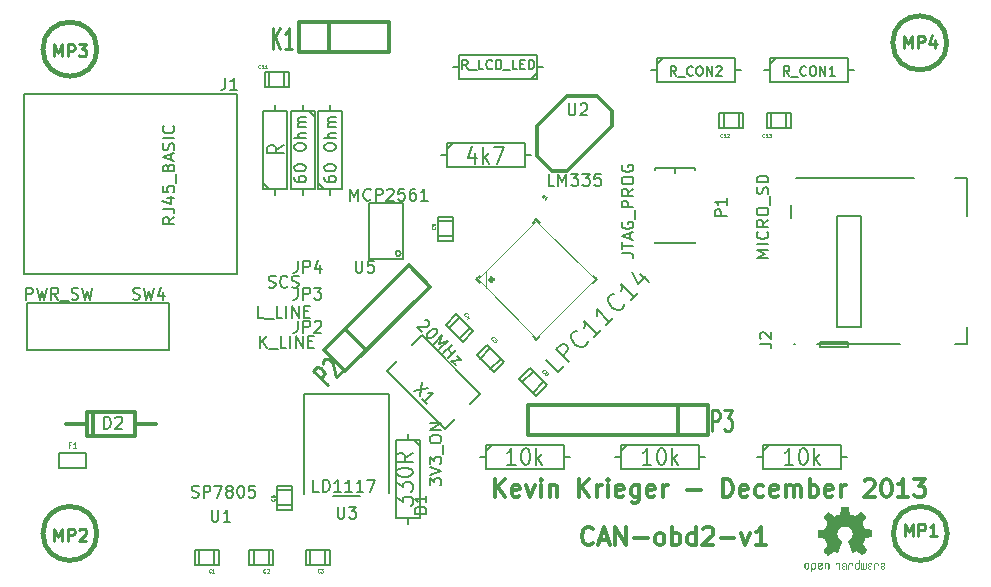
<source format=gto>
G04 (created by PCBNEW (2013-05-18 BZR 4017)-stable) date Tue 31 Dec 2013 13:11:11 CST*
%MOIN*%
G04 Gerber Fmt 3.4, Leading zero omitted, Abs format*
%FSLAX34Y34*%
G01*
G70*
G90*
G04 APERTURE LIST*
%ADD10C,0.00590551*%
%ADD11C,0.011811*%
%ADD12C,0.008*%
%ADD13C,0.005*%
%ADD14C,0.015*%
%ADD15C,0.012*%
%ADD16C,0.0125*%
%ADD17C,0.0019685*%
%ADD18C,0.00787402*%
%ADD19C,0.0001*%
%ADD20C,0.0024*%
%ADD21C,0.01*%
%ADD22C,0.0045*%
%ADD23C,0.0107*%
%ADD24C,0.0106*%
%ADD25C,0.002*%
G04 APERTURE END LIST*
G54D10*
G54D11*
X62900Y-53282D02*
X62872Y-53310D01*
X62787Y-53339D01*
X62731Y-53339D01*
X62647Y-53310D01*
X62591Y-53254D01*
X62562Y-53198D01*
X62534Y-53085D01*
X62534Y-53001D01*
X62562Y-52889D01*
X62591Y-52832D01*
X62647Y-52776D01*
X62731Y-52748D01*
X62787Y-52748D01*
X62872Y-52776D01*
X62900Y-52804D01*
X63125Y-53170D02*
X63406Y-53170D01*
X63069Y-53339D02*
X63265Y-52748D01*
X63462Y-53339D01*
X63659Y-53339D02*
X63659Y-52748D01*
X63997Y-53339D01*
X63997Y-52748D01*
X64278Y-53114D02*
X64728Y-53114D01*
X65093Y-53339D02*
X65037Y-53310D01*
X65009Y-53282D01*
X64981Y-53226D01*
X64981Y-53057D01*
X65009Y-53001D01*
X65037Y-52973D01*
X65093Y-52945D01*
X65178Y-52945D01*
X65234Y-52973D01*
X65262Y-53001D01*
X65290Y-53057D01*
X65290Y-53226D01*
X65262Y-53282D01*
X65234Y-53310D01*
X65178Y-53339D01*
X65093Y-53339D01*
X65543Y-53339D02*
X65543Y-52748D01*
X65543Y-52973D02*
X65600Y-52945D01*
X65712Y-52945D01*
X65768Y-52973D01*
X65796Y-53001D01*
X65824Y-53057D01*
X65824Y-53226D01*
X65796Y-53282D01*
X65768Y-53310D01*
X65712Y-53339D01*
X65600Y-53339D01*
X65543Y-53310D01*
X66331Y-53339D02*
X66331Y-52748D01*
X66331Y-53310D02*
X66274Y-53339D01*
X66162Y-53339D01*
X66106Y-53310D01*
X66078Y-53282D01*
X66049Y-53226D01*
X66049Y-53057D01*
X66078Y-53001D01*
X66106Y-52973D01*
X66162Y-52945D01*
X66274Y-52945D01*
X66331Y-52973D01*
X66584Y-52804D02*
X66612Y-52776D01*
X66668Y-52748D01*
X66809Y-52748D01*
X66865Y-52776D01*
X66893Y-52804D01*
X66921Y-52860D01*
X66921Y-52917D01*
X66893Y-53001D01*
X66556Y-53339D01*
X66921Y-53339D01*
X67174Y-53114D02*
X67624Y-53114D01*
X67849Y-52945D02*
X67990Y-53339D01*
X68130Y-52945D01*
X68665Y-53339D02*
X68327Y-53339D01*
X68496Y-53339D02*
X68496Y-52748D01*
X68440Y-52832D01*
X68384Y-52889D01*
X68327Y-52917D01*
X59643Y-51739D02*
X59643Y-51148D01*
X59980Y-51739D02*
X59727Y-51401D01*
X59980Y-51148D02*
X59643Y-51485D01*
X60458Y-51710D02*
X60402Y-51739D01*
X60289Y-51739D01*
X60233Y-51710D01*
X60205Y-51654D01*
X60205Y-51429D01*
X60233Y-51373D01*
X60289Y-51345D01*
X60402Y-51345D01*
X60458Y-51373D01*
X60486Y-51429D01*
X60486Y-51485D01*
X60205Y-51542D01*
X60683Y-51345D02*
X60824Y-51739D01*
X60964Y-51345D01*
X61189Y-51739D02*
X61189Y-51345D01*
X61189Y-51148D02*
X61161Y-51176D01*
X61189Y-51204D01*
X61217Y-51176D01*
X61189Y-51148D01*
X61189Y-51204D01*
X61470Y-51345D02*
X61470Y-51739D01*
X61470Y-51401D02*
X61499Y-51373D01*
X61555Y-51345D01*
X61639Y-51345D01*
X61695Y-51373D01*
X61724Y-51429D01*
X61724Y-51739D01*
X62455Y-51739D02*
X62455Y-51148D01*
X62792Y-51739D02*
X62539Y-51401D01*
X62792Y-51148D02*
X62455Y-51485D01*
X63045Y-51739D02*
X63045Y-51345D01*
X63045Y-51457D02*
X63073Y-51401D01*
X63102Y-51373D01*
X63158Y-51345D01*
X63214Y-51345D01*
X63411Y-51739D02*
X63411Y-51345D01*
X63411Y-51148D02*
X63383Y-51176D01*
X63411Y-51204D01*
X63439Y-51176D01*
X63411Y-51148D01*
X63411Y-51204D01*
X63917Y-51710D02*
X63861Y-51739D01*
X63748Y-51739D01*
X63692Y-51710D01*
X63664Y-51654D01*
X63664Y-51429D01*
X63692Y-51373D01*
X63748Y-51345D01*
X63861Y-51345D01*
X63917Y-51373D01*
X63945Y-51429D01*
X63945Y-51485D01*
X63664Y-51542D01*
X64451Y-51345D02*
X64451Y-51823D01*
X64423Y-51879D01*
X64395Y-51907D01*
X64339Y-51935D01*
X64255Y-51935D01*
X64198Y-51907D01*
X64451Y-51710D02*
X64395Y-51739D01*
X64283Y-51739D01*
X64226Y-51710D01*
X64198Y-51682D01*
X64170Y-51626D01*
X64170Y-51457D01*
X64198Y-51401D01*
X64226Y-51373D01*
X64283Y-51345D01*
X64395Y-51345D01*
X64451Y-51373D01*
X64958Y-51710D02*
X64901Y-51739D01*
X64789Y-51739D01*
X64733Y-51710D01*
X64704Y-51654D01*
X64704Y-51429D01*
X64733Y-51373D01*
X64789Y-51345D01*
X64901Y-51345D01*
X64958Y-51373D01*
X64986Y-51429D01*
X64986Y-51485D01*
X64704Y-51542D01*
X65239Y-51739D02*
X65239Y-51345D01*
X65239Y-51457D02*
X65267Y-51401D01*
X65295Y-51373D01*
X65351Y-51345D01*
X65407Y-51345D01*
X66054Y-51514D02*
X66504Y-51514D01*
X67235Y-51739D02*
X67235Y-51148D01*
X67376Y-51148D01*
X67460Y-51176D01*
X67517Y-51232D01*
X67545Y-51289D01*
X67573Y-51401D01*
X67573Y-51485D01*
X67545Y-51598D01*
X67517Y-51654D01*
X67460Y-51710D01*
X67376Y-51739D01*
X67235Y-51739D01*
X68051Y-51710D02*
X67995Y-51739D01*
X67882Y-51739D01*
X67826Y-51710D01*
X67798Y-51654D01*
X67798Y-51429D01*
X67826Y-51373D01*
X67882Y-51345D01*
X67995Y-51345D01*
X68051Y-51373D01*
X68079Y-51429D01*
X68079Y-51485D01*
X67798Y-51542D01*
X68585Y-51710D02*
X68529Y-51739D01*
X68416Y-51739D01*
X68360Y-51710D01*
X68332Y-51682D01*
X68304Y-51626D01*
X68304Y-51457D01*
X68332Y-51401D01*
X68360Y-51373D01*
X68416Y-51345D01*
X68529Y-51345D01*
X68585Y-51373D01*
X69063Y-51710D02*
X69007Y-51739D01*
X68895Y-51739D01*
X68838Y-51710D01*
X68810Y-51654D01*
X68810Y-51429D01*
X68838Y-51373D01*
X68895Y-51345D01*
X69007Y-51345D01*
X69063Y-51373D01*
X69091Y-51429D01*
X69091Y-51485D01*
X68810Y-51542D01*
X69344Y-51739D02*
X69344Y-51345D01*
X69344Y-51401D02*
X69373Y-51373D01*
X69429Y-51345D01*
X69513Y-51345D01*
X69569Y-51373D01*
X69598Y-51429D01*
X69598Y-51739D01*
X69598Y-51429D02*
X69626Y-51373D01*
X69682Y-51345D01*
X69766Y-51345D01*
X69823Y-51373D01*
X69851Y-51429D01*
X69851Y-51739D01*
X70132Y-51739D02*
X70132Y-51148D01*
X70132Y-51373D02*
X70188Y-51345D01*
X70301Y-51345D01*
X70357Y-51373D01*
X70385Y-51401D01*
X70413Y-51457D01*
X70413Y-51626D01*
X70385Y-51682D01*
X70357Y-51710D01*
X70301Y-51739D01*
X70188Y-51739D01*
X70132Y-51710D01*
X70891Y-51710D02*
X70835Y-51739D01*
X70722Y-51739D01*
X70666Y-51710D01*
X70638Y-51654D01*
X70638Y-51429D01*
X70666Y-51373D01*
X70722Y-51345D01*
X70835Y-51345D01*
X70891Y-51373D01*
X70919Y-51429D01*
X70919Y-51485D01*
X70638Y-51542D01*
X71172Y-51739D02*
X71172Y-51345D01*
X71172Y-51457D02*
X71201Y-51401D01*
X71229Y-51373D01*
X71285Y-51345D01*
X71341Y-51345D01*
X71960Y-51204D02*
X71988Y-51176D01*
X72044Y-51148D01*
X72185Y-51148D01*
X72241Y-51176D01*
X72269Y-51204D01*
X72297Y-51260D01*
X72297Y-51317D01*
X72269Y-51401D01*
X71932Y-51739D01*
X72297Y-51739D01*
X72663Y-51148D02*
X72719Y-51148D01*
X72775Y-51176D01*
X72803Y-51204D01*
X72832Y-51260D01*
X72860Y-51373D01*
X72860Y-51514D01*
X72832Y-51626D01*
X72803Y-51682D01*
X72775Y-51710D01*
X72719Y-51739D01*
X72663Y-51739D01*
X72607Y-51710D01*
X72578Y-51682D01*
X72550Y-51626D01*
X72522Y-51514D01*
X72522Y-51373D01*
X72550Y-51260D01*
X72578Y-51204D01*
X72607Y-51176D01*
X72663Y-51148D01*
X73422Y-51739D02*
X73085Y-51739D01*
X73253Y-51739D02*
X73253Y-51148D01*
X73197Y-51232D01*
X73141Y-51289D01*
X73085Y-51317D01*
X73619Y-51148D02*
X73985Y-51148D01*
X73788Y-51373D01*
X73872Y-51373D01*
X73928Y-51401D01*
X73956Y-51429D01*
X73985Y-51485D01*
X73985Y-51626D01*
X73956Y-51682D01*
X73928Y-51710D01*
X73872Y-51739D01*
X73703Y-51739D01*
X73647Y-51710D01*
X73619Y-51682D01*
G54D10*
X69625Y-46653D02*
X69618Y-46653D01*
X69618Y-46653D02*
X69633Y-46653D01*
X71425Y-46736D02*
X71425Y-46578D01*
X71425Y-46578D02*
X70480Y-46578D01*
X70480Y-46578D02*
X70480Y-46736D01*
X70480Y-46736D02*
X71425Y-46736D01*
X71846Y-42381D02*
X71059Y-42381D01*
X71059Y-42381D02*
X71059Y-46082D01*
X71059Y-46082D02*
X71846Y-46082D01*
X71846Y-46082D02*
X71846Y-42381D01*
X75374Y-41098D02*
X75374Y-42381D01*
X74968Y-46653D02*
X75362Y-46653D01*
X75362Y-46653D02*
X75362Y-46082D01*
X73157Y-46653D02*
X70362Y-46653D01*
X69519Y-42007D02*
X69519Y-42433D01*
X74980Y-41098D02*
X75362Y-41098D01*
X69685Y-41098D02*
X73622Y-41098D01*
G54D12*
X53228Y-38657D02*
X53228Y-38857D01*
X53228Y-41657D02*
X53228Y-41457D01*
X53228Y-41457D02*
X53628Y-41457D01*
X53628Y-41457D02*
X53628Y-38857D01*
X53628Y-38857D02*
X52828Y-38857D01*
X52828Y-38857D02*
X52828Y-41457D01*
X52828Y-41457D02*
X53228Y-41457D01*
X53428Y-38857D02*
X53628Y-39057D01*
X54133Y-41657D02*
X54133Y-41457D01*
X54133Y-38657D02*
X54133Y-38857D01*
X54133Y-38857D02*
X53733Y-38857D01*
X53733Y-38857D02*
X53733Y-41457D01*
X53733Y-41457D02*
X54533Y-41457D01*
X54533Y-41457D02*
X54533Y-38857D01*
X54533Y-38857D02*
X54133Y-38857D01*
X53933Y-41457D02*
X53733Y-41257D01*
X52322Y-41657D02*
X52322Y-41457D01*
X52322Y-38657D02*
X52322Y-38857D01*
X52322Y-38857D02*
X51922Y-38857D01*
X51922Y-38857D02*
X51922Y-41457D01*
X51922Y-41457D02*
X52722Y-41457D01*
X52722Y-41457D02*
X52722Y-38857D01*
X52722Y-38857D02*
X52322Y-38857D01*
X52122Y-41457D02*
X51922Y-41257D01*
X56732Y-49641D02*
X56732Y-49841D01*
X56732Y-52641D02*
X56732Y-52441D01*
X56732Y-52441D02*
X57132Y-52441D01*
X57132Y-52441D02*
X57132Y-49841D01*
X57132Y-49841D02*
X56332Y-49841D01*
X56332Y-49841D02*
X56332Y-52441D01*
X56332Y-52441D02*
X56732Y-52441D01*
X56932Y-49841D02*
X57132Y-50041D01*
G54D10*
X54236Y-51692D02*
X55145Y-51692D01*
X56102Y-49724D02*
X56102Y-48307D01*
X56102Y-48307D02*
X53267Y-48307D01*
X53267Y-48307D02*
X53267Y-51625D01*
X56102Y-51389D02*
X56102Y-51618D01*
X56102Y-49724D02*
X56102Y-51374D01*
X58322Y-49138D02*
X57988Y-49472D01*
X57988Y-49472D02*
X56039Y-47523D01*
X56039Y-47523D02*
X56373Y-47189D01*
X56874Y-46688D02*
X57208Y-46354D01*
X57208Y-46354D02*
X59157Y-48303D01*
X59157Y-48303D02*
X58823Y-48637D01*
G54D13*
X51600Y-53990D02*
X51600Y-53490D01*
X52100Y-53990D02*
X52100Y-53500D01*
X52250Y-53990D02*
X51450Y-53990D01*
X51450Y-53990D02*
X51450Y-53490D01*
X51450Y-53490D02*
X52250Y-53490D01*
X52250Y-53490D02*
X52250Y-53990D01*
X58818Y-46102D02*
X58464Y-46455D01*
X58464Y-45748D02*
X58118Y-46095D01*
X58358Y-45642D02*
X58924Y-46208D01*
X58924Y-46208D02*
X58570Y-46561D01*
X58570Y-46561D02*
X58004Y-45996D01*
X58004Y-45996D02*
X58358Y-45642D01*
X59134Y-47125D02*
X59488Y-46772D01*
X59488Y-47479D02*
X59834Y-47133D01*
X59594Y-47585D02*
X59028Y-47019D01*
X59028Y-47019D02*
X59382Y-46666D01*
X59382Y-46666D02*
X59947Y-47232D01*
X59947Y-47232D02*
X59594Y-47585D01*
X57742Y-42545D02*
X58242Y-42545D01*
X57742Y-43045D02*
X58232Y-43045D01*
X57742Y-43195D02*
X57742Y-42395D01*
X57742Y-42395D02*
X58242Y-42395D01*
X58242Y-42395D02*
X58242Y-43195D01*
X58242Y-43195D02*
X57742Y-43195D01*
X60551Y-47913D02*
X60905Y-47559D01*
X60905Y-48266D02*
X61251Y-47920D01*
X61011Y-48373D02*
X60445Y-47807D01*
X60445Y-47807D02*
X60799Y-47453D01*
X60799Y-47453D02*
X61365Y-48019D01*
X61365Y-48019D02*
X61011Y-48373D01*
X52387Y-51521D02*
X52887Y-51521D01*
X52387Y-52021D02*
X52877Y-52021D01*
X52387Y-52171D02*
X52387Y-51371D01*
X52387Y-51371D02*
X52887Y-51371D01*
X52887Y-51371D02*
X52887Y-52171D01*
X52887Y-52171D02*
X52387Y-52171D01*
X49789Y-53990D02*
X49789Y-53490D01*
X50289Y-53990D02*
X50289Y-53500D01*
X50439Y-53990D02*
X49639Y-53990D01*
X49639Y-53990D02*
X49639Y-53490D01*
X49639Y-53490D02*
X50439Y-53490D01*
X50439Y-53490D02*
X50439Y-53990D01*
X53990Y-53490D02*
X53990Y-53990D01*
X53490Y-53490D02*
X53490Y-53980D01*
X53340Y-53490D02*
X54140Y-53490D01*
X54140Y-53490D02*
X54140Y-53990D01*
X54140Y-53990D02*
X53340Y-53990D01*
X53340Y-53990D02*
X53340Y-53490D01*
X52112Y-38084D02*
X52112Y-37584D01*
X52612Y-38084D02*
X52612Y-37594D01*
X52762Y-38084D02*
X51962Y-38084D01*
X51962Y-38084D02*
X51962Y-37584D01*
X51962Y-37584D02*
X52762Y-37584D01*
X52762Y-37584D02*
X52762Y-38084D01*
G54D14*
X74718Y-52952D02*
G75*
G03X74718Y-52952I-900J0D01*
G74*
G01*
X46372Y-52952D02*
G75*
G03X46372Y-52952I-900J0D01*
G74*
G01*
X46372Y-36811D02*
G75*
G03X46372Y-36811I-900J0D01*
G74*
G01*
X74700Y-36600D02*
G75*
G03X74700Y-36600I-900J0D01*
G74*
G01*
G54D12*
X59129Y-50393D02*
X59329Y-50393D01*
X62129Y-50393D02*
X61929Y-50393D01*
X61929Y-50393D02*
X61929Y-49993D01*
X61929Y-49993D02*
X59329Y-49993D01*
X59329Y-49993D02*
X59329Y-50793D01*
X59329Y-50793D02*
X61929Y-50793D01*
X61929Y-50793D02*
X61929Y-50393D01*
X59329Y-50193D02*
X59529Y-49993D01*
X63657Y-50393D02*
X63857Y-50393D01*
X66657Y-50393D02*
X66457Y-50393D01*
X66457Y-50393D02*
X66457Y-49993D01*
X66457Y-49993D02*
X63857Y-49993D01*
X63857Y-49993D02*
X63857Y-50793D01*
X63857Y-50793D02*
X66457Y-50793D01*
X66457Y-50793D02*
X66457Y-50393D01*
X63857Y-50193D02*
X64057Y-49993D01*
X68381Y-50393D02*
X68581Y-50393D01*
X71381Y-50393D02*
X71181Y-50393D01*
X71181Y-50393D02*
X71181Y-49993D01*
X71181Y-49993D02*
X68581Y-49993D01*
X68581Y-49993D02*
X68581Y-50793D01*
X68581Y-50793D02*
X71181Y-50793D01*
X71181Y-50793D02*
X71181Y-50393D01*
X68581Y-50193D02*
X68781Y-49993D01*
X57830Y-40354D02*
X58030Y-40354D01*
X60830Y-40354D02*
X60630Y-40354D01*
X60630Y-40354D02*
X60630Y-39954D01*
X60630Y-39954D02*
X58030Y-39954D01*
X58030Y-39954D02*
X58030Y-40754D01*
X58030Y-40754D02*
X60630Y-40754D01*
X60630Y-40754D02*
X60630Y-40354D01*
X58030Y-40154D02*
X58230Y-39954D01*
G54D10*
X65649Y-40881D02*
X65649Y-40925D01*
X65649Y-40925D02*
X65649Y-40858D01*
X65649Y-40779D02*
X65649Y-40866D01*
X64980Y-43224D02*
X64980Y-43279D01*
X64980Y-43279D02*
X66318Y-43279D01*
X66318Y-43279D02*
X66318Y-43224D01*
X64980Y-40779D02*
X66318Y-40779D01*
X66318Y-40779D02*
X66318Y-40834D01*
X64980Y-40834D02*
X64980Y-40787D01*
G54D15*
X62059Y-40881D02*
X63559Y-39381D01*
X63559Y-39381D02*
X63559Y-38881D01*
X63559Y-38881D02*
X63059Y-38381D01*
X63059Y-38381D02*
X62059Y-38381D01*
X62059Y-38381D02*
X61059Y-39381D01*
X61059Y-39381D02*
X61059Y-40381D01*
X61059Y-40381D02*
X61559Y-40881D01*
X61559Y-40881D02*
X62059Y-40881D01*
G54D10*
X55433Y-43818D02*
X56574Y-43818D01*
X55433Y-41929D02*
X56574Y-41929D01*
X56505Y-43622D02*
G75*
G03X56505Y-43622I-88J0D01*
G74*
G01*
X55433Y-43818D02*
X55433Y-41929D01*
X56574Y-41929D02*
X56574Y-43818D01*
G54D12*
X61244Y-37401D02*
X61044Y-37401D01*
X58244Y-37401D02*
X58444Y-37401D01*
X58444Y-37401D02*
X58444Y-37801D01*
X58444Y-37801D02*
X61044Y-37801D01*
X61044Y-37801D02*
X61044Y-37001D01*
X61044Y-37001D02*
X58444Y-37001D01*
X58444Y-37001D02*
X58444Y-37401D01*
X61044Y-37601D02*
X60844Y-37801D01*
G54D13*
X67269Y-39423D02*
X67269Y-38923D01*
X67769Y-39423D02*
X67769Y-38933D01*
X67919Y-39423D02*
X67119Y-39423D01*
X67119Y-39423D02*
X67119Y-38923D01*
X67119Y-38923D02*
X67919Y-38923D01*
X67919Y-38923D02*
X67919Y-39423D01*
X68844Y-39423D02*
X68844Y-38923D01*
X69344Y-39423D02*
X69344Y-38933D01*
X69494Y-39423D02*
X68694Y-39423D01*
X68694Y-39423D02*
X68694Y-38923D01*
X68694Y-38923D02*
X69494Y-38923D01*
X69494Y-38923D02*
X69494Y-39423D01*
X46001Y-50761D02*
X45101Y-50761D01*
X45101Y-50761D02*
X45101Y-50261D01*
X45101Y-50261D02*
X46001Y-50261D01*
X46001Y-50261D02*
X46001Y-50761D01*
G54D15*
X66740Y-48673D02*
X66740Y-49673D01*
X66740Y-49673D02*
X60740Y-49673D01*
X60740Y-49673D02*
X60740Y-48673D01*
X60740Y-48673D02*
X66740Y-48673D01*
X65740Y-48673D02*
X65740Y-49673D01*
X53940Y-46848D02*
X53940Y-46848D01*
X54648Y-47555D02*
X53940Y-46848D01*
X53940Y-46848D02*
X53940Y-46848D01*
X53940Y-46848D02*
X56769Y-44019D01*
X56769Y-44019D02*
X57476Y-44726D01*
X57476Y-44726D02*
X54648Y-47555D01*
X55355Y-46848D02*
X54648Y-46140D01*
G54D12*
X68618Y-37519D02*
X68818Y-37519D01*
X71618Y-37519D02*
X71418Y-37519D01*
X71418Y-37519D02*
X71418Y-37119D01*
X71418Y-37119D02*
X68818Y-37119D01*
X68818Y-37119D02*
X68818Y-37919D01*
X68818Y-37919D02*
X71418Y-37919D01*
X71418Y-37919D02*
X71418Y-37519D01*
X68818Y-37319D02*
X69018Y-37119D01*
X64838Y-37519D02*
X65038Y-37519D01*
X67838Y-37519D02*
X67638Y-37519D01*
X67638Y-37519D02*
X67638Y-37119D01*
X67638Y-37119D02*
X65038Y-37119D01*
X65038Y-37119D02*
X65038Y-37919D01*
X65038Y-37919D02*
X67638Y-37919D01*
X67638Y-37919D02*
X67638Y-37519D01*
X65038Y-37319D02*
X65238Y-37119D01*
G54D10*
X46417Y-45275D02*
X48779Y-45275D01*
X48779Y-45275D02*
X48779Y-46850D01*
X48779Y-46850D02*
X44055Y-46850D01*
X44055Y-46850D02*
X44055Y-45275D01*
X44055Y-45275D02*
X46417Y-45275D01*
G54D16*
X46050Y-49291D02*
X45350Y-49291D01*
X47650Y-49291D02*
X48350Y-49291D01*
X46250Y-49691D02*
X46250Y-48891D01*
X47650Y-49691D02*
X47650Y-48891D01*
X47650Y-48891D02*
X46050Y-48891D01*
X46050Y-48891D02*
X46050Y-49691D01*
X46050Y-49691D02*
X47650Y-49691D01*
G54D15*
X53106Y-36917D02*
X53106Y-35917D01*
X53106Y-35917D02*
X56106Y-35917D01*
X56106Y-35917D02*
X56106Y-36917D01*
X56106Y-36917D02*
X53106Y-36917D01*
X54106Y-35917D02*
X54106Y-36917D01*
G54D17*
X61023Y-42539D02*
X62972Y-44488D01*
X62972Y-44488D02*
X61023Y-46436D01*
X61023Y-46436D02*
X59074Y-44488D01*
X59074Y-44488D02*
X61023Y-42539D01*
G54D11*
X59582Y-44488D02*
G75*
G03X59582Y-44488I-59J0D01*
G74*
G01*
G54D17*
X59353Y-44766D02*
X59353Y-44209D01*
G54D18*
X63028Y-44488D02*
X62906Y-44609D01*
X62906Y-44367D02*
X63028Y-44488D01*
X61144Y-46371D02*
X61023Y-46492D01*
X60902Y-46371D02*
X61023Y-46492D01*
X59140Y-44367D02*
X59019Y-44488D01*
X59019Y-44488D02*
X59140Y-44609D01*
X61023Y-42483D02*
X61144Y-42604D01*
X61023Y-42483D02*
X60902Y-42604D01*
G54D19*
G36*
X71213Y-52062D02*
X71223Y-52062D01*
X71223Y-52072D01*
X71213Y-52072D01*
X71213Y-52062D01*
X71213Y-52062D01*
G37*
G36*
X71223Y-52062D02*
X71233Y-52062D01*
X71233Y-52072D01*
X71223Y-52072D01*
X71223Y-52062D01*
X71223Y-52062D01*
G37*
G36*
X71233Y-52062D02*
X71243Y-52062D01*
X71243Y-52072D01*
X71233Y-52072D01*
X71233Y-52062D01*
X71233Y-52062D01*
G37*
G36*
X71243Y-52062D02*
X71253Y-52062D01*
X71253Y-52072D01*
X71243Y-52072D01*
X71243Y-52062D01*
X71243Y-52062D01*
G37*
G36*
X71253Y-52062D02*
X71263Y-52062D01*
X71263Y-52072D01*
X71253Y-52072D01*
X71253Y-52062D01*
X71253Y-52062D01*
G37*
G36*
X71263Y-52062D02*
X71273Y-52062D01*
X71273Y-52072D01*
X71263Y-52072D01*
X71263Y-52062D01*
X71263Y-52062D01*
G37*
G36*
X71273Y-52062D02*
X71283Y-52062D01*
X71283Y-52072D01*
X71273Y-52072D01*
X71273Y-52062D01*
X71273Y-52062D01*
G37*
G36*
X71283Y-52062D02*
X71293Y-52062D01*
X71293Y-52072D01*
X71283Y-52072D01*
X71283Y-52062D01*
X71283Y-52062D01*
G37*
G36*
X71293Y-52062D02*
X71303Y-52062D01*
X71303Y-52072D01*
X71293Y-52072D01*
X71293Y-52062D01*
X71293Y-52062D01*
G37*
G36*
X71303Y-52062D02*
X71313Y-52062D01*
X71313Y-52072D01*
X71303Y-52072D01*
X71303Y-52062D01*
X71303Y-52062D01*
G37*
G36*
X71313Y-52062D02*
X71323Y-52062D01*
X71323Y-52072D01*
X71313Y-52072D01*
X71313Y-52062D01*
X71313Y-52062D01*
G37*
G36*
X71323Y-52062D02*
X71333Y-52062D01*
X71333Y-52072D01*
X71323Y-52072D01*
X71323Y-52062D01*
X71323Y-52062D01*
G37*
G36*
X71333Y-52062D02*
X71343Y-52062D01*
X71343Y-52072D01*
X71333Y-52072D01*
X71333Y-52062D01*
X71333Y-52062D01*
G37*
G36*
X71343Y-52062D02*
X71353Y-52062D01*
X71353Y-52072D01*
X71343Y-52072D01*
X71343Y-52062D01*
X71343Y-52062D01*
G37*
G36*
X71353Y-52062D02*
X71363Y-52062D01*
X71363Y-52072D01*
X71353Y-52072D01*
X71353Y-52062D01*
X71353Y-52062D01*
G37*
G36*
X71363Y-52062D02*
X71373Y-52062D01*
X71373Y-52072D01*
X71363Y-52072D01*
X71363Y-52062D01*
X71363Y-52062D01*
G37*
G36*
X71373Y-52062D02*
X71383Y-52062D01*
X71383Y-52072D01*
X71373Y-52072D01*
X71373Y-52062D01*
X71373Y-52062D01*
G37*
G36*
X71383Y-52062D02*
X71393Y-52062D01*
X71393Y-52072D01*
X71383Y-52072D01*
X71383Y-52062D01*
X71383Y-52062D01*
G37*
G36*
X71393Y-52062D02*
X71403Y-52062D01*
X71403Y-52072D01*
X71393Y-52072D01*
X71393Y-52062D01*
X71393Y-52062D01*
G37*
G36*
X71403Y-52062D02*
X71413Y-52062D01*
X71413Y-52072D01*
X71403Y-52072D01*
X71403Y-52062D01*
X71403Y-52062D01*
G37*
G36*
X71193Y-52072D02*
X71203Y-52072D01*
X71203Y-52082D01*
X71193Y-52082D01*
X71193Y-52072D01*
X71193Y-52072D01*
G37*
G36*
X71203Y-52072D02*
X71213Y-52072D01*
X71213Y-52082D01*
X71203Y-52082D01*
X71203Y-52072D01*
X71203Y-52072D01*
G37*
G36*
X71213Y-52072D02*
X71223Y-52072D01*
X71223Y-52082D01*
X71213Y-52082D01*
X71213Y-52072D01*
X71213Y-52072D01*
G37*
G36*
X71223Y-52072D02*
X71233Y-52072D01*
X71233Y-52082D01*
X71223Y-52082D01*
X71223Y-52072D01*
X71223Y-52072D01*
G37*
G36*
X71233Y-52072D02*
X71243Y-52072D01*
X71243Y-52082D01*
X71233Y-52082D01*
X71233Y-52072D01*
X71233Y-52072D01*
G37*
G36*
X71243Y-52072D02*
X71253Y-52072D01*
X71253Y-52082D01*
X71243Y-52082D01*
X71243Y-52072D01*
X71243Y-52072D01*
G37*
G36*
X71253Y-52072D02*
X71263Y-52072D01*
X71263Y-52082D01*
X71253Y-52082D01*
X71253Y-52072D01*
X71253Y-52072D01*
G37*
G36*
X71263Y-52072D02*
X71273Y-52072D01*
X71273Y-52082D01*
X71263Y-52082D01*
X71263Y-52072D01*
X71263Y-52072D01*
G37*
G36*
X71273Y-52072D02*
X71283Y-52072D01*
X71283Y-52082D01*
X71273Y-52082D01*
X71273Y-52072D01*
X71273Y-52072D01*
G37*
G36*
X71283Y-52072D02*
X71293Y-52072D01*
X71293Y-52082D01*
X71283Y-52082D01*
X71283Y-52072D01*
X71283Y-52072D01*
G37*
G36*
X71293Y-52072D02*
X71303Y-52072D01*
X71303Y-52082D01*
X71293Y-52082D01*
X71293Y-52072D01*
X71293Y-52072D01*
G37*
G36*
X71303Y-52072D02*
X71313Y-52072D01*
X71313Y-52082D01*
X71303Y-52082D01*
X71303Y-52072D01*
X71303Y-52072D01*
G37*
G36*
X71313Y-52072D02*
X71323Y-52072D01*
X71323Y-52082D01*
X71313Y-52082D01*
X71313Y-52072D01*
X71313Y-52072D01*
G37*
G36*
X71323Y-52072D02*
X71333Y-52072D01*
X71333Y-52082D01*
X71323Y-52082D01*
X71323Y-52072D01*
X71323Y-52072D01*
G37*
G36*
X71333Y-52072D02*
X71343Y-52072D01*
X71343Y-52082D01*
X71333Y-52082D01*
X71333Y-52072D01*
X71333Y-52072D01*
G37*
G36*
X71343Y-52072D02*
X71353Y-52072D01*
X71353Y-52082D01*
X71343Y-52082D01*
X71343Y-52072D01*
X71343Y-52072D01*
G37*
G36*
X71353Y-52072D02*
X71363Y-52072D01*
X71363Y-52082D01*
X71353Y-52082D01*
X71353Y-52072D01*
X71353Y-52072D01*
G37*
G36*
X71363Y-52072D02*
X71373Y-52072D01*
X71373Y-52082D01*
X71363Y-52082D01*
X71363Y-52072D01*
X71363Y-52072D01*
G37*
G36*
X71373Y-52072D02*
X71383Y-52072D01*
X71383Y-52082D01*
X71373Y-52082D01*
X71373Y-52072D01*
X71373Y-52072D01*
G37*
G36*
X71383Y-52072D02*
X71393Y-52072D01*
X71393Y-52082D01*
X71383Y-52082D01*
X71383Y-52072D01*
X71383Y-52072D01*
G37*
G36*
X71393Y-52072D02*
X71403Y-52072D01*
X71403Y-52082D01*
X71393Y-52082D01*
X71393Y-52072D01*
X71393Y-52072D01*
G37*
G36*
X71403Y-52072D02*
X71413Y-52072D01*
X71413Y-52082D01*
X71403Y-52082D01*
X71403Y-52072D01*
X71403Y-52072D01*
G37*
G36*
X71413Y-52072D02*
X71423Y-52072D01*
X71423Y-52082D01*
X71413Y-52082D01*
X71413Y-52072D01*
X71413Y-52072D01*
G37*
G36*
X71423Y-52072D02*
X71433Y-52072D01*
X71433Y-52082D01*
X71423Y-52082D01*
X71423Y-52072D01*
X71423Y-52072D01*
G37*
G36*
X71183Y-52082D02*
X71193Y-52082D01*
X71193Y-52092D01*
X71183Y-52092D01*
X71183Y-52082D01*
X71183Y-52082D01*
G37*
G36*
X71193Y-52082D02*
X71203Y-52082D01*
X71203Y-52092D01*
X71193Y-52092D01*
X71193Y-52082D01*
X71193Y-52082D01*
G37*
G36*
X71203Y-52082D02*
X71213Y-52082D01*
X71213Y-52092D01*
X71203Y-52092D01*
X71203Y-52082D01*
X71203Y-52082D01*
G37*
G36*
X71213Y-52082D02*
X71223Y-52082D01*
X71223Y-52092D01*
X71213Y-52092D01*
X71213Y-52082D01*
X71213Y-52082D01*
G37*
G36*
X71223Y-52082D02*
X71233Y-52082D01*
X71233Y-52092D01*
X71223Y-52092D01*
X71223Y-52082D01*
X71223Y-52082D01*
G37*
G36*
X71233Y-52082D02*
X71243Y-52082D01*
X71243Y-52092D01*
X71233Y-52092D01*
X71233Y-52082D01*
X71233Y-52082D01*
G37*
G36*
X71243Y-52082D02*
X71253Y-52082D01*
X71253Y-52092D01*
X71243Y-52092D01*
X71243Y-52082D01*
X71243Y-52082D01*
G37*
G36*
X71253Y-52082D02*
X71263Y-52082D01*
X71263Y-52092D01*
X71253Y-52092D01*
X71253Y-52082D01*
X71253Y-52082D01*
G37*
G36*
X71263Y-52082D02*
X71273Y-52082D01*
X71273Y-52092D01*
X71263Y-52092D01*
X71263Y-52082D01*
X71263Y-52082D01*
G37*
G36*
X71273Y-52082D02*
X71283Y-52082D01*
X71283Y-52092D01*
X71273Y-52092D01*
X71273Y-52082D01*
X71273Y-52082D01*
G37*
G36*
X71283Y-52082D02*
X71293Y-52082D01*
X71293Y-52092D01*
X71283Y-52092D01*
X71283Y-52082D01*
X71283Y-52082D01*
G37*
G36*
X71293Y-52082D02*
X71303Y-52082D01*
X71303Y-52092D01*
X71293Y-52092D01*
X71293Y-52082D01*
X71293Y-52082D01*
G37*
G36*
X71303Y-52082D02*
X71313Y-52082D01*
X71313Y-52092D01*
X71303Y-52092D01*
X71303Y-52082D01*
X71303Y-52082D01*
G37*
G36*
X71313Y-52082D02*
X71323Y-52082D01*
X71323Y-52092D01*
X71313Y-52092D01*
X71313Y-52082D01*
X71313Y-52082D01*
G37*
G36*
X71323Y-52082D02*
X71333Y-52082D01*
X71333Y-52092D01*
X71323Y-52092D01*
X71323Y-52082D01*
X71323Y-52082D01*
G37*
G36*
X71333Y-52082D02*
X71343Y-52082D01*
X71343Y-52092D01*
X71333Y-52092D01*
X71333Y-52082D01*
X71333Y-52082D01*
G37*
G36*
X71343Y-52082D02*
X71353Y-52082D01*
X71353Y-52092D01*
X71343Y-52092D01*
X71343Y-52082D01*
X71343Y-52082D01*
G37*
G36*
X71353Y-52082D02*
X71363Y-52082D01*
X71363Y-52092D01*
X71353Y-52092D01*
X71353Y-52082D01*
X71353Y-52082D01*
G37*
G36*
X71363Y-52082D02*
X71373Y-52082D01*
X71373Y-52092D01*
X71363Y-52092D01*
X71363Y-52082D01*
X71363Y-52082D01*
G37*
G36*
X71373Y-52082D02*
X71383Y-52082D01*
X71383Y-52092D01*
X71373Y-52092D01*
X71373Y-52082D01*
X71373Y-52082D01*
G37*
G36*
X71383Y-52082D02*
X71393Y-52082D01*
X71393Y-52092D01*
X71383Y-52092D01*
X71383Y-52082D01*
X71383Y-52082D01*
G37*
G36*
X71393Y-52082D02*
X71403Y-52082D01*
X71403Y-52092D01*
X71393Y-52092D01*
X71393Y-52082D01*
X71393Y-52082D01*
G37*
G36*
X71403Y-52082D02*
X71413Y-52082D01*
X71413Y-52092D01*
X71403Y-52092D01*
X71403Y-52082D01*
X71403Y-52082D01*
G37*
G36*
X71413Y-52082D02*
X71423Y-52082D01*
X71423Y-52092D01*
X71413Y-52092D01*
X71413Y-52082D01*
X71413Y-52082D01*
G37*
G36*
X71423Y-52082D02*
X71433Y-52082D01*
X71433Y-52092D01*
X71423Y-52092D01*
X71423Y-52082D01*
X71423Y-52082D01*
G37*
G36*
X71183Y-52092D02*
X71193Y-52092D01*
X71193Y-52102D01*
X71183Y-52102D01*
X71183Y-52092D01*
X71183Y-52092D01*
G37*
G36*
X71193Y-52092D02*
X71203Y-52092D01*
X71203Y-52102D01*
X71193Y-52102D01*
X71193Y-52092D01*
X71193Y-52092D01*
G37*
G36*
X71203Y-52092D02*
X71213Y-52092D01*
X71213Y-52102D01*
X71203Y-52102D01*
X71203Y-52092D01*
X71203Y-52092D01*
G37*
G36*
X71213Y-52092D02*
X71223Y-52092D01*
X71223Y-52102D01*
X71213Y-52102D01*
X71213Y-52092D01*
X71213Y-52092D01*
G37*
G36*
X71223Y-52092D02*
X71233Y-52092D01*
X71233Y-52102D01*
X71223Y-52102D01*
X71223Y-52092D01*
X71223Y-52092D01*
G37*
G36*
X71233Y-52092D02*
X71243Y-52092D01*
X71243Y-52102D01*
X71233Y-52102D01*
X71233Y-52092D01*
X71233Y-52092D01*
G37*
G36*
X71243Y-52092D02*
X71253Y-52092D01*
X71253Y-52102D01*
X71243Y-52102D01*
X71243Y-52092D01*
X71243Y-52092D01*
G37*
G36*
X71253Y-52092D02*
X71263Y-52092D01*
X71263Y-52102D01*
X71253Y-52102D01*
X71253Y-52092D01*
X71253Y-52092D01*
G37*
G36*
X71263Y-52092D02*
X71273Y-52092D01*
X71273Y-52102D01*
X71263Y-52102D01*
X71263Y-52092D01*
X71263Y-52092D01*
G37*
G36*
X71273Y-52092D02*
X71283Y-52092D01*
X71283Y-52102D01*
X71273Y-52102D01*
X71273Y-52092D01*
X71273Y-52092D01*
G37*
G36*
X71283Y-52092D02*
X71293Y-52092D01*
X71293Y-52102D01*
X71283Y-52102D01*
X71283Y-52092D01*
X71283Y-52092D01*
G37*
G36*
X71293Y-52092D02*
X71303Y-52092D01*
X71303Y-52102D01*
X71293Y-52102D01*
X71293Y-52092D01*
X71293Y-52092D01*
G37*
G36*
X71303Y-52092D02*
X71313Y-52092D01*
X71313Y-52102D01*
X71303Y-52102D01*
X71303Y-52092D01*
X71303Y-52092D01*
G37*
G36*
X71313Y-52092D02*
X71323Y-52092D01*
X71323Y-52102D01*
X71313Y-52102D01*
X71313Y-52092D01*
X71313Y-52092D01*
G37*
G36*
X71323Y-52092D02*
X71333Y-52092D01*
X71333Y-52102D01*
X71323Y-52102D01*
X71323Y-52092D01*
X71323Y-52092D01*
G37*
G36*
X71333Y-52092D02*
X71343Y-52092D01*
X71343Y-52102D01*
X71333Y-52102D01*
X71333Y-52092D01*
X71333Y-52092D01*
G37*
G36*
X71343Y-52092D02*
X71353Y-52092D01*
X71353Y-52102D01*
X71343Y-52102D01*
X71343Y-52092D01*
X71343Y-52092D01*
G37*
G36*
X71353Y-52092D02*
X71363Y-52092D01*
X71363Y-52102D01*
X71353Y-52102D01*
X71353Y-52092D01*
X71353Y-52092D01*
G37*
G36*
X71363Y-52092D02*
X71373Y-52092D01*
X71373Y-52102D01*
X71363Y-52102D01*
X71363Y-52092D01*
X71363Y-52092D01*
G37*
G36*
X71373Y-52092D02*
X71383Y-52092D01*
X71383Y-52102D01*
X71373Y-52102D01*
X71373Y-52092D01*
X71373Y-52092D01*
G37*
G36*
X71383Y-52092D02*
X71393Y-52092D01*
X71393Y-52102D01*
X71383Y-52102D01*
X71383Y-52092D01*
X71383Y-52092D01*
G37*
G36*
X71393Y-52092D02*
X71403Y-52092D01*
X71403Y-52102D01*
X71393Y-52102D01*
X71393Y-52092D01*
X71393Y-52092D01*
G37*
G36*
X71403Y-52092D02*
X71413Y-52092D01*
X71413Y-52102D01*
X71403Y-52102D01*
X71403Y-52092D01*
X71403Y-52092D01*
G37*
G36*
X71413Y-52092D02*
X71423Y-52092D01*
X71423Y-52102D01*
X71413Y-52102D01*
X71413Y-52092D01*
X71413Y-52092D01*
G37*
G36*
X71423Y-52092D02*
X71433Y-52092D01*
X71433Y-52102D01*
X71423Y-52102D01*
X71423Y-52092D01*
X71423Y-52092D01*
G37*
G36*
X71183Y-52102D02*
X71193Y-52102D01*
X71193Y-52112D01*
X71183Y-52112D01*
X71183Y-52102D01*
X71183Y-52102D01*
G37*
G36*
X71193Y-52102D02*
X71203Y-52102D01*
X71203Y-52112D01*
X71193Y-52112D01*
X71193Y-52102D01*
X71193Y-52102D01*
G37*
G36*
X71203Y-52102D02*
X71213Y-52102D01*
X71213Y-52112D01*
X71203Y-52112D01*
X71203Y-52102D01*
X71203Y-52102D01*
G37*
G36*
X71213Y-52102D02*
X71223Y-52102D01*
X71223Y-52112D01*
X71213Y-52112D01*
X71213Y-52102D01*
X71213Y-52102D01*
G37*
G36*
X71223Y-52102D02*
X71233Y-52102D01*
X71233Y-52112D01*
X71223Y-52112D01*
X71223Y-52102D01*
X71223Y-52102D01*
G37*
G36*
X71233Y-52102D02*
X71243Y-52102D01*
X71243Y-52112D01*
X71233Y-52112D01*
X71233Y-52102D01*
X71233Y-52102D01*
G37*
G36*
X71243Y-52102D02*
X71253Y-52102D01*
X71253Y-52112D01*
X71243Y-52112D01*
X71243Y-52102D01*
X71243Y-52102D01*
G37*
G36*
X71253Y-52102D02*
X71263Y-52102D01*
X71263Y-52112D01*
X71253Y-52112D01*
X71253Y-52102D01*
X71253Y-52102D01*
G37*
G36*
X71263Y-52102D02*
X71273Y-52102D01*
X71273Y-52112D01*
X71263Y-52112D01*
X71263Y-52102D01*
X71263Y-52102D01*
G37*
G36*
X71273Y-52102D02*
X71283Y-52102D01*
X71283Y-52112D01*
X71273Y-52112D01*
X71273Y-52102D01*
X71273Y-52102D01*
G37*
G36*
X71283Y-52102D02*
X71293Y-52102D01*
X71293Y-52112D01*
X71283Y-52112D01*
X71283Y-52102D01*
X71283Y-52102D01*
G37*
G36*
X71293Y-52102D02*
X71303Y-52102D01*
X71303Y-52112D01*
X71293Y-52112D01*
X71293Y-52102D01*
X71293Y-52102D01*
G37*
G36*
X71303Y-52102D02*
X71313Y-52102D01*
X71313Y-52112D01*
X71303Y-52112D01*
X71303Y-52102D01*
X71303Y-52102D01*
G37*
G36*
X71313Y-52102D02*
X71323Y-52102D01*
X71323Y-52112D01*
X71313Y-52112D01*
X71313Y-52102D01*
X71313Y-52102D01*
G37*
G36*
X71323Y-52102D02*
X71333Y-52102D01*
X71333Y-52112D01*
X71323Y-52112D01*
X71323Y-52102D01*
X71323Y-52102D01*
G37*
G36*
X71333Y-52102D02*
X71343Y-52102D01*
X71343Y-52112D01*
X71333Y-52112D01*
X71333Y-52102D01*
X71333Y-52102D01*
G37*
G36*
X71343Y-52102D02*
X71353Y-52102D01*
X71353Y-52112D01*
X71343Y-52112D01*
X71343Y-52102D01*
X71343Y-52102D01*
G37*
G36*
X71353Y-52102D02*
X71363Y-52102D01*
X71363Y-52112D01*
X71353Y-52112D01*
X71353Y-52102D01*
X71353Y-52102D01*
G37*
G36*
X71363Y-52102D02*
X71373Y-52102D01*
X71373Y-52112D01*
X71363Y-52112D01*
X71363Y-52102D01*
X71363Y-52102D01*
G37*
G36*
X71373Y-52102D02*
X71383Y-52102D01*
X71383Y-52112D01*
X71373Y-52112D01*
X71373Y-52102D01*
X71373Y-52102D01*
G37*
G36*
X71383Y-52102D02*
X71393Y-52102D01*
X71393Y-52112D01*
X71383Y-52112D01*
X71383Y-52102D01*
X71383Y-52102D01*
G37*
G36*
X71393Y-52102D02*
X71403Y-52102D01*
X71403Y-52112D01*
X71393Y-52112D01*
X71393Y-52102D01*
X71393Y-52102D01*
G37*
G36*
X71403Y-52102D02*
X71413Y-52102D01*
X71413Y-52112D01*
X71403Y-52112D01*
X71403Y-52102D01*
X71403Y-52102D01*
G37*
G36*
X71413Y-52102D02*
X71423Y-52102D01*
X71423Y-52112D01*
X71413Y-52112D01*
X71413Y-52102D01*
X71413Y-52102D01*
G37*
G36*
X71423Y-52102D02*
X71433Y-52102D01*
X71433Y-52112D01*
X71423Y-52112D01*
X71423Y-52102D01*
X71423Y-52102D01*
G37*
G36*
X71183Y-52112D02*
X71193Y-52112D01*
X71193Y-52122D01*
X71183Y-52122D01*
X71183Y-52112D01*
X71183Y-52112D01*
G37*
G36*
X71193Y-52112D02*
X71203Y-52112D01*
X71203Y-52122D01*
X71193Y-52122D01*
X71193Y-52112D01*
X71193Y-52112D01*
G37*
G36*
X71203Y-52112D02*
X71213Y-52112D01*
X71213Y-52122D01*
X71203Y-52122D01*
X71203Y-52112D01*
X71203Y-52112D01*
G37*
G36*
X71213Y-52112D02*
X71223Y-52112D01*
X71223Y-52122D01*
X71213Y-52122D01*
X71213Y-52112D01*
X71213Y-52112D01*
G37*
G36*
X71223Y-52112D02*
X71233Y-52112D01*
X71233Y-52122D01*
X71223Y-52122D01*
X71223Y-52112D01*
X71223Y-52112D01*
G37*
G36*
X71233Y-52112D02*
X71243Y-52112D01*
X71243Y-52122D01*
X71233Y-52122D01*
X71233Y-52112D01*
X71233Y-52112D01*
G37*
G36*
X71243Y-52112D02*
X71253Y-52112D01*
X71253Y-52122D01*
X71243Y-52122D01*
X71243Y-52112D01*
X71243Y-52112D01*
G37*
G36*
X71253Y-52112D02*
X71263Y-52112D01*
X71263Y-52122D01*
X71253Y-52122D01*
X71253Y-52112D01*
X71253Y-52112D01*
G37*
G36*
X71263Y-52112D02*
X71273Y-52112D01*
X71273Y-52122D01*
X71263Y-52122D01*
X71263Y-52112D01*
X71263Y-52112D01*
G37*
G36*
X71273Y-52112D02*
X71283Y-52112D01*
X71283Y-52122D01*
X71273Y-52122D01*
X71273Y-52112D01*
X71273Y-52112D01*
G37*
G36*
X71283Y-52112D02*
X71293Y-52112D01*
X71293Y-52122D01*
X71283Y-52122D01*
X71283Y-52112D01*
X71283Y-52112D01*
G37*
G36*
X71293Y-52112D02*
X71303Y-52112D01*
X71303Y-52122D01*
X71293Y-52122D01*
X71293Y-52112D01*
X71293Y-52112D01*
G37*
G36*
X71303Y-52112D02*
X71313Y-52112D01*
X71313Y-52122D01*
X71303Y-52122D01*
X71303Y-52112D01*
X71303Y-52112D01*
G37*
G36*
X71313Y-52112D02*
X71323Y-52112D01*
X71323Y-52122D01*
X71313Y-52122D01*
X71313Y-52112D01*
X71313Y-52112D01*
G37*
G36*
X71323Y-52112D02*
X71333Y-52112D01*
X71333Y-52122D01*
X71323Y-52122D01*
X71323Y-52112D01*
X71323Y-52112D01*
G37*
G36*
X71333Y-52112D02*
X71343Y-52112D01*
X71343Y-52122D01*
X71333Y-52122D01*
X71333Y-52112D01*
X71333Y-52112D01*
G37*
G36*
X71343Y-52112D02*
X71353Y-52112D01*
X71353Y-52122D01*
X71343Y-52122D01*
X71343Y-52112D01*
X71343Y-52112D01*
G37*
G36*
X71353Y-52112D02*
X71363Y-52112D01*
X71363Y-52122D01*
X71353Y-52122D01*
X71353Y-52112D01*
X71353Y-52112D01*
G37*
G36*
X71363Y-52112D02*
X71373Y-52112D01*
X71373Y-52122D01*
X71363Y-52122D01*
X71363Y-52112D01*
X71363Y-52112D01*
G37*
G36*
X71373Y-52112D02*
X71383Y-52112D01*
X71383Y-52122D01*
X71373Y-52122D01*
X71373Y-52112D01*
X71373Y-52112D01*
G37*
G36*
X71383Y-52112D02*
X71393Y-52112D01*
X71393Y-52122D01*
X71383Y-52122D01*
X71383Y-52112D01*
X71383Y-52112D01*
G37*
G36*
X71393Y-52112D02*
X71403Y-52112D01*
X71403Y-52122D01*
X71393Y-52122D01*
X71393Y-52112D01*
X71393Y-52112D01*
G37*
G36*
X71403Y-52112D02*
X71413Y-52112D01*
X71413Y-52122D01*
X71403Y-52122D01*
X71403Y-52112D01*
X71403Y-52112D01*
G37*
G36*
X71413Y-52112D02*
X71423Y-52112D01*
X71423Y-52122D01*
X71413Y-52122D01*
X71413Y-52112D01*
X71413Y-52112D01*
G37*
G36*
X71423Y-52112D02*
X71433Y-52112D01*
X71433Y-52122D01*
X71423Y-52122D01*
X71423Y-52112D01*
X71423Y-52112D01*
G37*
G36*
X71173Y-52122D02*
X71183Y-52122D01*
X71183Y-52132D01*
X71173Y-52132D01*
X71173Y-52122D01*
X71173Y-52122D01*
G37*
G36*
X71183Y-52122D02*
X71193Y-52122D01*
X71193Y-52132D01*
X71183Y-52132D01*
X71183Y-52122D01*
X71183Y-52122D01*
G37*
G36*
X71193Y-52122D02*
X71203Y-52122D01*
X71203Y-52132D01*
X71193Y-52132D01*
X71193Y-52122D01*
X71193Y-52122D01*
G37*
G36*
X71203Y-52122D02*
X71213Y-52122D01*
X71213Y-52132D01*
X71203Y-52132D01*
X71203Y-52122D01*
X71203Y-52122D01*
G37*
G36*
X71213Y-52122D02*
X71223Y-52122D01*
X71223Y-52132D01*
X71213Y-52132D01*
X71213Y-52122D01*
X71213Y-52122D01*
G37*
G36*
X71223Y-52122D02*
X71233Y-52122D01*
X71233Y-52132D01*
X71223Y-52132D01*
X71223Y-52122D01*
X71223Y-52122D01*
G37*
G36*
X71233Y-52122D02*
X71243Y-52122D01*
X71243Y-52132D01*
X71233Y-52132D01*
X71233Y-52122D01*
X71233Y-52122D01*
G37*
G36*
X71243Y-52122D02*
X71253Y-52122D01*
X71253Y-52132D01*
X71243Y-52132D01*
X71243Y-52122D01*
X71243Y-52122D01*
G37*
G36*
X71253Y-52122D02*
X71263Y-52122D01*
X71263Y-52132D01*
X71253Y-52132D01*
X71253Y-52122D01*
X71253Y-52122D01*
G37*
G36*
X71263Y-52122D02*
X71273Y-52122D01*
X71273Y-52132D01*
X71263Y-52132D01*
X71263Y-52122D01*
X71263Y-52122D01*
G37*
G36*
X71273Y-52122D02*
X71283Y-52122D01*
X71283Y-52132D01*
X71273Y-52132D01*
X71273Y-52122D01*
X71273Y-52122D01*
G37*
G36*
X71283Y-52122D02*
X71293Y-52122D01*
X71293Y-52132D01*
X71283Y-52132D01*
X71283Y-52122D01*
X71283Y-52122D01*
G37*
G36*
X71293Y-52122D02*
X71303Y-52122D01*
X71303Y-52132D01*
X71293Y-52132D01*
X71293Y-52122D01*
X71293Y-52122D01*
G37*
G36*
X71303Y-52122D02*
X71313Y-52122D01*
X71313Y-52132D01*
X71303Y-52132D01*
X71303Y-52122D01*
X71303Y-52122D01*
G37*
G36*
X71313Y-52122D02*
X71323Y-52122D01*
X71323Y-52132D01*
X71313Y-52132D01*
X71313Y-52122D01*
X71313Y-52122D01*
G37*
G36*
X71323Y-52122D02*
X71333Y-52122D01*
X71333Y-52132D01*
X71323Y-52132D01*
X71323Y-52122D01*
X71323Y-52122D01*
G37*
G36*
X71333Y-52122D02*
X71343Y-52122D01*
X71343Y-52132D01*
X71333Y-52132D01*
X71333Y-52122D01*
X71333Y-52122D01*
G37*
G36*
X71343Y-52122D02*
X71353Y-52122D01*
X71353Y-52132D01*
X71343Y-52132D01*
X71343Y-52122D01*
X71343Y-52122D01*
G37*
G36*
X71353Y-52122D02*
X71363Y-52122D01*
X71363Y-52132D01*
X71353Y-52132D01*
X71353Y-52122D01*
X71353Y-52122D01*
G37*
G36*
X71363Y-52122D02*
X71373Y-52122D01*
X71373Y-52132D01*
X71363Y-52132D01*
X71363Y-52122D01*
X71363Y-52122D01*
G37*
G36*
X71373Y-52122D02*
X71383Y-52122D01*
X71383Y-52132D01*
X71373Y-52132D01*
X71373Y-52122D01*
X71373Y-52122D01*
G37*
G36*
X71383Y-52122D02*
X71393Y-52122D01*
X71393Y-52132D01*
X71383Y-52132D01*
X71383Y-52122D01*
X71383Y-52122D01*
G37*
G36*
X71393Y-52122D02*
X71403Y-52122D01*
X71403Y-52132D01*
X71393Y-52132D01*
X71393Y-52122D01*
X71393Y-52122D01*
G37*
G36*
X71403Y-52122D02*
X71413Y-52122D01*
X71413Y-52132D01*
X71403Y-52132D01*
X71403Y-52122D01*
X71403Y-52122D01*
G37*
G36*
X71413Y-52122D02*
X71423Y-52122D01*
X71423Y-52132D01*
X71413Y-52132D01*
X71413Y-52122D01*
X71413Y-52122D01*
G37*
G36*
X71423Y-52122D02*
X71433Y-52122D01*
X71433Y-52132D01*
X71423Y-52132D01*
X71423Y-52122D01*
X71423Y-52122D01*
G37*
G36*
X71433Y-52122D02*
X71443Y-52122D01*
X71443Y-52132D01*
X71433Y-52132D01*
X71433Y-52122D01*
X71433Y-52122D01*
G37*
G36*
X71173Y-52132D02*
X71183Y-52132D01*
X71183Y-52142D01*
X71173Y-52142D01*
X71173Y-52132D01*
X71173Y-52132D01*
G37*
G36*
X71183Y-52132D02*
X71193Y-52132D01*
X71193Y-52142D01*
X71183Y-52142D01*
X71183Y-52132D01*
X71183Y-52132D01*
G37*
G36*
X71193Y-52132D02*
X71203Y-52132D01*
X71203Y-52142D01*
X71193Y-52142D01*
X71193Y-52132D01*
X71193Y-52132D01*
G37*
G36*
X71203Y-52132D02*
X71213Y-52132D01*
X71213Y-52142D01*
X71203Y-52142D01*
X71203Y-52132D01*
X71203Y-52132D01*
G37*
G36*
X71213Y-52132D02*
X71223Y-52132D01*
X71223Y-52142D01*
X71213Y-52142D01*
X71213Y-52132D01*
X71213Y-52132D01*
G37*
G36*
X71223Y-52132D02*
X71233Y-52132D01*
X71233Y-52142D01*
X71223Y-52142D01*
X71223Y-52132D01*
X71223Y-52132D01*
G37*
G36*
X71233Y-52132D02*
X71243Y-52132D01*
X71243Y-52142D01*
X71233Y-52142D01*
X71233Y-52132D01*
X71233Y-52132D01*
G37*
G36*
X71243Y-52132D02*
X71253Y-52132D01*
X71253Y-52142D01*
X71243Y-52142D01*
X71243Y-52132D01*
X71243Y-52132D01*
G37*
G36*
X71253Y-52132D02*
X71263Y-52132D01*
X71263Y-52142D01*
X71253Y-52142D01*
X71253Y-52132D01*
X71253Y-52132D01*
G37*
G36*
X71263Y-52132D02*
X71273Y-52132D01*
X71273Y-52142D01*
X71263Y-52142D01*
X71263Y-52132D01*
X71263Y-52132D01*
G37*
G36*
X71273Y-52132D02*
X71283Y-52132D01*
X71283Y-52142D01*
X71273Y-52142D01*
X71273Y-52132D01*
X71273Y-52132D01*
G37*
G36*
X71283Y-52132D02*
X71293Y-52132D01*
X71293Y-52142D01*
X71283Y-52142D01*
X71283Y-52132D01*
X71283Y-52132D01*
G37*
G36*
X71293Y-52132D02*
X71303Y-52132D01*
X71303Y-52142D01*
X71293Y-52142D01*
X71293Y-52132D01*
X71293Y-52132D01*
G37*
G36*
X71303Y-52132D02*
X71313Y-52132D01*
X71313Y-52142D01*
X71303Y-52142D01*
X71303Y-52132D01*
X71303Y-52132D01*
G37*
G36*
X71313Y-52132D02*
X71323Y-52132D01*
X71323Y-52142D01*
X71313Y-52142D01*
X71313Y-52132D01*
X71313Y-52132D01*
G37*
G36*
X71323Y-52132D02*
X71333Y-52132D01*
X71333Y-52142D01*
X71323Y-52142D01*
X71323Y-52132D01*
X71323Y-52132D01*
G37*
G36*
X71333Y-52132D02*
X71343Y-52132D01*
X71343Y-52142D01*
X71333Y-52142D01*
X71333Y-52132D01*
X71333Y-52132D01*
G37*
G36*
X71343Y-52132D02*
X71353Y-52132D01*
X71353Y-52142D01*
X71343Y-52142D01*
X71343Y-52132D01*
X71343Y-52132D01*
G37*
G36*
X71353Y-52132D02*
X71363Y-52132D01*
X71363Y-52142D01*
X71353Y-52142D01*
X71353Y-52132D01*
X71353Y-52132D01*
G37*
G36*
X71363Y-52132D02*
X71373Y-52132D01*
X71373Y-52142D01*
X71363Y-52142D01*
X71363Y-52132D01*
X71363Y-52132D01*
G37*
G36*
X71373Y-52132D02*
X71383Y-52132D01*
X71383Y-52142D01*
X71373Y-52142D01*
X71373Y-52132D01*
X71373Y-52132D01*
G37*
G36*
X71383Y-52132D02*
X71393Y-52132D01*
X71393Y-52142D01*
X71383Y-52142D01*
X71383Y-52132D01*
X71383Y-52132D01*
G37*
G36*
X71393Y-52132D02*
X71403Y-52132D01*
X71403Y-52142D01*
X71393Y-52142D01*
X71393Y-52132D01*
X71393Y-52132D01*
G37*
G36*
X71403Y-52132D02*
X71413Y-52132D01*
X71413Y-52142D01*
X71403Y-52142D01*
X71403Y-52132D01*
X71403Y-52132D01*
G37*
G36*
X71413Y-52132D02*
X71423Y-52132D01*
X71423Y-52142D01*
X71413Y-52142D01*
X71413Y-52132D01*
X71413Y-52132D01*
G37*
G36*
X71423Y-52132D02*
X71433Y-52132D01*
X71433Y-52142D01*
X71423Y-52142D01*
X71423Y-52132D01*
X71423Y-52132D01*
G37*
G36*
X71433Y-52132D02*
X71443Y-52132D01*
X71443Y-52142D01*
X71433Y-52142D01*
X71433Y-52132D01*
X71433Y-52132D01*
G37*
G36*
X71173Y-52142D02*
X71183Y-52142D01*
X71183Y-52152D01*
X71173Y-52152D01*
X71173Y-52142D01*
X71173Y-52142D01*
G37*
G36*
X71183Y-52142D02*
X71193Y-52142D01*
X71193Y-52152D01*
X71183Y-52152D01*
X71183Y-52142D01*
X71183Y-52142D01*
G37*
G36*
X71193Y-52142D02*
X71203Y-52142D01*
X71203Y-52152D01*
X71193Y-52152D01*
X71193Y-52142D01*
X71193Y-52142D01*
G37*
G36*
X71203Y-52142D02*
X71213Y-52142D01*
X71213Y-52152D01*
X71203Y-52152D01*
X71203Y-52142D01*
X71203Y-52142D01*
G37*
G36*
X71213Y-52142D02*
X71223Y-52142D01*
X71223Y-52152D01*
X71213Y-52152D01*
X71213Y-52142D01*
X71213Y-52142D01*
G37*
G36*
X71223Y-52142D02*
X71233Y-52142D01*
X71233Y-52152D01*
X71223Y-52152D01*
X71223Y-52142D01*
X71223Y-52142D01*
G37*
G36*
X71233Y-52142D02*
X71243Y-52142D01*
X71243Y-52152D01*
X71233Y-52152D01*
X71233Y-52142D01*
X71233Y-52142D01*
G37*
G36*
X71243Y-52142D02*
X71253Y-52142D01*
X71253Y-52152D01*
X71243Y-52152D01*
X71243Y-52142D01*
X71243Y-52142D01*
G37*
G36*
X71253Y-52142D02*
X71263Y-52142D01*
X71263Y-52152D01*
X71253Y-52152D01*
X71253Y-52142D01*
X71253Y-52142D01*
G37*
G36*
X71263Y-52142D02*
X71273Y-52142D01*
X71273Y-52152D01*
X71263Y-52152D01*
X71263Y-52142D01*
X71263Y-52142D01*
G37*
G36*
X71273Y-52142D02*
X71283Y-52142D01*
X71283Y-52152D01*
X71273Y-52152D01*
X71273Y-52142D01*
X71273Y-52142D01*
G37*
G36*
X71283Y-52142D02*
X71293Y-52142D01*
X71293Y-52152D01*
X71283Y-52152D01*
X71283Y-52142D01*
X71283Y-52142D01*
G37*
G36*
X71293Y-52142D02*
X71303Y-52142D01*
X71303Y-52152D01*
X71293Y-52152D01*
X71293Y-52142D01*
X71293Y-52142D01*
G37*
G36*
X71303Y-52142D02*
X71313Y-52142D01*
X71313Y-52152D01*
X71303Y-52152D01*
X71303Y-52142D01*
X71303Y-52142D01*
G37*
G36*
X71313Y-52142D02*
X71323Y-52142D01*
X71323Y-52152D01*
X71313Y-52152D01*
X71313Y-52142D01*
X71313Y-52142D01*
G37*
G36*
X71323Y-52142D02*
X71333Y-52142D01*
X71333Y-52152D01*
X71323Y-52152D01*
X71323Y-52142D01*
X71323Y-52142D01*
G37*
G36*
X71333Y-52142D02*
X71343Y-52142D01*
X71343Y-52152D01*
X71333Y-52152D01*
X71333Y-52142D01*
X71333Y-52142D01*
G37*
G36*
X71343Y-52142D02*
X71353Y-52142D01*
X71353Y-52152D01*
X71343Y-52152D01*
X71343Y-52142D01*
X71343Y-52142D01*
G37*
G36*
X71353Y-52142D02*
X71363Y-52142D01*
X71363Y-52152D01*
X71353Y-52152D01*
X71353Y-52142D01*
X71353Y-52142D01*
G37*
G36*
X71363Y-52142D02*
X71373Y-52142D01*
X71373Y-52152D01*
X71363Y-52152D01*
X71363Y-52142D01*
X71363Y-52142D01*
G37*
G36*
X71373Y-52142D02*
X71383Y-52142D01*
X71383Y-52152D01*
X71373Y-52152D01*
X71373Y-52142D01*
X71373Y-52142D01*
G37*
G36*
X71383Y-52142D02*
X71393Y-52142D01*
X71393Y-52152D01*
X71383Y-52152D01*
X71383Y-52142D01*
X71383Y-52142D01*
G37*
G36*
X71393Y-52142D02*
X71403Y-52142D01*
X71403Y-52152D01*
X71393Y-52152D01*
X71393Y-52142D01*
X71393Y-52142D01*
G37*
G36*
X71403Y-52142D02*
X71413Y-52142D01*
X71413Y-52152D01*
X71403Y-52152D01*
X71403Y-52142D01*
X71403Y-52142D01*
G37*
G36*
X71413Y-52142D02*
X71423Y-52142D01*
X71423Y-52152D01*
X71413Y-52152D01*
X71413Y-52142D01*
X71413Y-52142D01*
G37*
G36*
X71423Y-52142D02*
X71433Y-52142D01*
X71433Y-52152D01*
X71423Y-52152D01*
X71423Y-52142D01*
X71423Y-52142D01*
G37*
G36*
X71433Y-52142D02*
X71443Y-52142D01*
X71443Y-52152D01*
X71433Y-52152D01*
X71433Y-52142D01*
X71433Y-52142D01*
G37*
G36*
X71173Y-52152D02*
X71183Y-52152D01*
X71183Y-52162D01*
X71173Y-52162D01*
X71173Y-52152D01*
X71173Y-52152D01*
G37*
G36*
X71183Y-52152D02*
X71193Y-52152D01*
X71193Y-52162D01*
X71183Y-52162D01*
X71183Y-52152D01*
X71183Y-52152D01*
G37*
G36*
X71193Y-52152D02*
X71203Y-52152D01*
X71203Y-52162D01*
X71193Y-52162D01*
X71193Y-52152D01*
X71193Y-52152D01*
G37*
G36*
X71203Y-52152D02*
X71213Y-52152D01*
X71213Y-52162D01*
X71203Y-52162D01*
X71203Y-52152D01*
X71203Y-52152D01*
G37*
G36*
X71213Y-52152D02*
X71223Y-52152D01*
X71223Y-52162D01*
X71213Y-52162D01*
X71213Y-52152D01*
X71213Y-52152D01*
G37*
G36*
X71223Y-52152D02*
X71233Y-52152D01*
X71233Y-52162D01*
X71223Y-52162D01*
X71223Y-52152D01*
X71223Y-52152D01*
G37*
G36*
X71233Y-52152D02*
X71243Y-52152D01*
X71243Y-52162D01*
X71233Y-52162D01*
X71233Y-52152D01*
X71233Y-52152D01*
G37*
G36*
X71243Y-52152D02*
X71253Y-52152D01*
X71253Y-52162D01*
X71243Y-52162D01*
X71243Y-52152D01*
X71243Y-52152D01*
G37*
G36*
X71253Y-52152D02*
X71263Y-52152D01*
X71263Y-52162D01*
X71253Y-52162D01*
X71253Y-52152D01*
X71253Y-52152D01*
G37*
G36*
X71263Y-52152D02*
X71273Y-52152D01*
X71273Y-52162D01*
X71263Y-52162D01*
X71263Y-52152D01*
X71263Y-52152D01*
G37*
G36*
X71273Y-52152D02*
X71283Y-52152D01*
X71283Y-52162D01*
X71273Y-52162D01*
X71273Y-52152D01*
X71273Y-52152D01*
G37*
G36*
X71283Y-52152D02*
X71293Y-52152D01*
X71293Y-52162D01*
X71283Y-52162D01*
X71283Y-52152D01*
X71283Y-52152D01*
G37*
G36*
X71293Y-52152D02*
X71303Y-52152D01*
X71303Y-52162D01*
X71293Y-52162D01*
X71293Y-52152D01*
X71293Y-52152D01*
G37*
G36*
X71303Y-52152D02*
X71313Y-52152D01*
X71313Y-52162D01*
X71303Y-52162D01*
X71303Y-52152D01*
X71303Y-52152D01*
G37*
G36*
X71313Y-52152D02*
X71323Y-52152D01*
X71323Y-52162D01*
X71313Y-52162D01*
X71313Y-52152D01*
X71313Y-52152D01*
G37*
G36*
X71323Y-52152D02*
X71333Y-52152D01*
X71333Y-52162D01*
X71323Y-52162D01*
X71323Y-52152D01*
X71323Y-52152D01*
G37*
G36*
X71333Y-52152D02*
X71343Y-52152D01*
X71343Y-52162D01*
X71333Y-52162D01*
X71333Y-52152D01*
X71333Y-52152D01*
G37*
G36*
X71343Y-52152D02*
X71353Y-52152D01*
X71353Y-52162D01*
X71343Y-52162D01*
X71343Y-52152D01*
X71343Y-52152D01*
G37*
G36*
X71353Y-52152D02*
X71363Y-52152D01*
X71363Y-52162D01*
X71353Y-52162D01*
X71353Y-52152D01*
X71353Y-52152D01*
G37*
G36*
X71363Y-52152D02*
X71373Y-52152D01*
X71373Y-52162D01*
X71363Y-52162D01*
X71363Y-52152D01*
X71363Y-52152D01*
G37*
G36*
X71373Y-52152D02*
X71383Y-52152D01*
X71383Y-52162D01*
X71373Y-52162D01*
X71373Y-52152D01*
X71373Y-52152D01*
G37*
G36*
X71383Y-52152D02*
X71393Y-52152D01*
X71393Y-52162D01*
X71383Y-52162D01*
X71383Y-52152D01*
X71383Y-52152D01*
G37*
G36*
X71393Y-52152D02*
X71403Y-52152D01*
X71403Y-52162D01*
X71393Y-52162D01*
X71393Y-52152D01*
X71393Y-52152D01*
G37*
G36*
X71403Y-52152D02*
X71413Y-52152D01*
X71413Y-52162D01*
X71403Y-52162D01*
X71403Y-52152D01*
X71403Y-52152D01*
G37*
G36*
X71413Y-52152D02*
X71423Y-52152D01*
X71423Y-52162D01*
X71413Y-52162D01*
X71413Y-52152D01*
X71413Y-52152D01*
G37*
G36*
X71423Y-52152D02*
X71433Y-52152D01*
X71433Y-52162D01*
X71423Y-52162D01*
X71423Y-52152D01*
X71423Y-52152D01*
G37*
G36*
X71433Y-52152D02*
X71443Y-52152D01*
X71443Y-52162D01*
X71433Y-52162D01*
X71433Y-52152D01*
X71433Y-52152D01*
G37*
G36*
X71173Y-52162D02*
X71183Y-52162D01*
X71183Y-52172D01*
X71173Y-52172D01*
X71173Y-52162D01*
X71173Y-52162D01*
G37*
G36*
X71183Y-52162D02*
X71193Y-52162D01*
X71193Y-52172D01*
X71183Y-52172D01*
X71183Y-52162D01*
X71183Y-52162D01*
G37*
G36*
X71193Y-52162D02*
X71203Y-52162D01*
X71203Y-52172D01*
X71193Y-52172D01*
X71193Y-52162D01*
X71193Y-52162D01*
G37*
G36*
X71203Y-52162D02*
X71213Y-52162D01*
X71213Y-52172D01*
X71203Y-52172D01*
X71203Y-52162D01*
X71203Y-52162D01*
G37*
G36*
X71213Y-52162D02*
X71223Y-52162D01*
X71223Y-52172D01*
X71213Y-52172D01*
X71213Y-52162D01*
X71213Y-52162D01*
G37*
G36*
X71223Y-52162D02*
X71233Y-52162D01*
X71233Y-52172D01*
X71223Y-52172D01*
X71223Y-52162D01*
X71223Y-52162D01*
G37*
G36*
X71233Y-52162D02*
X71243Y-52162D01*
X71243Y-52172D01*
X71233Y-52172D01*
X71233Y-52162D01*
X71233Y-52162D01*
G37*
G36*
X71243Y-52162D02*
X71253Y-52162D01*
X71253Y-52172D01*
X71243Y-52172D01*
X71243Y-52162D01*
X71243Y-52162D01*
G37*
G36*
X71253Y-52162D02*
X71263Y-52162D01*
X71263Y-52172D01*
X71253Y-52172D01*
X71253Y-52162D01*
X71253Y-52162D01*
G37*
G36*
X71263Y-52162D02*
X71273Y-52162D01*
X71273Y-52172D01*
X71263Y-52172D01*
X71263Y-52162D01*
X71263Y-52162D01*
G37*
G36*
X71273Y-52162D02*
X71283Y-52162D01*
X71283Y-52172D01*
X71273Y-52172D01*
X71273Y-52162D01*
X71273Y-52162D01*
G37*
G36*
X71283Y-52162D02*
X71293Y-52162D01*
X71293Y-52172D01*
X71283Y-52172D01*
X71283Y-52162D01*
X71283Y-52162D01*
G37*
G36*
X71293Y-52162D02*
X71303Y-52162D01*
X71303Y-52172D01*
X71293Y-52172D01*
X71293Y-52162D01*
X71293Y-52162D01*
G37*
G36*
X71303Y-52162D02*
X71313Y-52162D01*
X71313Y-52172D01*
X71303Y-52172D01*
X71303Y-52162D01*
X71303Y-52162D01*
G37*
G36*
X71313Y-52162D02*
X71323Y-52162D01*
X71323Y-52172D01*
X71313Y-52172D01*
X71313Y-52162D01*
X71313Y-52162D01*
G37*
G36*
X71323Y-52162D02*
X71333Y-52162D01*
X71333Y-52172D01*
X71323Y-52172D01*
X71323Y-52162D01*
X71323Y-52162D01*
G37*
G36*
X71333Y-52162D02*
X71343Y-52162D01*
X71343Y-52172D01*
X71333Y-52172D01*
X71333Y-52162D01*
X71333Y-52162D01*
G37*
G36*
X71343Y-52162D02*
X71353Y-52162D01*
X71353Y-52172D01*
X71343Y-52172D01*
X71343Y-52162D01*
X71343Y-52162D01*
G37*
G36*
X71353Y-52162D02*
X71363Y-52162D01*
X71363Y-52172D01*
X71353Y-52172D01*
X71353Y-52162D01*
X71353Y-52162D01*
G37*
G36*
X71363Y-52162D02*
X71373Y-52162D01*
X71373Y-52172D01*
X71363Y-52172D01*
X71363Y-52162D01*
X71363Y-52162D01*
G37*
G36*
X71373Y-52162D02*
X71383Y-52162D01*
X71383Y-52172D01*
X71373Y-52172D01*
X71373Y-52162D01*
X71373Y-52162D01*
G37*
G36*
X71383Y-52162D02*
X71393Y-52162D01*
X71393Y-52172D01*
X71383Y-52172D01*
X71383Y-52162D01*
X71383Y-52162D01*
G37*
G36*
X71393Y-52162D02*
X71403Y-52162D01*
X71403Y-52172D01*
X71393Y-52172D01*
X71393Y-52162D01*
X71393Y-52162D01*
G37*
G36*
X71403Y-52162D02*
X71413Y-52162D01*
X71413Y-52172D01*
X71403Y-52172D01*
X71403Y-52162D01*
X71403Y-52162D01*
G37*
G36*
X71413Y-52162D02*
X71423Y-52162D01*
X71423Y-52172D01*
X71413Y-52172D01*
X71413Y-52162D01*
X71413Y-52162D01*
G37*
G36*
X71423Y-52162D02*
X71433Y-52162D01*
X71433Y-52172D01*
X71423Y-52172D01*
X71423Y-52162D01*
X71423Y-52162D01*
G37*
G36*
X71433Y-52162D02*
X71443Y-52162D01*
X71443Y-52172D01*
X71433Y-52172D01*
X71433Y-52162D01*
X71433Y-52162D01*
G37*
G36*
X71163Y-52172D02*
X71173Y-52172D01*
X71173Y-52182D01*
X71163Y-52182D01*
X71163Y-52172D01*
X71163Y-52172D01*
G37*
G36*
X71173Y-52172D02*
X71183Y-52172D01*
X71183Y-52182D01*
X71173Y-52182D01*
X71173Y-52172D01*
X71173Y-52172D01*
G37*
G36*
X71183Y-52172D02*
X71193Y-52172D01*
X71193Y-52182D01*
X71183Y-52182D01*
X71183Y-52172D01*
X71183Y-52172D01*
G37*
G36*
X71193Y-52172D02*
X71203Y-52172D01*
X71203Y-52182D01*
X71193Y-52182D01*
X71193Y-52172D01*
X71193Y-52172D01*
G37*
G36*
X71203Y-52172D02*
X71213Y-52172D01*
X71213Y-52182D01*
X71203Y-52182D01*
X71203Y-52172D01*
X71203Y-52172D01*
G37*
G36*
X71213Y-52172D02*
X71223Y-52172D01*
X71223Y-52182D01*
X71213Y-52182D01*
X71213Y-52172D01*
X71213Y-52172D01*
G37*
G36*
X71223Y-52172D02*
X71233Y-52172D01*
X71233Y-52182D01*
X71223Y-52182D01*
X71223Y-52172D01*
X71223Y-52172D01*
G37*
G36*
X71233Y-52172D02*
X71243Y-52172D01*
X71243Y-52182D01*
X71233Y-52182D01*
X71233Y-52172D01*
X71233Y-52172D01*
G37*
G36*
X71243Y-52172D02*
X71253Y-52172D01*
X71253Y-52182D01*
X71243Y-52182D01*
X71243Y-52172D01*
X71243Y-52172D01*
G37*
G36*
X71253Y-52172D02*
X71263Y-52172D01*
X71263Y-52182D01*
X71253Y-52182D01*
X71253Y-52172D01*
X71253Y-52172D01*
G37*
G36*
X71263Y-52172D02*
X71273Y-52172D01*
X71273Y-52182D01*
X71263Y-52182D01*
X71263Y-52172D01*
X71263Y-52172D01*
G37*
G36*
X71273Y-52172D02*
X71283Y-52172D01*
X71283Y-52182D01*
X71273Y-52182D01*
X71273Y-52172D01*
X71273Y-52172D01*
G37*
G36*
X71283Y-52172D02*
X71293Y-52172D01*
X71293Y-52182D01*
X71283Y-52182D01*
X71283Y-52172D01*
X71283Y-52172D01*
G37*
G36*
X71293Y-52172D02*
X71303Y-52172D01*
X71303Y-52182D01*
X71293Y-52182D01*
X71293Y-52172D01*
X71293Y-52172D01*
G37*
G36*
X71303Y-52172D02*
X71313Y-52172D01*
X71313Y-52182D01*
X71303Y-52182D01*
X71303Y-52172D01*
X71303Y-52172D01*
G37*
G36*
X71313Y-52172D02*
X71323Y-52172D01*
X71323Y-52182D01*
X71313Y-52182D01*
X71313Y-52172D01*
X71313Y-52172D01*
G37*
G36*
X71323Y-52172D02*
X71333Y-52172D01*
X71333Y-52182D01*
X71323Y-52182D01*
X71323Y-52172D01*
X71323Y-52172D01*
G37*
G36*
X71333Y-52172D02*
X71343Y-52172D01*
X71343Y-52182D01*
X71333Y-52182D01*
X71333Y-52172D01*
X71333Y-52172D01*
G37*
G36*
X71343Y-52172D02*
X71353Y-52172D01*
X71353Y-52182D01*
X71343Y-52182D01*
X71343Y-52172D01*
X71343Y-52172D01*
G37*
G36*
X71353Y-52172D02*
X71363Y-52172D01*
X71363Y-52182D01*
X71353Y-52182D01*
X71353Y-52172D01*
X71353Y-52172D01*
G37*
G36*
X71363Y-52172D02*
X71373Y-52172D01*
X71373Y-52182D01*
X71363Y-52182D01*
X71363Y-52172D01*
X71363Y-52172D01*
G37*
G36*
X71373Y-52172D02*
X71383Y-52172D01*
X71383Y-52182D01*
X71373Y-52182D01*
X71373Y-52172D01*
X71373Y-52172D01*
G37*
G36*
X71383Y-52172D02*
X71393Y-52172D01*
X71393Y-52182D01*
X71383Y-52182D01*
X71383Y-52172D01*
X71383Y-52172D01*
G37*
G36*
X71393Y-52172D02*
X71403Y-52172D01*
X71403Y-52182D01*
X71393Y-52182D01*
X71393Y-52172D01*
X71393Y-52172D01*
G37*
G36*
X71403Y-52172D02*
X71413Y-52172D01*
X71413Y-52182D01*
X71403Y-52182D01*
X71403Y-52172D01*
X71403Y-52172D01*
G37*
G36*
X71413Y-52172D02*
X71423Y-52172D01*
X71423Y-52182D01*
X71413Y-52182D01*
X71413Y-52172D01*
X71413Y-52172D01*
G37*
G36*
X71423Y-52172D02*
X71433Y-52172D01*
X71433Y-52182D01*
X71423Y-52182D01*
X71423Y-52172D01*
X71423Y-52172D01*
G37*
G36*
X71433Y-52172D02*
X71443Y-52172D01*
X71443Y-52182D01*
X71433Y-52182D01*
X71433Y-52172D01*
X71433Y-52172D01*
G37*
G36*
X71163Y-52182D02*
X71173Y-52182D01*
X71173Y-52192D01*
X71163Y-52192D01*
X71163Y-52182D01*
X71163Y-52182D01*
G37*
G36*
X71173Y-52182D02*
X71183Y-52182D01*
X71183Y-52192D01*
X71173Y-52192D01*
X71173Y-52182D01*
X71173Y-52182D01*
G37*
G36*
X71183Y-52182D02*
X71193Y-52182D01*
X71193Y-52192D01*
X71183Y-52192D01*
X71183Y-52182D01*
X71183Y-52182D01*
G37*
G36*
X71193Y-52182D02*
X71203Y-52182D01*
X71203Y-52192D01*
X71193Y-52192D01*
X71193Y-52182D01*
X71193Y-52182D01*
G37*
G36*
X71203Y-52182D02*
X71213Y-52182D01*
X71213Y-52192D01*
X71203Y-52192D01*
X71203Y-52182D01*
X71203Y-52182D01*
G37*
G36*
X71213Y-52182D02*
X71223Y-52182D01*
X71223Y-52192D01*
X71213Y-52192D01*
X71213Y-52182D01*
X71213Y-52182D01*
G37*
G36*
X71223Y-52182D02*
X71233Y-52182D01*
X71233Y-52192D01*
X71223Y-52192D01*
X71223Y-52182D01*
X71223Y-52182D01*
G37*
G36*
X71233Y-52182D02*
X71243Y-52182D01*
X71243Y-52192D01*
X71233Y-52192D01*
X71233Y-52182D01*
X71233Y-52182D01*
G37*
G36*
X71243Y-52182D02*
X71253Y-52182D01*
X71253Y-52192D01*
X71243Y-52192D01*
X71243Y-52182D01*
X71243Y-52182D01*
G37*
G36*
X71253Y-52182D02*
X71263Y-52182D01*
X71263Y-52192D01*
X71253Y-52192D01*
X71253Y-52182D01*
X71253Y-52182D01*
G37*
G36*
X71263Y-52182D02*
X71273Y-52182D01*
X71273Y-52192D01*
X71263Y-52192D01*
X71263Y-52182D01*
X71263Y-52182D01*
G37*
G36*
X71273Y-52182D02*
X71283Y-52182D01*
X71283Y-52192D01*
X71273Y-52192D01*
X71273Y-52182D01*
X71273Y-52182D01*
G37*
G36*
X71283Y-52182D02*
X71293Y-52182D01*
X71293Y-52192D01*
X71283Y-52192D01*
X71283Y-52182D01*
X71283Y-52182D01*
G37*
G36*
X71293Y-52182D02*
X71303Y-52182D01*
X71303Y-52192D01*
X71293Y-52192D01*
X71293Y-52182D01*
X71293Y-52182D01*
G37*
G36*
X71303Y-52182D02*
X71313Y-52182D01*
X71313Y-52192D01*
X71303Y-52192D01*
X71303Y-52182D01*
X71303Y-52182D01*
G37*
G36*
X71313Y-52182D02*
X71323Y-52182D01*
X71323Y-52192D01*
X71313Y-52192D01*
X71313Y-52182D01*
X71313Y-52182D01*
G37*
G36*
X71323Y-52182D02*
X71333Y-52182D01*
X71333Y-52192D01*
X71323Y-52192D01*
X71323Y-52182D01*
X71323Y-52182D01*
G37*
G36*
X71333Y-52182D02*
X71343Y-52182D01*
X71343Y-52192D01*
X71333Y-52192D01*
X71333Y-52182D01*
X71333Y-52182D01*
G37*
G36*
X71343Y-52182D02*
X71353Y-52182D01*
X71353Y-52192D01*
X71343Y-52192D01*
X71343Y-52182D01*
X71343Y-52182D01*
G37*
G36*
X71353Y-52182D02*
X71363Y-52182D01*
X71363Y-52192D01*
X71353Y-52192D01*
X71353Y-52182D01*
X71353Y-52182D01*
G37*
G36*
X71363Y-52182D02*
X71373Y-52182D01*
X71373Y-52192D01*
X71363Y-52192D01*
X71363Y-52182D01*
X71363Y-52182D01*
G37*
G36*
X71373Y-52182D02*
X71383Y-52182D01*
X71383Y-52192D01*
X71373Y-52192D01*
X71373Y-52182D01*
X71373Y-52182D01*
G37*
G36*
X71383Y-52182D02*
X71393Y-52182D01*
X71393Y-52192D01*
X71383Y-52192D01*
X71383Y-52182D01*
X71383Y-52182D01*
G37*
G36*
X71393Y-52182D02*
X71403Y-52182D01*
X71403Y-52192D01*
X71393Y-52192D01*
X71393Y-52182D01*
X71393Y-52182D01*
G37*
G36*
X71403Y-52182D02*
X71413Y-52182D01*
X71413Y-52192D01*
X71403Y-52192D01*
X71403Y-52182D01*
X71403Y-52182D01*
G37*
G36*
X71413Y-52182D02*
X71423Y-52182D01*
X71423Y-52192D01*
X71413Y-52192D01*
X71413Y-52182D01*
X71413Y-52182D01*
G37*
G36*
X71423Y-52182D02*
X71433Y-52182D01*
X71433Y-52192D01*
X71423Y-52192D01*
X71423Y-52182D01*
X71423Y-52182D01*
G37*
G36*
X71433Y-52182D02*
X71443Y-52182D01*
X71443Y-52192D01*
X71433Y-52192D01*
X71433Y-52182D01*
X71433Y-52182D01*
G37*
G36*
X71443Y-52182D02*
X71453Y-52182D01*
X71453Y-52192D01*
X71443Y-52192D01*
X71443Y-52182D01*
X71443Y-52182D01*
G37*
G36*
X71163Y-52192D02*
X71173Y-52192D01*
X71173Y-52202D01*
X71163Y-52202D01*
X71163Y-52192D01*
X71163Y-52192D01*
G37*
G36*
X71173Y-52192D02*
X71183Y-52192D01*
X71183Y-52202D01*
X71173Y-52202D01*
X71173Y-52192D01*
X71173Y-52192D01*
G37*
G36*
X71183Y-52192D02*
X71193Y-52192D01*
X71193Y-52202D01*
X71183Y-52202D01*
X71183Y-52192D01*
X71183Y-52192D01*
G37*
G36*
X71193Y-52192D02*
X71203Y-52192D01*
X71203Y-52202D01*
X71193Y-52202D01*
X71193Y-52192D01*
X71193Y-52192D01*
G37*
G36*
X71203Y-52192D02*
X71213Y-52192D01*
X71213Y-52202D01*
X71203Y-52202D01*
X71203Y-52192D01*
X71203Y-52192D01*
G37*
G36*
X71213Y-52192D02*
X71223Y-52192D01*
X71223Y-52202D01*
X71213Y-52202D01*
X71213Y-52192D01*
X71213Y-52192D01*
G37*
G36*
X71223Y-52192D02*
X71233Y-52192D01*
X71233Y-52202D01*
X71223Y-52202D01*
X71223Y-52192D01*
X71223Y-52192D01*
G37*
G36*
X71233Y-52192D02*
X71243Y-52192D01*
X71243Y-52202D01*
X71233Y-52202D01*
X71233Y-52192D01*
X71233Y-52192D01*
G37*
G36*
X71243Y-52192D02*
X71253Y-52192D01*
X71253Y-52202D01*
X71243Y-52202D01*
X71243Y-52192D01*
X71243Y-52192D01*
G37*
G36*
X71253Y-52192D02*
X71263Y-52192D01*
X71263Y-52202D01*
X71253Y-52202D01*
X71253Y-52192D01*
X71253Y-52192D01*
G37*
G36*
X71263Y-52192D02*
X71273Y-52192D01*
X71273Y-52202D01*
X71263Y-52202D01*
X71263Y-52192D01*
X71263Y-52192D01*
G37*
G36*
X71273Y-52192D02*
X71283Y-52192D01*
X71283Y-52202D01*
X71273Y-52202D01*
X71273Y-52192D01*
X71273Y-52192D01*
G37*
G36*
X71283Y-52192D02*
X71293Y-52192D01*
X71293Y-52202D01*
X71283Y-52202D01*
X71283Y-52192D01*
X71283Y-52192D01*
G37*
G36*
X71293Y-52192D02*
X71303Y-52192D01*
X71303Y-52202D01*
X71293Y-52202D01*
X71293Y-52192D01*
X71293Y-52192D01*
G37*
G36*
X71303Y-52192D02*
X71313Y-52192D01*
X71313Y-52202D01*
X71303Y-52202D01*
X71303Y-52192D01*
X71303Y-52192D01*
G37*
G36*
X71313Y-52192D02*
X71323Y-52192D01*
X71323Y-52202D01*
X71313Y-52202D01*
X71313Y-52192D01*
X71313Y-52192D01*
G37*
G36*
X71323Y-52192D02*
X71333Y-52192D01*
X71333Y-52202D01*
X71323Y-52202D01*
X71323Y-52192D01*
X71323Y-52192D01*
G37*
G36*
X71333Y-52192D02*
X71343Y-52192D01*
X71343Y-52202D01*
X71333Y-52202D01*
X71333Y-52192D01*
X71333Y-52192D01*
G37*
G36*
X71343Y-52192D02*
X71353Y-52192D01*
X71353Y-52202D01*
X71343Y-52202D01*
X71343Y-52192D01*
X71343Y-52192D01*
G37*
G36*
X71353Y-52192D02*
X71363Y-52192D01*
X71363Y-52202D01*
X71353Y-52202D01*
X71353Y-52192D01*
X71353Y-52192D01*
G37*
G36*
X71363Y-52192D02*
X71373Y-52192D01*
X71373Y-52202D01*
X71363Y-52202D01*
X71363Y-52192D01*
X71363Y-52192D01*
G37*
G36*
X71373Y-52192D02*
X71383Y-52192D01*
X71383Y-52202D01*
X71373Y-52202D01*
X71373Y-52192D01*
X71373Y-52192D01*
G37*
G36*
X71383Y-52192D02*
X71393Y-52192D01*
X71393Y-52202D01*
X71383Y-52202D01*
X71383Y-52192D01*
X71383Y-52192D01*
G37*
G36*
X71393Y-52192D02*
X71403Y-52192D01*
X71403Y-52202D01*
X71393Y-52202D01*
X71393Y-52192D01*
X71393Y-52192D01*
G37*
G36*
X71403Y-52192D02*
X71413Y-52192D01*
X71413Y-52202D01*
X71403Y-52202D01*
X71403Y-52192D01*
X71403Y-52192D01*
G37*
G36*
X71413Y-52192D02*
X71423Y-52192D01*
X71423Y-52202D01*
X71413Y-52202D01*
X71413Y-52192D01*
X71413Y-52192D01*
G37*
G36*
X71423Y-52192D02*
X71433Y-52192D01*
X71433Y-52202D01*
X71423Y-52202D01*
X71423Y-52192D01*
X71423Y-52192D01*
G37*
G36*
X71433Y-52192D02*
X71443Y-52192D01*
X71443Y-52202D01*
X71433Y-52202D01*
X71433Y-52192D01*
X71433Y-52192D01*
G37*
G36*
X71443Y-52192D02*
X71453Y-52192D01*
X71453Y-52202D01*
X71443Y-52202D01*
X71443Y-52192D01*
X71443Y-52192D01*
G37*
G36*
X71163Y-52202D02*
X71173Y-52202D01*
X71173Y-52212D01*
X71163Y-52212D01*
X71163Y-52202D01*
X71163Y-52202D01*
G37*
G36*
X71173Y-52202D02*
X71183Y-52202D01*
X71183Y-52212D01*
X71173Y-52212D01*
X71173Y-52202D01*
X71173Y-52202D01*
G37*
G36*
X71183Y-52202D02*
X71193Y-52202D01*
X71193Y-52212D01*
X71183Y-52212D01*
X71183Y-52202D01*
X71183Y-52202D01*
G37*
G36*
X71193Y-52202D02*
X71203Y-52202D01*
X71203Y-52212D01*
X71193Y-52212D01*
X71193Y-52202D01*
X71193Y-52202D01*
G37*
G36*
X71203Y-52202D02*
X71213Y-52202D01*
X71213Y-52212D01*
X71203Y-52212D01*
X71203Y-52202D01*
X71203Y-52202D01*
G37*
G36*
X71213Y-52202D02*
X71223Y-52202D01*
X71223Y-52212D01*
X71213Y-52212D01*
X71213Y-52202D01*
X71213Y-52202D01*
G37*
G36*
X71223Y-52202D02*
X71233Y-52202D01*
X71233Y-52212D01*
X71223Y-52212D01*
X71223Y-52202D01*
X71223Y-52202D01*
G37*
G36*
X71233Y-52202D02*
X71243Y-52202D01*
X71243Y-52212D01*
X71233Y-52212D01*
X71233Y-52202D01*
X71233Y-52202D01*
G37*
G36*
X71243Y-52202D02*
X71253Y-52202D01*
X71253Y-52212D01*
X71243Y-52212D01*
X71243Y-52202D01*
X71243Y-52202D01*
G37*
G36*
X71253Y-52202D02*
X71263Y-52202D01*
X71263Y-52212D01*
X71253Y-52212D01*
X71253Y-52202D01*
X71253Y-52202D01*
G37*
G36*
X71263Y-52202D02*
X71273Y-52202D01*
X71273Y-52212D01*
X71263Y-52212D01*
X71263Y-52202D01*
X71263Y-52202D01*
G37*
G36*
X71273Y-52202D02*
X71283Y-52202D01*
X71283Y-52212D01*
X71273Y-52212D01*
X71273Y-52202D01*
X71273Y-52202D01*
G37*
G36*
X71283Y-52202D02*
X71293Y-52202D01*
X71293Y-52212D01*
X71283Y-52212D01*
X71283Y-52202D01*
X71283Y-52202D01*
G37*
G36*
X71293Y-52202D02*
X71303Y-52202D01*
X71303Y-52212D01*
X71293Y-52212D01*
X71293Y-52202D01*
X71293Y-52202D01*
G37*
G36*
X71303Y-52202D02*
X71313Y-52202D01*
X71313Y-52212D01*
X71303Y-52212D01*
X71303Y-52202D01*
X71303Y-52202D01*
G37*
G36*
X71313Y-52202D02*
X71323Y-52202D01*
X71323Y-52212D01*
X71313Y-52212D01*
X71313Y-52202D01*
X71313Y-52202D01*
G37*
G36*
X71323Y-52202D02*
X71333Y-52202D01*
X71333Y-52212D01*
X71323Y-52212D01*
X71323Y-52202D01*
X71323Y-52202D01*
G37*
G36*
X71333Y-52202D02*
X71343Y-52202D01*
X71343Y-52212D01*
X71333Y-52212D01*
X71333Y-52202D01*
X71333Y-52202D01*
G37*
G36*
X71343Y-52202D02*
X71353Y-52202D01*
X71353Y-52212D01*
X71343Y-52212D01*
X71343Y-52202D01*
X71343Y-52202D01*
G37*
G36*
X71353Y-52202D02*
X71363Y-52202D01*
X71363Y-52212D01*
X71353Y-52212D01*
X71353Y-52202D01*
X71353Y-52202D01*
G37*
G36*
X71363Y-52202D02*
X71373Y-52202D01*
X71373Y-52212D01*
X71363Y-52212D01*
X71363Y-52202D01*
X71363Y-52202D01*
G37*
G36*
X71373Y-52202D02*
X71383Y-52202D01*
X71383Y-52212D01*
X71373Y-52212D01*
X71373Y-52202D01*
X71373Y-52202D01*
G37*
G36*
X71383Y-52202D02*
X71393Y-52202D01*
X71393Y-52212D01*
X71383Y-52212D01*
X71383Y-52202D01*
X71383Y-52202D01*
G37*
G36*
X71393Y-52202D02*
X71403Y-52202D01*
X71403Y-52212D01*
X71393Y-52212D01*
X71393Y-52202D01*
X71393Y-52202D01*
G37*
G36*
X71403Y-52202D02*
X71413Y-52202D01*
X71413Y-52212D01*
X71403Y-52212D01*
X71403Y-52202D01*
X71403Y-52202D01*
G37*
G36*
X71413Y-52202D02*
X71423Y-52202D01*
X71423Y-52212D01*
X71413Y-52212D01*
X71413Y-52202D01*
X71413Y-52202D01*
G37*
G36*
X71423Y-52202D02*
X71433Y-52202D01*
X71433Y-52212D01*
X71423Y-52212D01*
X71423Y-52202D01*
X71423Y-52202D01*
G37*
G36*
X71433Y-52202D02*
X71443Y-52202D01*
X71443Y-52212D01*
X71433Y-52212D01*
X71433Y-52202D01*
X71433Y-52202D01*
G37*
G36*
X71443Y-52202D02*
X71453Y-52202D01*
X71453Y-52212D01*
X71443Y-52212D01*
X71443Y-52202D01*
X71443Y-52202D01*
G37*
G36*
X71163Y-52212D02*
X71173Y-52212D01*
X71173Y-52222D01*
X71163Y-52222D01*
X71163Y-52212D01*
X71163Y-52212D01*
G37*
G36*
X71173Y-52212D02*
X71183Y-52212D01*
X71183Y-52222D01*
X71173Y-52222D01*
X71173Y-52212D01*
X71173Y-52212D01*
G37*
G36*
X71183Y-52212D02*
X71193Y-52212D01*
X71193Y-52222D01*
X71183Y-52222D01*
X71183Y-52212D01*
X71183Y-52212D01*
G37*
G36*
X71193Y-52212D02*
X71203Y-52212D01*
X71203Y-52222D01*
X71193Y-52222D01*
X71193Y-52212D01*
X71193Y-52212D01*
G37*
G36*
X71203Y-52212D02*
X71213Y-52212D01*
X71213Y-52222D01*
X71203Y-52222D01*
X71203Y-52212D01*
X71203Y-52212D01*
G37*
G36*
X71213Y-52212D02*
X71223Y-52212D01*
X71223Y-52222D01*
X71213Y-52222D01*
X71213Y-52212D01*
X71213Y-52212D01*
G37*
G36*
X71223Y-52212D02*
X71233Y-52212D01*
X71233Y-52222D01*
X71223Y-52222D01*
X71223Y-52212D01*
X71223Y-52212D01*
G37*
G36*
X71233Y-52212D02*
X71243Y-52212D01*
X71243Y-52222D01*
X71233Y-52222D01*
X71233Y-52212D01*
X71233Y-52212D01*
G37*
G36*
X71243Y-52212D02*
X71253Y-52212D01*
X71253Y-52222D01*
X71243Y-52222D01*
X71243Y-52212D01*
X71243Y-52212D01*
G37*
G36*
X71253Y-52212D02*
X71263Y-52212D01*
X71263Y-52222D01*
X71253Y-52222D01*
X71253Y-52212D01*
X71253Y-52212D01*
G37*
G36*
X71263Y-52212D02*
X71273Y-52212D01*
X71273Y-52222D01*
X71263Y-52222D01*
X71263Y-52212D01*
X71263Y-52212D01*
G37*
G36*
X71273Y-52212D02*
X71283Y-52212D01*
X71283Y-52222D01*
X71273Y-52222D01*
X71273Y-52212D01*
X71273Y-52212D01*
G37*
G36*
X71283Y-52212D02*
X71293Y-52212D01*
X71293Y-52222D01*
X71283Y-52222D01*
X71283Y-52212D01*
X71283Y-52212D01*
G37*
G36*
X71293Y-52212D02*
X71303Y-52212D01*
X71303Y-52222D01*
X71293Y-52222D01*
X71293Y-52212D01*
X71293Y-52212D01*
G37*
G36*
X71303Y-52212D02*
X71313Y-52212D01*
X71313Y-52222D01*
X71303Y-52222D01*
X71303Y-52212D01*
X71303Y-52212D01*
G37*
G36*
X71313Y-52212D02*
X71323Y-52212D01*
X71323Y-52222D01*
X71313Y-52222D01*
X71313Y-52212D01*
X71313Y-52212D01*
G37*
G36*
X71323Y-52212D02*
X71333Y-52212D01*
X71333Y-52222D01*
X71323Y-52222D01*
X71323Y-52212D01*
X71323Y-52212D01*
G37*
G36*
X71333Y-52212D02*
X71343Y-52212D01*
X71343Y-52222D01*
X71333Y-52222D01*
X71333Y-52212D01*
X71333Y-52212D01*
G37*
G36*
X71343Y-52212D02*
X71353Y-52212D01*
X71353Y-52222D01*
X71343Y-52222D01*
X71343Y-52212D01*
X71343Y-52212D01*
G37*
G36*
X71353Y-52212D02*
X71363Y-52212D01*
X71363Y-52222D01*
X71353Y-52222D01*
X71353Y-52212D01*
X71353Y-52212D01*
G37*
G36*
X71363Y-52212D02*
X71373Y-52212D01*
X71373Y-52222D01*
X71363Y-52222D01*
X71363Y-52212D01*
X71363Y-52212D01*
G37*
G36*
X71373Y-52212D02*
X71383Y-52212D01*
X71383Y-52222D01*
X71373Y-52222D01*
X71373Y-52212D01*
X71373Y-52212D01*
G37*
G36*
X71383Y-52212D02*
X71393Y-52212D01*
X71393Y-52222D01*
X71383Y-52222D01*
X71383Y-52212D01*
X71383Y-52212D01*
G37*
G36*
X71393Y-52212D02*
X71403Y-52212D01*
X71403Y-52222D01*
X71393Y-52222D01*
X71393Y-52212D01*
X71393Y-52212D01*
G37*
G36*
X71403Y-52212D02*
X71413Y-52212D01*
X71413Y-52222D01*
X71403Y-52222D01*
X71403Y-52212D01*
X71403Y-52212D01*
G37*
G36*
X71413Y-52212D02*
X71423Y-52212D01*
X71423Y-52222D01*
X71413Y-52222D01*
X71413Y-52212D01*
X71413Y-52212D01*
G37*
G36*
X71423Y-52212D02*
X71433Y-52212D01*
X71433Y-52222D01*
X71423Y-52222D01*
X71423Y-52212D01*
X71423Y-52212D01*
G37*
G36*
X71433Y-52212D02*
X71443Y-52212D01*
X71443Y-52222D01*
X71433Y-52222D01*
X71433Y-52212D01*
X71433Y-52212D01*
G37*
G36*
X71443Y-52212D02*
X71453Y-52212D01*
X71453Y-52222D01*
X71443Y-52222D01*
X71443Y-52212D01*
X71443Y-52212D01*
G37*
G36*
X71163Y-52222D02*
X71173Y-52222D01*
X71173Y-52232D01*
X71163Y-52232D01*
X71163Y-52222D01*
X71163Y-52222D01*
G37*
G36*
X71173Y-52222D02*
X71183Y-52222D01*
X71183Y-52232D01*
X71173Y-52232D01*
X71173Y-52222D01*
X71173Y-52222D01*
G37*
G36*
X71183Y-52222D02*
X71193Y-52222D01*
X71193Y-52232D01*
X71183Y-52232D01*
X71183Y-52222D01*
X71183Y-52222D01*
G37*
G36*
X71193Y-52222D02*
X71203Y-52222D01*
X71203Y-52232D01*
X71193Y-52232D01*
X71193Y-52222D01*
X71193Y-52222D01*
G37*
G36*
X71203Y-52222D02*
X71213Y-52222D01*
X71213Y-52232D01*
X71203Y-52232D01*
X71203Y-52222D01*
X71203Y-52222D01*
G37*
G36*
X71213Y-52222D02*
X71223Y-52222D01*
X71223Y-52232D01*
X71213Y-52232D01*
X71213Y-52222D01*
X71213Y-52222D01*
G37*
G36*
X71223Y-52222D02*
X71233Y-52222D01*
X71233Y-52232D01*
X71223Y-52232D01*
X71223Y-52222D01*
X71223Y-52222D01*
G37*
G36*
X71233Y-52222D02*
X71243Y-52222D01*
X71243Y-52232D01*
X71233Y-52232D01*
X71233Y-52222D01*
X71233Y-52222D01*
G37*
G36*
X71243Y-52222D02*
X71253Y-52222D01*
X71253Y-52232D01*
X71243Y-52232D01*
X71243Y-52222D01*
X71243Y-52222D01*
G37*
G36*
X71253Y-52222D02*
X71263Y-52222D01*
X71263Y-52232D01*
X71253Y-52232D01*
X71253Y-52222D01*
X71253Y-52222D01*
G37*
G36*
X71263Y-52222D02*
X71273Y-52222D01*
X71273Y-52232D01*
X71263Y-52232D01*
X71263Y-52222D01*
X71263Y-52222D01*
G37*
G36*
X71273Y-52222D02*
X71283Y-52222D01*
X71283Y-52232D01*
X71273Y-52232D01*
X71273Y-52222D01*
X71273Y-52222D01*
G37*
G36*
X71283Y-52222D02*
X71293Y-52222D01*
X71293Y-52232D01*
X71283Y-52232D01*
X71283Y-52222D01*
X71283Y-52222D01*
G37*
G36*
X71293Y-52222D02*
X71303Y-52222D01*
X71303Y-52232D01*
X71293Y-52232D01*
X71293Y-52222D01*
X71293Y-52222D01*
G37*
G36*
X71303Y-52222D02*
X71313Y-52222D01*
X71313Y-52232D01*
X71303Y-52232D01*
X71303Y-52222D01*
X71303Y-52222D01*
G37*
G36*
X71313Y-52222D02*
X71323Y-52222D01*
X71323Y-52232D01*
X71313Y-52232D01*
X71313Y-52222D01*
X71313Y-52222D01*
G37*
G36*
X71323Y-52222D02*
X71333Y-52222D01*
X71333Y-52232D01*
X71323Y-52232D01*
X71323Y-52222D01*
X71323Y-52222D01*
G37*
G36*
X71333Y-52222D02*
X71343Y-52222D01*
X71343Y-52232D01*
X71333Y-52232D01*
X71333Y-52222D01*
X71333Y-52222D01*
G37*
G36*
X71343Y-52222D02*
X71353Y-52222D01*
X71353Y-52232D01*
X71343Y-52232D01*
X71343Y-52222D01*
X71343Y-52222D01*
G37*
G36*
X71353Y-52222D02*
X71363Y-52222D01*
X71363Y-52232D01*
X71353Y-52232D01*
X71353Y-52222D01*
X71353Y-52222D01*
G37*
G36*
X71363Y-52222D02*
X71373Y-52222D01*
X71373Y-52232D01*
X71363Y-52232D01*
X71363Y-52222D01*
X71363Y-52222D01*
G37*
G36*
X71373Y-52222D02*
X71383Y-52222D01*
X71383Y-52232D01*
X71373Y-52232D01*
X71373Y-52222D01*
X71373Y-52222D01*
G37*
G36*
X71383Y-52222D02*
X71393Y-52222D01*
X71393Y-52232D01*
X71383Y-52232D01*
X71383Y-52222D01*
X71383Y-52222D01*
G37*
G36*
X71393Y-52222D02*
X71403Y-52222D01*
X71403Y-52232D01*
X71393Y-52232D01*
X71393Y-52222D01*
X71393Y-52222D01*
G37*
G36*
X71403Y-52222D02*
X71413Y-52222D01*
X71413Y-52232D01*
X71403Y-52232D01*
X71403Y-52222D01*
X71403Y-52222D01*
G37*
G36*
X71413Y-52222D02*
X71423Y-52222D01*
X71423Y-52232D01*
X71413Y-52232D01*
X71413Y-52222D01*
X71413Y-52222D01*
G37*
G36*
X71423Y-52222D02*
X71433Y-52222D01*
X71433Y-52232D01*
X71423Y-52232D01*
X71423Y-52222D01*
X71423Y-52222D01*
G37*
G36*
X71433Y-52222D02*
X71443Y-52222D01*
X71443Y-52232D01*
X71433Y-52232D01*
X71433Y-52222D01*
X71433Y-52222D01*
G37*
G36*
X71443Y-52222D02*
X71453Y-52222D01*
X71453Y-52232D01*
X71443Y-52232D01*
X71443Y-52222D01*
X71443Y-52222D01*
G37*
G36*
X71153Y-52232D02*
X71163Y-52232D01*
X71163Y-52242D01*
X71153Y-52242D01*
X71153Y-52232D01*
X71153Y-52232D01*
G37*
G36*
X71163Y-52232D02*
X71173Y-52232D01*
X71173Y-52242D01*
X71163Y-52242D01*
X71163Y-52232D01*
X71163Y-52232D01*
G37*
G36*
X71173Y-52232D02*
X71183Y-52232D01*
X71183Y-52242D01*
X71173Y-52242D01*
X71173Y-52232D01*
X71173Y-52232D01*
G37*
G36*
X71183Y-52232D02*
X71193Y-52232D01*
X71193Y-52242D01*
X71183Y-52242D01*
X71183Y-52232D01*
X71183Y-52232D01*
G37*
G36*
X71193Y-52232D02*
X71203Y-52232D01*
X71203Y-52242D01*
X71193Y-52242D01*
X71193Y-52232D01*
X71193Y-52232D01*
G37*
G36*
X71203Y-52232D02*
X71213Y-52232D01*
X71213Y-52242D01*
X71203Y-52242D01*
X71203Y-52232D01*
X71203Y-52232D01*
G37*
G36*
X71213Y-52232D02*
X71223Y-52232D01*
X71223Y-52242D01*
X71213Y-52242D01*
X71213Y-52232D01*
X71213Y-52232D01*
G37*
G36*
X71223Y-52232D02*
X71233Y-52232D01*
X71233Y-52242D01*
X71223Y-52242D01*
X71223Y-52232D01*
X71223Y-52232D01*
G37*
G36*
X71233Y-52232D02*
X71243Y-52232D01*
X71243Y-52242D01*
X71233Y-52242D01*
X71233Y-52232D01*
X71233Y-52232D01*
G37*
G36*
X71243Y-52232D02*
X71253Y-52232D01*
X71253Y-52242D01*
X71243Y-52242D01*
X71243Y-52232D01*
X71243Y-52232D01*
G37*
G36*
X71253Y-52232D02*
X71263Y-52232D01*
X71263Y-52242D01*
X71253Y-52242D01*
X71253Y-52232D01*
X71253Y-52232D01*
G37*
G36*
X71263Y-52232D02*
X71273Y-52232D01*
X71273Y-52242D01*
X71263Y-52242D01*
X71263Y-52232D01*
X71263Y-52232D01*
G37*
G36*
X71273Y-52232D02*
X71283Y-52232D01*
X71283Y-52242D01*
X71273Y-52242D01*
X71273Y-52232D01*
X71273Y-52232D01*
G37*
G36*
X71283Y-52232D02*
X71293Y-52232D01*
X71293Y-52242D01*
X71283Y-52242D01*
X71283Y-52232D01*
X71283Y-52232D01*
G37*
G36*
X71293Y-52232D02*
X71303Y-52232D01*
X71303Y-52242D01*
X71293Y-52242D01*
X71293Y-52232D01*
X71293Y-52232D01*
G37*
G36*
X71303Y-52232D02*
X71313Y-52232D01*
X71313Y-52242D01*
X71303Y-52242D01*
X71303Y-52232D01*
X71303Y-52232D01*
G37*
G36*
X71313Y-52232D02*
X71323Y-52232D01*
X71323Y-52242D01*
X71313Y-52242D01*
X71313Y-52232D01*
X71313Y-52232D01*
G37*
G36*
X71323Y-52232D02*
X71333Y-52232D01*
X71333Y-52242D01*
X71323Y-52242D01*
X71323Y-52232D01*
X71323Y-52232D01*
G37*
G36*
X71333Y-52232D02*
X71343Y-52232D01*
X71343Y-52242D01*
X71333Y-52242D01*
X71333Y-52232D01*
X71333Y-52232D01*
G37*
G36*
X71343Y-52232D02*
X71353Y-52232D01*
X71353Y-52242D01*
X71343Y-52242D01*
X71343Y-52232D01*
X71343Y-52232D01*
G37*
G36*
X71353Y-52232D02*
X71363Y-52232D01*
X71363Y-52242D01*
X71353Y-52242D01*
X71353Y-52232D01*
X71353Y-52232D01*
G37*
G36*
X71363Y-52232D02*
X71373Y-52232D01*
X71373Y-52242D01*
X71363Y-52242D01*
X71363Y-52232D01*
X71363Y-52232D01*
G37*
G36*
X71373Y-52232D02*
X71383Y-52232D01*
X71383Y-52242D01*
X71373Y-52242D01*
X71373Y-52232D01*
X71373Y-52232D01*
G37*
G36*
X71383Y-52232D02*
X71393Y-52232D01*
X71393Y-52242D01*
X71383Y-52242D01*
X71383Y-52232D01*
X71383Y-52232D01*
G37*
G36*
X71393Y-52232D02*
X71403Y-52232D01*
X71403Y-52242D01*
X71393Y-52242D01*
X71393Y-52232D01*
X71393Y-52232D01*
G37*
G36*
X71403Y-52232D02*
X71413Y-52232D01*
X71413Y-52242D01*
X71403Y-52242D01*
X71403Y-52232D01*
X71403Y-52232D01*
G37*
G36*
X71413Y-52232D02*
X71423Y-52232D01*
X71423Y-52242D01*
X71413Y-52242D01*
X71413Y-52232D01*
X71413Y-52232D01*
G37*
G36*
X71423Y-52232D02*
X71433Y-52232D01*
X71433Y-52242D01*
X71423Y-52242D01*
X71423Y-52232D01*
X71423Y-52232D01*
G37*
G36*
X71433Y-52232D02*
X71443Y-52232D01*
X71443Y-52242D01*
X71433Y-52242D01*
X71433Y-52232D01*
X71433Y-52232D01*
G37*
G36*
X71443Y-52232D02*
X71453Y-52232D01*
X71453Y-52242D01*
X71443Y-52242D01*
X71443Y-52232D01*
X71443Y-52232D01*
G37*
G36*
X71153Y-52242D02*
X71163Y-52242D01*
X71163Y-52252D01*
X71153Y-52252D01*
X71153Y-52242D01*
X71153Y-52242D01*
G37*
G36*
X71163Y-52242D02*
X71173Y-52242D01*
X71173Y-52252D01*
X71163Y-52252D01*
X71163Y-52242D01*
X71163Y-52242D01*
G37*
G36*
X71173Y-52242D02*
X71183Y-52242D01*
X71183Y-52252D01*
X71173Y-52252D01*
X71173Y-52242D01*
X71173Y-52242D01*
G37*
G36*
X71183Y-52242D02*
X71193Y-52242D01*
X71193Y-52252D01*
X71183Y-52252D01*
X71183Y-52242D01*
X71183Y-52242D01*
G37*
G36*
X71193Y-52242D02*
X71203Y-52242D01*
X71203Y-52252D01*
X71193Y-52252D01*
X71193Y-52242D01*
X71193Y-52242D01*
G37*
G36*
X71203Y-52242D02*
X71213Y-52242D01*
X71213Y-52252D01*
X71203Y-52252D01*
X71203Y-52242D01*
X71203Y-52242D01*
G37*
G36*
X71213Y-52242D02*
X71223Y-52242D01*
X71223Y-52252D01*
X71213Y-52252D01*
X71213Y-52242D01*
X71213Y-52242D01*
G37*
G36*
X71223Y-52242D02*
X71233Y-52242D01*
X71233Y-52252D01*
X71223Y-52252D01*
X71223Y-52242D01*
X71223Y-52242D01*
G37*
G36*
X71233Y-52242D02*
X71243Y-52242D01*
X71243Y-52252D01*
X71233Y-52252D01*
X71233Y-52242D01*
X71233Y-52242D01*
G37*
G36*
X71243Y-52242D02*
X71253Y-52242D01*
X71253Y-52252D01*
X71243Y-52252D01*
X71243Y-52242D01*
X71243Y-52242D01*
G37*
G36*
X71253Y-52242D02*
X71263Y-52242D01*
X71263Y-52252D01*
X71253Y-52252D01*
X71253Y-52242D01*
X71253Y-52242D01*
G37*
G36*
X71263Y-52242D02*
X71273Y-52242D01*
X71273Y-52252D01*
X71263Y-52252D01*
X71263Y-52242D01*
X71263Y-52242D01*
G37*
G36*
X71273Y-52242D02*
X71283Y-52242D01*
X71283Y-52252D01*
X71273Y-52252D01*
X71273Y-52242D01*
X71273Y-52242D01*
G37*
G36*
X71283Y-52242D02*
X71293Y-52242D01*
X71293Y-52252D01*
X71283Y-52252D01*
X71283Y-52242D01*
X71283Y-52242D01*
G37*
G36*
X71293Y-52242D02*
X71303Y-52242D01*
X71303Y-52252D01*
X71293Y-52252D01*
X71293Y-52242D01*
X71293Y-52242D01*
G37*
G36*
X71303Y-52242D02*
X71313Y-52242D01*
X71313Y-52252D01*
X71303Y-52252D01*
X71303Y-52242D01*
X71303Y-52242D01*
G37*
G36*
X71313Y-52242D02*
X71323Y-52242D01*
X71323Y-52252D01*
X71313Y-52252D01*
X71313Y-52242D01*
X71313Y-52242D01*
G37*
G36*
X71323Y-52242D02*
X71333Y-52242D01*
X71333Y-52252D01*
X71323Y-52252D01*
X71323Y-52242D01*
X71323Y-52242D01*
G37*
G36*
X71333Y-52242D02*
X71343Y-52242D01*
X71343Y-52252D01*
X71333Y-52252D01*
X71333Y-52242D01*
X71333Y-52242D01*
G37*
G36*
X71343Y-52242D02*
X71353Y-52242D01*
X71353Y-52252D01*
X71343Y-52252D01*
X71343Y-52242D01*
X71343Y-52242D01*
G37*
G36*
X71353Y-52242D02*
X71363Y-52242D01*
X71363Y-52252D01*
X71353Y-52252D01*
X71353Y-52242D01*
X71353Y-52242D01*
G37*
G36*
X71363Y-52242D02*
X71373Y-52242D01*
X71373Y-52252D01*
X71363Y-52252D01*
X71363Y-52242D01*
X71363Y-52242D01*
G37*
G36*
X71373Y-52242D02*
X71383Y-52242D01*
X71383Y-52252D01*
X71373Y-52252D01*
X71373Y-52242D01*
X71373Y-52242D01*
G37*
G36*
X71383Y-52242D02*
X71393Y-52242D01*
X71393Y-52252D01*
X71383Y-52252D01*
X71383Y-52242D01*
X71383Y-52242D01*
G37*
G36*
X71393Y-52242D02*
X71403Y-52242D01*
X71403Y-52252D01*
X71393Y-52252D01*
X71393Y-52242D01*
X71393Y-52242D01*
G37*
G36*
X71403Y-52242D02*
X71413Y-52242D01*
X71413Y-52252D01*
X71403Y-52252D01*
X71403Y-52242D01*
X71403Y-52242D01*
G37*
G36*
X71413Y-52242D02*
X71423Y-52242D01*
X71423Y-52252D01*
X71413Y-52252D01*
X71413Y-52242D01*
X71413Y-52242D01*
G37*
G36*
X71423Y-52242D02*
X71433Y-52242D01*
X71433Y-52252D01*
X71423Y-52252D01*
X71423Y-52242D01*
X71423Y-52242D01*
G37*
G36*
X71433Y-52242D02*
X71443Y-52242D01*
X71443Y-52252D01*
X71433Y-52252D01*
X71433Y-52242D01*
X71433Y-52242D01*
G37*
G36*
X71443Y-52242D02*
X71453Y-52242D01*
X71453Y-52252D01*
X71443Y-52252D01*
X71443Y-52242D01*
X71443Y-52242D01*
G37*
G36*
X71453Y-52242D02*
X71463Y-52242D01*
X71463Y-52252D01*
X71453Y-52252D01*
X71453Y-52242D01*
X71453Y-52242D01*
G37*
G36*
X71843Y-52242D02*
X71853Y-52242D01*
X71853Y-52252D01*
X71843Y-52252D01*
X71843Y-52242D01*
X71843Y-52242D01*
G37*
G36*
X71853Y-52242D02*
X71863Y-52242D01*
X71863Y-52252D01*
X71853Y-52252D01*
X71853Y-52242D01*
X71853Y-52242D01*
G37*
G36*
X70743Y-52252D02*
X70753Y-52252D01*
X70753Y-52262D01*
X70743Y-52262D01*
X70743Y-52252D01*
X70743Y-52252D01*
G37*
G36*
X70753Y-52252D02*
X70763Y-52252D01*
X70763Y-52262D01*
X70753Y-52262D01*
X70753Y-52252D01*
X70753Y-52252D01*
G37*
G36*
X70763Y-52252D02*
X70773Y-52252D01*
X70773Y-52262D01*
X70763Y-52262D01*
X70763Y-52252D01*
X70763Y-52252D01*
G37*
G36*
X71153Y-52252D02*
X71163Y-52252D01*
X71163Y-52262D01*
X71153Y-52262D01*
X71153Y-52252D01*
X71153Y-52252D01*
G37*
G36*
X71163Y-52252D02*
X71173Y-52252D01*
X71173Y-52262D01*
X71163Y-52262D01*
X71163Y-52252D01*
X71163Y-52252D01*
G37*
G36*
X71173Y-52252D02*
X71183Y-52252D01*
X71183Y-52262D01*
X71173Y-52262D01*
X71173Y-52252D01*
X71173Y-52252D01*
G37*
G36*
X71183Y-52252D02*
X71193Y-52252D01*
X71193Y-52262D01*
X71183Y-52262D01*
X71183Y-52252D01*
X71183Y-52252D01*
G37*
G36*
X71193Y-52252D02*
X71203Y-52252D01*
X71203Y-52262D01*
X71193Y-52262D01*
X71193Y-52252D01*
X71193Y-52252D01*
G37*
G36*
X71203Y-52252D02*
X71213Y-52252D01*
X71213Y-52262D01*
X71203Y-52262D01*
X71203Y-52252D01*
X71203Y-52252D01*
G37*
G36*
X71213Y-52252D02*
X71223Y-52252D01*
X71223Y-52262D01*
X71213Y-52262D01*
X71213Y-52252D01*
X71213Y-52252D01*
G37*
G36*
X71223Y-52252D02*
X71233Y-52252D01*
X71233Y-52262D01*
X71223Y-52262D01*
X71223Y-52252D01*
X71223Y-52252D01*
G37*
G36*
X71233Y-52252D02*
X71243Y-52252D01*
X71243Y-52262D01*
X71233Y-52262D01*
X71233Y-52252D01*
X71233Y-52252D01*
G37*
G36*
X71243Y-52252D02*
X71253Y-52252D01*
X71253Y-52262D01*
X71243Y-52262D01*
X71243Y-52252D01*
X71243Y-52252D01*
G37*
G36*
X71253Y-52252D02*
X71263Y-52252D01*
X71263Y-52262D01*
X71253Y-52262D01*
X71253Y-52252D01*
X71253Y-52252D01*
G37*
G36*
X71263Y-52252D02*
X71273Y-52252D01*
X71273Y-52262D01*
X71263Y-52262D01*
X71263Y-52252D01*
X71263Y-52252D01*
G37*
G36*
X71273Y-52252D02*
X71283Y-52252D01*
X71283Y-52262D01*
X71273Y-52262D01*
X71273Y-52252D01*
X71273Y-52252D01*
G37*
G36*
X71283Y-52252D02*
X71293Y-52252D01*
X71293Y-52262D01*
X71283Y-52262D01*
X71283Y-52252D01*
X71283Y-52252D01*
G37*
G36*
X71293Y-52252D02*
X71303Y-52252D01*
X71303Y-52262D01*
X71293Y-52262D01*
X71293Y-52252D01*
X71293Y-52252D01*
G37*
G36*
X71303Y-52252D02*
X71313Y-52252D01*
X71313Y-52262D01*
X71303Y-52262D01*
X71303Y-52252D01*
X71303Y-52252D01*
G37*
G36*
X71313Y-52252D02*
X71323Y-52252D01*
X71323Y-52262D01*
X71313Y-52262D01*
X71313Y-52252D01*
X71313Y-52252D01*
G37*
G36*
X71323Y-52252D02*
X71333Y-52252D01*
X71333Y-52262D01*
X71323Y-52262D01*
X71323Y-52252D01*
X71323Y-52252D01*
G37*
G36*
X71333Y-52252D02*
X71343Y-52252D01*
X71343Y-52262D01*
X71333Y-52262D01*
X71333Y-52252D01*
X71333Y-52252D01*
G37*
G36*
X71343Y-52252D02*
X71353Y-52252D01*
X71353Y-52262D01*
X71343Y-52262D01*
X71343Y-52252D01*
X71343Y-52252D01*
G37*
G36*
X71353Y-52252D02*
X71363Y-52252D01*
X71363Y-52262D01*
X71353Y-52262D01*
X71353Y-52252D01*
X71353Y-52252D01*
G37*
G36*
X71363Y-52252D02*
X71373Y-52252D01*
X71373Y-52262D01*
X71363Y-52262D01*
X71363Y-52252D01*
X71363Y-52252D01*
G37*
G36*
X71373Y-52252D02*
X71383Y-52252D01*
X71383Y-52262D01*
X71373Y-52262D01*
X71373Y-52252D01*
X71373Y-52252D01*
G37*
G36*
X71383Y-52252D02*
X71393Y-52252D01*
X71393Y-52262D01*
X71383Y-52262D01*
X71383Y-52252D01*
X71383Y-52252D01*
G37*
G36*
X71393Y-52252D02*
X71403Y-52252D01*
X71403Y-52262D01*
X71393Y-52262D01*
X71393Y-52252D01*
X71393Y-52252D01*
G37*
G36*
X71403Y-52252D02*
X71413Y-52252D01*
X71413Y-52262D01*
X71403Y-52262D01*
X71403Y-52252D01*
X71403Y-52252D01*
G37*
G36*
X71413Y-52252D02*
X71423Y-52252D01*
X71423Y-52262D01*
X71413Y-52262D01*
X71413Y-52252D01*
X71413Y-52252D01*
G37*
G36*
X71423Y-52252D02*
X71433Y-52252D01*
X71433Y-52262D01*
X71423Y-52262D01*
X71423Y-52252D01*
X71423Y-52252D01*
G37*
G36*
X71433Y-52252D02*
X71443Y-52252D01*
X71443Y-52262D01*
X71433Y-52262D01*
X71433Y-52252D01*
X71433Y-52252D01*
G37*
G36*
X71443Y-52252D02*
X71453Y-52252D01*
X71453Y-52262D01*
X71443Y-52262D01*
X71443Y-52252D01*
X71443Y-52252D01*
G37*
G36*
X71453Y-52252D02*
X71463Y-52252D01*
X71463Y-52262D01*
X71453Y-52262D01*
X71453Y-52252D01*
X71453Y-52252D01*
G37*
G36*
X71823Y-52252D02*
X71833Y-52252D01*
X71833Y-52262D01*
X71823Y-52262D01*
X71823Y-52252D01*
X71823Y-52252D01*
G37*
G36*
X71833Y-52252D02*
X71843Y-52252D01*
X71843Y-52262D01*
X71833Y-52262D01*
X71833Y-52252D01*
X71833Y-52252D01*
G37*
G36*
X71843Y-52252D02*
X71853Y-52252D01*
X71853Y-52262D01*
X71843Y-52262D01*
X71843Y-52252D01*
X71843Y-52252D01*
G37*
G36*
X71853Y-52252D02*
X71863Y-52252D01*
X71863Y-52262D01*
X71853Y-52262D01*
X71853Y-52252D01*
X71853Y-52252D01*
G37*
G36*
X71863Y-52252D02*
X71873Y-52252D01*
X71873Y-52262D01*
X71863Y-52262D01*
X71863Y-52252D01*
X71863Y-52252D01*
G37*
G36*
X70733Y-52262D02*
X70743Y-52262D01*
X70743Y-52272D01*
X70733Y-52272D01*
X70733Y-52262D01*
X70733Y-52262D01*
G37*
G36*
X70743Y-52262D02*
X70753Y-52262D01*
X70753Y-52272D01*
X70743Y-52272D01*
X70743Y-52262D01*
X70743Y-52262D01*
G37*
G36*
X70753Y-52262D02*
X70763Y-52262D01*
X70763Y-52272D01*
X70753Y-52272D01*
X70753Y-52262D01*
X70753Y-52262D01*
G37*
G36*
X70763Y-52262D02*
X70773Y-52262D01*
X70773Y-52272D01*
X70763Y-52272D01*
X70763Y-52262D01*
X70763Y-52262D01*
G37*
G36*
X70773Y-52262D02*
X70783Y-52262D01*
X70783Y-52272D01*
X70773Y-52272D01*
X70773Y-52262D01*
X70773Y-52262D01*
G37*
G36*
X70783Y-52262D02*
X70793Y-52262D01*
X70793Y-52272D01*
X70783Y-52272D01*
X70783Y-52262D01*
X70783Y-52262D01*
G37*
G36*
X71153Y-52262D02*
X71163Y-52262D01*
X71163Y-52272D01*
X71153Y-52272D01*
X71153Y-52262D01*
X71153Y-52262D01*
G37*
G36*
X71163Y-52262D02*
X71173Y-52262D01*
X71173Y-52272D01*
X71163Y-52272D01*
X71163Y-52262D01*
X71163Y-52262D01*
G37*
G36*
X71173Y-52262D02*
X71183Y-52262D01*
X71183Y-52272D01*
X71173Y-52272D01*
X71173Y-52262D01*
X71173Y-52262D01*
G37*
G36*
X71183Y-52262D02*
X71193Y-52262D01*
X71193Y-52272D01*
X71183Y-52272D01*
X71183Y-52262D01*
X71183Y-52262D01*
G37*
G36*
X71193Y-52262D02*
X71203Y-52262D01*
X71203Y-52272D01*
X71193Y-52272D01*
X71193Y-52262D01*
X71193Y-52262D01*
G37*
G36*
X71203Y-52262D02*
X71213Y-52262D01*
X71213Y-52272D01*
X71203Y-52272D01*
X71203Y-52262D01*
X71203Y-52262D01*
G37*
G36*
X71213Y-52262D02*
X71223Y-52262D01*
X71223Y-52272D01*
X71213Y-52272D01*
X71213Y-52262D01*
X71213Y-52262D01*
G37*
G36*
X71223Y-52262D02*
X71233Y-52262D01*
X71233Y-52272D01*
X71223Y-52272D01*
X71223Y-52262D01*
X71223Y-52262D01*
G37*
G36*
X71233Y-52262D02*
X71243Y-52262D01*
X71243Y-52272D01*
X71233Y-52272D01*
X71233Y-52262D01*
X71233Y-52262D01*
G37*
G36*
X71243Y-52262D02*
X71253Y-52262D01*
X71253Y-52272D01*
X71243Y-52272D01*
X71243Y-52262D01*
X71243Y-52262D01*
G37*
G36*
X71253Y-52262D02*
X71263Y-52262D01*
X71263Y-52272D01*
X71253Y-52272D01*
X71253Y-52262D01*
X71253Y-52262D01*
G37*
G36*
X71263Y-52262D02*
X71273Y-52262D01*
X71273Y-52272D01*
X71263Y-52272D01*
X71263Y-52262D01*
X71263Y-52262D01*
G37*
G36*
X71273Y-52262D02*
X71283Y-52262D01*
X71283Y-52272D01*
X71273Y-52272D01*
X71273Y-52262D01*
X71273Y-52262D01*
G37*
G36*
X71283Y-52262D02*
X71293Y-52262D01*
X71293Y-52272D01*
X71283Y-52272D01*
X71283Y-52262D01*
X71283Y-52262D01*
G37*
G36*
X71293Y-52262D02*
X71303Y-52262D01*
X71303Y-52272D01*
X71293Y-52272D01*
X71293Y-52262D01*
X71293Y-52262D01*
G37*
G36*
X71303Y-52262D02*
X71313Y-52262D01*
X71313Y-52272D01*
X71303Y-52272D01*
X71303Y-52262D01*
X71303Y-52262D01*
G37*
G36*
X71313Y-52262D02*
X71323Y-52262D01*
X71323Y-52272D01*
X71313Y-52272D01*
X71313Y-52262D01*
X71313Y-52262D01*
G37*
G36*
X71323Y-52262D02*
X71333Y-52262D01*
X71333Y-52272D01*
X71323Y-52272D01*
X71323Y-52262D01*
X71323Y-52262D01*
G37*
G36*
X71333Y-52262D02*
X71343Y-52262D01*
X71343Y-52272D01*
X71333Y-52272D01*
X71333Y-52262D01*
X71333Y-52262D01*
G37*
G36*
X71343Y-52262D02*
X71353Y-52262D01*
X71353Y-52272D01*
X71343Y-52272D01*
X71343Y-52262D01*
X71343Y-52262D01*
G37*
G36*
X71353Y-52262D02*
X71363Y-52262D01*
X71363Y-52272D01*
X71353Y-52272D01*
X71353Y-52262D01*
X71353Y-52262D01*
G37*
G36*
X71363Y-52262D02*
X71373Y-52262D01*
X71373Y-52272D01*
X71363Y-52272D01*
X71363Y-52262D01*
X71363Y-52262D01*
G37*
G36*
X71373Y-52262D02*
X71383Y-52262D01*
X71383Y-52272D01*
X71373Y-52272D01*
X71373Y-52262D01*
X71373Y-52262D01*
G37*
G36*
X71383Y-52262D02*
X71393Y-52262D01*
X71393Y-52272D01*
X71383Y-52272D01*
X71383Y-52262D01*
X71383Y-52262D01*
G37*
G36*
X71393Y-52262D02*
X71403Y-52262D01*
X71403Y-52272D01*
X71393Y-52272D01*
X71393Y-52262D01*
X71393Y-52262D01*
G37*
G36*
X71403Y-52262D02*
X71413Y-52262D01*
X71413Y-52272D01*
X71403Y-52272D01*
X71403Y-52262D01*
X71403Y-52262D01*
G37*
G36*
X71413Y-52262D02*
X71423Y-52262D01*
X71423Y-52272D01*
X71413Y-52272D01*
X71413Y-52262D01*
X71413Y-52262D01*
G37*
G36*
X71423Y-52262D02*
X71433Y-52262D01*
X71433Y-52272D01*
X71423Y-52272D01*
X71423Y-52262D01*
X71423Y-52262D01*
G37*
G36*
X71433Y-52262D02*
X71443Y-52262D01*
X71443Y-52272D01*
X71433Y-52272D01*
X71433Y-52262D01*
X71433Y-52262D01*
G37*
G36*
X71443Y-52262D02*
X71453Y-52262D01*
X71453Y-52272D01*
X71443Y-52272D01*
X71443Y-52262D01*
X71443Y-52262D01*
G37*
G36*
X71453Y-52262D02*
X71463Y-52262D01*
X71463Y-52272D01*
X71453Y-52272D01*
X71453Y-52262D01*
X71453Y-52262D01*
G37*
G36*
X71813Y-52262D02*
X71823Y-52262D01*
X71823Y-52272D01*
X71813Y-52272D01*
X71813Y-52262D01*
X71813Y-52262D01*
G37*
G36*
X71823Y-52262D02*
X71833Y-52262D01*
X71833Y-52272D01*
X71823Y-52272D01*
X71823Y-52262D01*
X71823Y-52262D01*
G37*
G36*
X71833Y-52262D02*
X71843Y-52262D01*
X71843Y-52272D01*
X71833Y-52272D01*
X71833Y-52262D01*
X71833Y-52262D01*
G37*
G36*
X71843Y-52262D02*
X71853Y-52262D01*
X71853Y-52272D01*
X71843Y-52272D01*
X71843Y-52262D01*
X71843Y-52262D01*
G37*
G36*
X71853Y-52262D02*
X71863Y-52262D01*
X71863Y-52272D01*
X71853Y-52272D01*
X71853Y-52262D01*
X71853Y-52262D01*
G37*
G36*
X71863Y-52262D02*
X71873Y-52262D01*
X71873Y-52272D01*
X71863Y-52272D01*
X71863Y-52262D01*
X71863Y-52262D01*
G37*
G36*
X71873Y-52262D02*
X71883Y-52262D01*
X71883Y-52272D01*
X71873Y-52272D01*
X71873Y-52262D01*
X71873Y-52262D01*
G37*
G36*
X70723Y-52272D02*
X70733Y-52272D01*
X70733Y-52282D01*
X70723Y-52282D01*
X70723Y-52272D01*
X70723Y-52272D01*
G37*
G36*
X70733Y-52272D02*
X70743Y-52272D01*
X70743Y-52282D01*
X70733Y-52282D01*
X70733Y-52272D01*
X70733Y-52272D01*
G37*
G36*
X70743Y-52272D02*
X70753Y-52272D01*
X70753Y-52282D01*
X70743Y-52282D01*
X70743Y-52272D01*
X70743Y-52272D01*
G37*
G36*
X70753Y-52272D02*
X70763Y-52272D01*
X70763Y-52282D01*
X70753Y-52282D01*
X70753Y-52272D01*
X70753Y-52272D01*
G37*
G36*
X70763Y-52272D02*
X70773Y-52272D01*
X70773Y-52282D01*
X70763Y-52282D01*
X70763Y-52272D01*
X70763Y-52272D01*
G37*
G36*
X70773Y-52272D02*
X70783Y-52272D01*
X70783Y-52282D01*
X70773Y-52282D01*
X70773Y-52272D01*
X70773Y-52272D01*
G37*
G36*
X70783Y-52272D02*
X70793Y-52272D01*
X70793Y-52282D01*
X70783Y-52282D01*
X70783Y-52272D01*
X70783Y-52272D01*
G37*
G36*
X70793Y-52272D02*
X70803Y-52272D01*
X70803Y-52282D01*
X70793Y-52282D01*
X70793Y-52272D01*
X70793Y-52272D01*
G37*
G36*
X71153Y-52272D02*
X71163Y-52272D01*
X71163Y-52282D01*
X71153Y-52282D01*
X71153Y-52272D01*
X71153Y-52272D01*
G37*
G36*
X71163Y-52272D02*
X71173Y-52272D01*
X71173Y-52282D01*
X71163Y-52282D01*
X71163Y-52272D01*
X71163Y-52272D01*
G37*
G36*
X71173Y-52272D02*
X71183Y-52272D01*
X71183Y-52282D01*
X71173Y-52282D01*
X71173Y-52272D01*
X71173Y-52272D01*
G37*
G36*
X71183Y-52272D02*
X71193Y-52272D01*
X71193Y-52282D01*
X71183Y-52282D01*
X71183Y-52272D01*
X71183Y-52272D01*
G37*
G36*
X71193Y-52272D02*
X71203Y-52272D01*
X71203Y-52282D01*
X71193Y-52282D01*
X71193Y-52272D01*
X71193Y-52272D01*
G37*
G36*
X71203Y-52272D02*
X71213Y-52272D01*
X71213Y-52282D01*
X71203Y-52282D01*
X71203Y-52272D01*
X71203Y-52272D01*
G37*
G36*
X71213Y-52272D02*
X71223Y-52272D01*
X71223Y-52282D01*
X71213Y-52282D01*
X71213Y-52272D01*
X71213Y-52272D01*
G37*
G36*
X71223Y-52272D02*
X71233Y-52272D01*
X71233Y-52282D01*
X71223Y-52282D01*
X71223Y-52272D01*
X71223Y-52272D01*
G37*
G36*
X71233Y-52272D02*
X71243Y-52272D01*
X71243Y-52282D01*
X71233Y-52282D01*
X71233Y-52272D01*
X71233Y-52272D01*
G37*
G36*
X71243Y-52272D02*
X71253Y-52272D01*
X71253Y-52282D01*
X71243Y-52282D01*
X71243Y-52272D01*
X71243Y-52272D01*
G37*
G36*
X71253Y-52272D02*
X71263Y-52272D01*
X71263Y-52282D01*
X71253Y-52282D01*
X71253Y-52272D01*
X71253Y-52272D01*
G37*
G36*
X71263Y-52272D02*
X71273Y-52272D01*
X71273Y-52282D01*
X71263Y-52282D01*
X71263Y-52272D01*
X71263Y-52272D01*
G37*
G36*
X71273Y-52272D02*
X71283Y-52272D01*
X71283Y-52282D01*
X71273Y-52282D01*
X71273Y-52272D01*
X71273Y-52272D01*
G37*
G36*
X71283Y-52272D02*
X71293Y-52272D01*
X71293Y-52282D01*
X71283Y-52282D01*
X71283Y-52272D01*
X71283Y-52272D01*
G37*
G36*
X71293Y-52272D02*
X71303Y-52272D01*
X71303Y-52282D01*
X71293Y-52282D01*
X71293Y-52272D01*
X71293Y-52272D01*
G37*
G36*
X71303Y-52272D02*
X71313Y-52272D01*
X71313Y-52282D01*
X71303Y-52282D01*
X71303Y-52272D01*
X71303Y-52272D01*
G37*
G36*
X71313Y-52272D02*
X71323Y-52272D01*
X71323Y-52282D01*
X71313Y-52282D01*
X71313Y-52272D01*
X71313Y-52272D01*
G37*
G36*
X71323Y-52272D02*
X71333Y-52272D01*
X71333Y-52282D01*
X71323Y-52282D01*
X71323Y-52272D01*
X71323Y-52272D01*
G37*
G36*
X71333Y-52272D02*
X71343Y-52272D01*
X71343Y-52282D01*
X71333Y-52282D01*
X71333Y-52272D01*
X71333Y-52272D01*
G37*
G36*
X71343Y-52272D02*
X71353Y-52272D01*
X71353Y-52282D01*
X71343Y-52282D01*
X71343Y-52272D01*
X71343Y-52272D01*
G37*
G36*
X71353Y-52272D02*
X71363Y-52272D01*
X71363Y-52282D01*
X71353Y-52282D01*
X71353Y-52272D01*
X71353Y-52272D01*
G37*
G36*
X71363Y-52272D02*
X71373Y-52272D01*
X71373Y-52282D01*
X71363Y-52282D01*
X71363Y-52272D01*
X71363Y-52272D01*
G37*
G36*
X71373Y-52272D02*
X71383Y-52272D01*
X71383Y-52282D01*
X71373Y-52282D01*
X71373Y-52272D01*
X71373Y-52272D01*
G37*
G36*
X71383Y-52272D02*
X71393Y-52272D01*
X71393Y-52282D01*
X71383Y-52282D01*
X71383Y-52272D01*
X71383Y-52272D01*
G37*
G36*
X71393Y-52272D02*
X71403Y-52272D01*
X71403Y-52282D01*
X71393Y-52282D01*
X71393Y-52272D01*
X71393Y-52272D01*
G37*
G36*
X71403Y-52272D02*
X71413Y-52272D01*
X71413Y-52282D01*
X71403Y-52282D01*
X71403Y-52272D01*
X71403Y-52272D01*
G37*
G36*
X71413Y-52272D02*
X71423Y-52272D01*
X71423Y-52282D01*
X71413Y-52282D01*
X71413Y-52272D01*
X71413Y-52272D01*
G37*
G36*
X71423Y-52272D02*
X71433Y-52272D01*
X71433Y-52282D01*
X71423Y-52282D01*
X71423Y-52272D01*
X71423Y-52272D01*
G37*
G36*
X71433Y-52272D02*
X71443Y-52272D01*
X71443Y-52282D01*
X71433Y-52282D01*
X71433Y-52272D01*
X71433Y-52272D01*
G37*
G36*
X71443Y-52272D02*
X71453Y-52272D01*
X71453Y-52282D01*
X71443Y-52282D01*
X71443Y-52272D01*
X71443Y-52272D01*
G37*
G36*
X71453Y-52272D02*
X71463Y-52272D01*
X71463Y-52282D01*
X71453Y-52282D01*
X71453Y-52272D01*
X71453Y-52272D01*
G37*
G36*
X71793Y-52272D02*
X71803Y-52272D01*
X71803Y-52282D01*
X71793Y-52282D01*
X71793Y-52272D01*
X71793Y-52272D01*
G37*
G36*
X71803Y-52272D02*
X71813Y-52272D01*
X71813Y-52282D01*
X71803Y-52282D01*
X71803Y-52272D01*
X71803Y-52272D01*
G37*
G36*
X71813Y-52272D02*
X71823Y-52272D01*
X71823Y-52282D01*
X71813Y-52282D01*
X71813Y-52272D01*
X71813Y-52272D01*
G37*
G36*
X71823Y-52272D02*
X71833Y-52272D01*
X71833Y-52282D01*
X71823Y-52282D01*
X71823Y-52272D01*
X71823Y-52272D01*
G37*
G36*
X71833Y-52272D02*
X71843Y-52272D01*
X71843Y-52282D01*
X71833Y-52282D01*
X71833Y-52272D01*
X71833Y-52272D01*
G37*
G36*
X71843Y-52272D02*
X71853Y-52272D01*
X71853Y-52282D01*
X71843Y-52282D01*
X71843Y-52272D01*
X71843Y-52272D01*
G37*
G36*
X71853Y-52272D02*
X71863Y-52272D01*
X71863Y-52282D01*
X71853Y-52282D01*
X71853Y-52272D01*
X71853Y-52272D01*
G37*
G36*
X71863Y-52272D02*
X71873Y-52272D01*
X71873Y-52282D01*
X71863Y-52282D01*
X71863Y-52272D01*
X71863Y-52272D01*
G37*
G36*
X71873Y-52272D02*
X71883Y-52272D01*
X71883Y-52282D01*
X71873Y-52282D01*
X71873Y-52272D01*
X71873Y-52272D01*
G37*
G36*
X71883Y-52272D02*
X71893Y-52272D01*
X71893Y-52282D01*
X71883Y-52282D01*
X71883Y-52272D01*
X71883Y-52272D01*
G37*
G36*
X70703Y-52282D02*
X70713Y-52282D01*
X70713Y-52292D01*
X70703Y-52292D01*
X70703Y-52282D01*
X70703Y-52282D01*
G37*
G36*
X70713Y-52282D02*
X70723Y-52282D01*
X70723Y-52292D01*
X70713Y-52292D01*
X70713Y-52282D01*
X70713Y-52282D01*
G37*
G36*
X70723Y-52282D02*
X70733Y-52282D01*
X70733Y-52292D01*
X70723Y-52292D01*
X70723Y-52282D01*
X70723Y-52282D01*
G37*
G36*
X70733Y-52282D02*
X70743Y-52282D01*
X70743Y-52292D01*
X70733Y-52292D01*
X70733Y-52282D01*
X70733Y-52282D01*
G37*
G36*
X70743Y-52282D02*
X70753Y-52282D01*
X70753Y-52292D01*
X70743Y-52292D01*
X70743Y-52282D01*
X70743Y-52282D01*
G37*
G36*
X70753Y-52282D02*
X70763Y-52282D01*
X70763Y-52292D01*
X70753Y-52292D01*
X70753Y-52282D01*
X70753Y-52282D01*
G37*
G36*
X70763Y-52282D02*
X70773Y-52282D01*
X70773Y-52292D01*
X70763Y-52292D01*
X70763Y-52282D01*
X70763Y-52282D01*
G37*
G36*
X70773Y-52282D02*
X70783Y-52282D01*
X70783Y-52292D01*
X70773Y-52292D01*
X70773Y-52282D01*
X70773Y-52282D01*
G37*
G36*
X70783Y-52282D02*
X70793Y-52282D01*
X70793Y-52292D01*
X70783Y-52292D01*
X70783Y-52282D01*
X70783Y-52282D01*
G37*
G36*
X70793Y-52282D02*
X70803Y-52282D01*
X70803Y-52292D01*
X70793Y-52292D01*
X70793Y-52282D01*
X70793Y-52282D01*
G37*
G36*
X70803Y-52282D02*
X70813Y-52282D01*
X70813Y-52292D01*
X70803Y-52292D01*
X70803Y-52282D01*
X70803Y-52282D01*
G37*
G36*
X71143Y-52282D02*
X71153Y-52282D01*
X71153Y-52292D01*
X71143Y-52292D01*
X71143Y-52282D01*
X71143Y-52282D01*
G37*
G36*
X71153Y-52282D02*
X71163Y-52282D01*
X71163Y-52292D01*
X71153Y-52292D01*
X71153Y-52282D01*
X71153Y-52282D01*
G37*
G36*
X71163Y-52282D02*
X71173Y-52282D01*
X71173Y-52292D01*
X71163Y-52292D01*
X71163Y-52282D01*
X71163Y-52282D01*
G37*
G36*
X71173Y-52282D02*
X71183Y-52282D01*
X71183Y-52292D01*
X71173Y-52292D01*
X71173Y-52282D01*
X71173Y-52282D01*
G37*
G36*
X71183Y-52282D02*
X71193Y-52282D01*
X71193Y-52292D01*
X71183Y-52292D01*
X71183Y-52282D01*
X71183Y-52282D01*
G37*
G36*
X71193Y-52282D02*
X71203Y-52282D01*
X71203Y-52292D01*
X71193Y-52292D01*
X71193Y-52282D01*
X71193Y-52282D01*
G37*
G36*
X71203Y-52282D02*
X71213Y-52282D01*
X71213Y-52292D01*
X71203Y-52292D01*
X71203Y-52282D01*
X71203Y-52282D01*
G37*
G36*
X71213Y-52282D02*
X71223Y-52282D01*
X71223Y-52292D01*
X71213Y-52292D01*
X71213Y-52282D01*
X71213Y-52282D01*
G37*
G36*
X71223Y-52282D02*
X71233Y-52282D01*
X71233Y-52292D01*
X71223Y-52292D01*
X71223Y-52282D01*
X71223Y-52282D01*
G37*
G36*
X71233Y-52282D02*
X71243Y-52282D01*
X71243Y-52292D01*
X71233Y-52292D01*
X71233Y-52282D01*
X71233Y-52282D01*
G37*
G36*
X71243Y-52282D02*
X71253Y-52282D01*
X71253Y-52292D01*
X71243Y-52292D01*
X71243Y-52282D01*
X71243Y-52282D01*
G37*
G36*
X71253Y-52282D02*
X71263Y-52282D01*
X71263Y-52292D01*
X71253Y-52292D01*
X71253Y-52282D01*
X71253Y-52282D01*
G37*
G36*
X71263Y-52282D02*
X71273Y-52282D01*
X71273Y-52292D01*
X71263Y-52292D01*
X71263Y-52282D01*
X71263Y-52282D01*
G37*
G36*
X71273Y-52282D02*
X71283Y-52282D01*
X71283Y-52292D01*
X71273Y-52292D01*
X71273Y-52282D01*
X71273Y-52282D01*
G37*
G36*
X71283Y-52282D02*
X71293Y-52282D01*
X71293Y-52292D01*
X71283Y-52292D01*
X71283Y-52282D01*
X71283Y-52282D01*
G37*
G36*
X71293Y-52282D02*
X71303Y-52282D01*
X71303Y-52292D01*
X71293Y-52292D01*
X71293Y-52282D01*
X71293Y-52282D01*
G37*
G36*
X71303Y-52282D02*
X71313Y-52282D01*
X71313Y-52292D01*
X71303Y-52292D01*
X71303Y-52282D01*
X71303Y-52282D01*
G37*
G36*
X71313Y-52282D02*
X71323Y-52282D01*
X71323Y-52292D01*
X71313Y-52292D01*
X71313Y-52282D01*
X71313Y-52282D01*
G37*
G36*
X71323Y-52282D02*
X71333Y-52282D01*
X71333Y-52292D01*
X71323Y-52292D01*
X71323Y-52282D01*
X71323Y-52282D01*
G37*
G36*
X71333Y-52282D02*
X71343Y-52282D01*
X71343Y-52292D01*
X71333Y-52292D01*
X71333Y-52282D01*
X71333Y-52282D01*
G37*
G36*
X71343Y-52282D02*
X71353Y-52282D01*
X71353Y-52292D01*
X71343Y-52292D01*
X71343Y-52282D01*
X71343Y-52282D01*
G37*
G36*
X71353Y-52282D02*
X71363Y-52282D01*
X71363Y-52292D01*
X71353Y-52292D01*
X71353Y-52282D01*
X71353Y-52282D01*
G37*
G36*
X71363Y-52282D02*
X71373Y-52282D01*
X71373Y-52292D01*
X71363Y-52292D01*
X71363Y-52282D01*
X71363Y-52282D01*
G37*
G36*
X71373Y-52282D02*
X71383Y-52282D01*
X71383Y-52292D01*
X71373Y-52292D01*
X71373Y-52282D01*
X71373Y-52282D01*
G37*
G36*
X71383Y-52282D02*
X71393Y-52282D01*
X71393Y-52292D01*
X71383Y-52292D01*
X71383Y-52282D01*
X71383Y-52282D01*
G37*
G36*
X71393Y-52282D02*
X71403Y-52282D01*
X71403Y-52292D01*
X71393Y-52292D01*
X71393Y-52282D01*
X71393Y-52282D01*
G37*
G36*
X71403Y-52282D02*
X71413Y-52282D01*
X71413Y-52292D01*
X71403Y-52292D01*
X71403Y-52282D01*
X71403Y-52282D01*
G37*
G36*
X71413Y-52282D02*
X71423Y-52282D01*
X71423Y-52292D01*
X71413Y-52292D01*
X71413Y-52282D01*
X71413Y-52282D01*
G37*
G36*
X71423Y-52282D02*
X71433Y-52282D01*
X71433Y-52292D01*
X71423Y-52292D01*
X71423Y-52282D01*
X71423Y-52282D01*
G37*
G36*
X71433Y-52282D02*
X71443Y-52282D01*
X71443Y-52292D01*
X71433Y-52292D01*
X71433Y-52282D01*
X71433Y-52282D01*
G37*
G36*
X71443Y-52282D02*
X71453Y-52282D01*
X71453Y-52292D01*
X71443Y-52292D01*
X71443Y-52282D01*
X71443Y-52282D01*
G37*
G36*
X71453Y-52282D02*
X71463Y-52282D01*
X71463Y-52292D01*
X71453Y-52292D01*
X71453Y-52282D01*
X71453Y-52282D01*
G37*
G36*
X71783Y-52282D02*
X71793Y-52282D01*
X71793Y-52292D01*
X71783Y-52292D01*
X71783Y-52282D01*
X71783Y-52282D01*
G37*
G36*
X71793Y-52282D02*
X71803Y-52282D01*
X71803Y-52292D01*
X71793Y-52292D01*
X71793Y-52282D01*
X71793Y-52282D01*
G37*
G36*
X71803Y-52282D02*
X71813Y-52282D01*
X71813Y-52292D01*
X71803Y-52292D01*
X71803Y-52282D01*
X71803Y-52282D01*
G37*
G36*
X71813Y-52282D02*
X71823Y-52282D01*
X71823Y-52292D01*
X71813Y-52292D01*
X71813Y-52282D01*
X71813Y-52282D01*
G37*
G36*
X71823Y-52282D02*
X71833Y-52282D01*
X71833Y-52292D01*
X71823Y-52292D01*
X71823Y-52282D01*
X71823Y-52282D01*
G37*
G36*
X71833Y-52282D02*
X71843Y-52282D01*
X71843Y-52292D01*
X71833Y-52292D01*
X71833Y-52282D01*
X71833Y-52282D01*
G37*
G36*
X71843Y-52282D02*
X71853Y-52282D01*
X71853Y-52292D01*
X71843Y-52292D01*
X71843Y-52282D01*
X71843Y-52282D01*
G37*
G36*
X71853Y-52282D02*
X71863Y-52282D01*
X71863Y-52292D01*
X71853Y-52292D01*
X71853Y-52282D01*
X71853Y-52282D01*
G37*
G36*
X71863Y-52282D02*
X71873Y-52282D01*
X71873Y-52292D01*
X71863Y-52292D01*
X71863Y-52282D01*
X71863Y-52282D01*
G37*
G36*
X71873Y-52282D02*
X71883Y-52282D01*
X71883Y-52292D01*
X71873Y-52292D01*
X71873Y-52282D01*
X71873Y-52282D01*
G37*
G36*
X71883Y-52282D02*
X71893Y-52282D01*
X71893Y-52292D01*
X71883Y-52292D01*
X71883Y-52282D01*
X71883Y-52282D01*
G37*
G36*
X71893Y-52282D02*
X71903Y-52282D01*
X71903Y-52292D01*
X71893Y-52292D01*
X71893Y-52282D01*
X71893Y-52282D01*
G37*
G36*
X71903Y-52282D02*
X71913Y-52282D01*
X71913Y-52292D01*
X71903Y-52292D01*
X71903Y-52282D01*
X71903Y-52282D01*
G37*
G36*
X70693Y-52292D02*
X70703Y-52292D01*
X70703Y-52302D01*
X70693Y-52302D01*
X70693Y-52292D01*
X70693Y-52292D01*
G37*
G36*
X70703Y-52292D02*
X70713Y-52292D01*
X70713Y-52302D01*
X70703Y-52302D01*
X70703Y-52292D01*
X70703Y-52292D01*
G37*
G36*
X70713Y-52292D02*
X70723Y-52292D01*
X70723Y-52302D01*
X70713Y-52302D01*
X70713Y-52292D01*
X70713Y-52292D01*
G37*
G36*
X70723Y-52292D02*
X70733Y-52292D01*
X70733Y-52302D01*
X70723Y-52302D01*
X70723Y-52292D01*
X70723Y-52292D01*
G37*
G36*
X70733Y-52292D02*
X70743Y-52292D01*
X70743Y-52302D01*
X70733Y-52302D01*
X70733Y-52292D01*
X70733Y-52292D01*
G37*
G36*
X70743Y-52292D02*
X70753Y-52292D01*
X70753Y-52302D01*
X70743Y-52302D01*
X70743Y-52292D01*
X70743Y-52292D01*
G37*
G36*
X70753Y-52292D02*
X70763Y-52292D01*
X70763Y-52302D01*
X70753Y-52302D01*
X70753Y-52292D01*
X70753Y-52292D01*
G37*
G36*
X70763Y-52292D02*
X70773Y-52292D01*
X70773Y-52302D01*
X70763Y-52302D01*
X70763Y-52292D01*
X70763Y-52292D01*
G37*
G36*
X70773Y-52292D02*
X70783Y-52292D01*
X70783Y-52302D01*
X70773Y-52302D01*
X70773Y-52292D01*
X70773Y-52292D01*
G37*
G36*
X70783Y-52292D02*
X70793Y-52292D01*
X70793Y-52302D01*
X70783Y-52302D01*
X70783Y-52292D01*
X70783Y-52292D01*
G37*
G36*
X70793Y-52292D02*
X70803Y-52292D01*
X70803Y-52302D01*
X70793Y-52302D01*
X70793Y-52292D01*
X70793Y-52292D01*
G37*
G36*
X70803Y-52292D02*
X70813Y-52292D01*
X70813Y-52302D01*
X70803Y-52302D01*
X70803Y-52292D01*
X70803Y-52292D01*
G37*
G36*
X70813Y-52292D02*
X70823Y-52292D01*
X70823Y-52302D01*
X70813Y-52302D01*
X70813Y-52292D01*
X70813Y-52292D01*
G37*
G36*
X70823Y-52292D02*
X70833Y-52292D01*
X70833Y-52302D01*
X70823Y-52302D01*
X70823Y-52292D01*
X70823Y-52292D01*
G37*
G36*
X71143Y-52292D02*
X71153Y-52292D01*
X71153Y-52302D01*
X71143Y-52302D01*
X71143Y-52292D01*
X71143Y-52292D01*
G37*
G36*
X71153Y-52292D02*
X71163Y-52292D01*
X71163Y-52302D01*
X71153Y-52302D01*
X71153Y-52292D01*
X71153Y-52292D01*
G37*
G36*
X71163Y-52292D02*
X71173Y-52292D01*
X71173Y-52302D01*
X71163Y-52302D01*
X71163Y-52292D01*
X71163Y-52292D01*
G37*
G36*
X71173Y-52292D02*
X71183Y-52292D01*
X71183Y-52302D01*
X71173Y-52302D01*
X71173Y-52292D01*
X71173Y-52292D01*
G37*
G36*
X71183Y-52292D02*
X71193Y-52292D01*
X71193Y-52302D01*
X71183Y-52302D01*
X71183Y-52292D01*
X71183Y-52292D01*
G37*
G36*
X71193Y-52292D02*
X71203Y-52292D01*
X71203Y-52302D01*
X71193Y-52302D01*
X71193Y-52292D01*
X71193Y-52292D01*
G37*
G36*
X71203Y-52292D02*
X71213Y-52292D01*
X71213Y-52302D01*
X71203Y-52302D01*
X71203Y-52292D01*
X71203Y-52292D01*
G37*
G36*
X71213Y-52292D02*
X71223Y-52292D01*
X71223Y-52302D01*
X71213Y-52302D01*
X71213Y-52292D01*
X71213Y-52292D01*
G37*
G36*
X71223Y-52292D02*
X71233Y-52292D01*
X71233Y-52302D01*
X71223Y-52302D01*
X71223Y-52292D01*
X71223Y-52292D01*
G37*
G36*
X71233Y-52292D02*
X71243Y-52292D01*
X71243Y-52302D01*
X71233Y-52302D01*
X71233Y-52292D01*
X71233Y-52292D01*
G37*
G36*
X71243Y-52292D02*
X71253Y-52292D01*
X71253Y-52302D01*
X71243Y-52302D01*
X71243Y-52292D01*
X71243Y-52292D01*
G37*
G36*
X71253Y-52292D02*
X71263Y-52292D01*
X71263Y-52302D01*
X71253Y-52302D01*
X71253Y-52292D01*
X71253Y-52292D01*
G37*
G36*
X71263Y-52292D02*
X71273Y-52292D01*
X71273Y-52302D01*
X71263Y-52302D01*
X71263Y-52292D01*
X71263Y-52292D01*
G37*
G36*
X71273Y-52292D02*
X71283Y-52292D01*
X71283Y-52302D01*
X71273Y-52302D01*
X71273Y-52292D01*
X71273Y-52292D01*
G37*
G36*
X71283Y-52292D02*
X71293Y-52292D01*
X71293Y-52302D01*
X71283Y-52302D01*
X71283Y-52292D01*
X71283Y-52292D01*
G37*
G36*
X71293Y-52292D02*
X71303Y-52292D01*
X71303Y-52302D01*
X71293Y-52302D01*
X71293Y-52292D01*
X71293Y-52292D01*
G37*
G36*
X71303Y-52292D02*
X71313Y-52292D01*
X71313Y-52302D01*
X71303Y-52302D01*
X71303Y-52292D01*
X71303Y-52292D01*
G37*
G36*
X71313Y-52292D02*
X71323Y-52292D01*
X71323Y-52302D01*
X71313Y-52302D01*
X71313Y-52292D01*
X71313Y-52292D01*
G37*
G36*
X71323Y-52292D02*
X71333Y-52292D01*
X71333Y-52302D01*
X71323Y-52302D01*
X71323Y-52292D01*
X71323Y-52292D01*
G37*
G36*
X71333Y-52292D02*
X71343Y-52292D01*
X71343Y-52302D01*
X71333Y-52302D01*
X71333Y-52292D01*
X71333Y-52292D01*
G37*
G36*
X71343Y-52292D02*
X71353Y-52292D01*
X71353Y-52302D01*
X71343Y-52302D01*
X71343Y-52292D01*
X71343Y-52292D01*
G37*
G36*
X71353Y-52292D02*
X71363Y-52292D01*
X71363Y-52302D01*
X71353Y-52302D01*
X71353Y-52292D01*
X71353Y-52292D01*
G37*
G36*
X71363Y-52292D02*
X71373Y-52292D01*
X71373Y-52302D01*
X71363Y-52302D01*
X71363Y-52292D01*
X71363Y-52292D01*
G37*
G36*
X71373Y-52292D02*
X71383Y-52292D01*
X71383Y-52302D01*
X71373Y-52302D01*
X71373Y-52292D01*
X71373Y-52292D01*
G37*
G36*
X71383Y-52292D02*
X71393Y-52292D01*
X71393Y-52302D01*
X71383Y-52302D01*
X71383Y-52292D01*
X71383Y-52292D01*
G37*
G36*
X71393Y-52292D02*
X71403Y-52292D01*
X71403Y-52302D01*
X71393Y-52302D01*
X71393Y-52292D01*
X71393Y-52292D01*
G37*
G36*
X71403Y-52292D02*
X71413Y-52292D01*
X71413Y-52302D01*
X71403Y-52302D01*
X71403Y-52292D01*
X71403Y-52292D01*
G37*
G36*
X71413Y-52292D02*
X71423Y-52292D01*
X71423Y-52302D01*
X71413Y-52302D01*
X71413Y-52292D01*
X71413Y-52292D01*
G37*
G36*
X71423Y-52292D02*
X71433Y-52292D01*
X71433Y-52302D01*
X71423Y-52302D01*
X71423Y-52292D01*
X71423Y-52292D01*
G37*
G36*
X71433Y-52292D02*
X71443Y-52292D01*
X71443Y-52302D01*
X71433Y-52302D01*
X71433Y-52292D01*
X71433Y-52292D01*
G37*
G36*
X71443Y-52292D02*
X71453Y-52292D01*
X71453Y-52302D01*
X71443Y-52302D01*
X71443Y-52292D01*
X71443Y-52292D01*
G37*
G36*
X71453Y-52292D02*
X71463Y-52292D01*
X71463Y-52302D01*
X71453Y-52302D01*
X71453Y-52292D01*
X71453Y-52292D01*
G37*
G36*
X71773Y-52292D02*
X71783Y-52292D01*
X71783Y-52302D01*
X71773Y-52302D01*
X71773Y-52292D01*
X71773Y-52292D01*
G37*
G36*
X71783Y-52292D02*
X71793Y-52292D01*
X71793Y-52302D01*
X71783Y-52302D01*
X71783Y-52292D01*
X71783Y-52292D01*
G37*
G36*
X71793Y-52292D02*
X71803Y-52292D01*
X71803Y-52302D01*
X71793Y-52302D01*
X71793Y-52292D01*
X71793Y-52292D01*
G37*
G36*
X71803Y-52292D02*
X71813Y-52292D01*
X71813Y-52302D01*
X71803Y-52302D01*
X71803Y-52292D01*
X71803Y-52292D01*
G37*
G36*
X71813Y-52292D02*
X71823Y-52292D01*
X71823Y-52302D01*
X71813Y-52302D01*
X71813Y-52292D01*
X71813Y-52292D01*
G37*
G36*
X71823Y-52292D02*
X71833Y-52292D01*
X71833Y-52302D01*
X71823Y-52302D01*
X71823Y-52292D01*
X71823Y-52292D01*
G37*
G36*
X71833Y-52292D02*
X71843Y-52292D01*
X71843Y-52302D01*
X71833Y-52302D01*
X71833Y-52292D01*
X71833Y-52292D01*
G37*
G36*
X71843Y-52292D02*
X71853Y-52292D01*
X71853Y-52302D01*
X71843Y-52302D01*
X71843Y-52292D01*
X71843Y-52292D01*
G37*
G36*
X71853Y-52292D02*
X71863Y-52292D01*
X71863Y-52302D01*
X71853Y-52302D01*
X71853Y-52292D01*
X71853Y-52292D01*
G37*
G36*
X71863Y-52292D02*
X71873Y-52292D01*
X71873Y-52302D01*
X71863Y-52302D01*
X71863Y-52292D01*
X71863Y-52292D01*
G37*
G36*
X71873Y-52292D02*
X71883Y-52292D01*
X71883Y-52302D01*
X71873Y-52302D01*
X71873Y-52292D01*
X71873Y-52292D01*
G37*
G36*
X71883Y-52292D02*
X71893Y-52292D01*
X71893Y-52302D01*
X71883Y-52302D01*
X71883Y-52292D01*
X71883Y-52292D01*
G37*
G36*
X71893Y-52292D02*
X71903Y-52292D01*
X71903Y-52302D01*
X71893Y-52302D01*
X71893Y-52292D01*
X71893Y-52292D01*
G37*
G36*
X71903Y-52292D02*
X71913Y-52292D01*
X71913Y-52302D01*
X71903Y-52302D01*
X71903Y-52292D01*
X71903Y-52292D01*
G37*
G36*
X71913Y-52292D02*
X71923Y-52292D01*
X71923Y-52302D01*
X71913Y-52302D01*
X71913Y-52292D01*
X71913Y-52292D01*
G37*
G36*
X70683Y-52302D02*
X70693Y-52302D01*
X70693Y-52312D01*
X70683Y-52312D01*
X70683Y-52302D01*
X70683Y-52302D01*
G37*
G36*
X70693Y-52302D02*
X70703Y-52302D01*
X70703Y-52312D01*
X70693Y-52312D01*
X70693Y-52302D01*
X70693Y-52302D01*
G37*
G36*
X70703Y-52302D02*
X70713Y-52302D01*
X70713Y-52312D01*
X70703Y-52312D01*
X70703Y-52302D01*
X70703Y-52302D01*
G37*
G36*
X70713Y-52302D02*
X70723Y-52302D01*
X70723Y-52312D01*
X70713Y-52312D01*
X70713Y-52302D01*
X70713Y-52302D01*
G37*
G36*
X70723Y-52302D02*
X70733Y-52302D01*
X70733Y-52312D01*
X70723Y-52312D01*
X70723Y-52302D01*
X70723Y-52302D01*
G37*
G36*
X70733Y-52302D02*
X70743Y-52302D01*
X70743Y-52312D01*
X70733Y-52312D01*
X70733Y-52302D01*
X70733Y-52302D01*
G37*
G36*
X70743Y-52302D02*
X70753Y-52302D01*
X70753Y-52312D01*
X70743Y-52312D01*
X70743Y-52302D01*
X70743Y-52302D01*
G37*
G36*
X70753Y-52302D02*
X70763Y-52302D01*
X70763Y-52312D01*
X70753Y-52312D01*
X70753Y-52302D01*
X70753Y-52302D01*
G37*
G36*
X70763Y-52302D02*
X70773Y-52302D01*
X70773Y-52312D01*
X70763Y-52312D01*
X70763Y-52302D01*
X70763Y-52302D01*
G37*
G36*
X70773Y-52302D02*
X70783Y-52302D01*
X70783Y-52312D01*
X70773Y-52312D01*
X70773Y-52302D01*
X70773Y-52302D01*
G37*
G36*
X70783Y-52302D02*
X70793Y-52302D01*
X70793Y-52312D01*
X70783Y-52312D01*
X70783Y-52302D01*
X70783Y-52302D01*
G37*
G36*
X70793Y-52302D02*
X70803Y-52302D01*
X70803Y-52312D01*
X70793Y-52312D01*
X70793Y-52302D01*
X70793Y-52302D01*
G37*
G36*
X70803Y-52302D02*
X70813Y-52302D01*
X70813Y-52312D01*
X70803Y-52312D01*
X70803Y-52302D01*
X70803Y-52302D01*
G37*
G36*
X70813Y-52302D02*
X70823Y-52302D01*
X70823Y-52312D01*
X70813Y-52312D01*
X70813Y-52302D01*
X70813Y-52302D01*
G37*
G36*
X70823Y-52302D02*
X70833Y-52302D01*
X70833Y-52312D01*
X70823Y-52312D01*
X70823Y-52302D01*
X70823Y-52302D01*
G37*
G36*
X70833Y-52302D02*
X70843Y-52302D01*
X70843Y-52312D01*
X70833Y-52312D01*
X70833Y-52302D01*
X70833Y-52302D01*
G37*
G36*
X71143Y-52302D02*
X71153Y-52302D01*
X71153Y-52312D01*
X71143Y-52312D01*
X71143Y-52302D01*
X71143Y-52302D01*
G37*
G36*
X71153Y-52302D02*
X71163Y-52302D01*
X71163Y-52312D01*
X71153Y-52312D01*
X71153Y-52302D01*
X71153Y-52302D01*
G37*
G36*
X71163Y-52302D02*
X71173Y-52302D01*
X71173Y-52312D01*
X71163Y-52312D01*
X71163Y-52302D01*
X71163Y-52302D01*
G37*
G36*
X71173Y-52302D02*
X71183Y-52302D01*
X71183Y-52312D01*
X71173Y-52312D01*
X71173Y-52302D01*
X71173Y-52302D01*
G37*
G36*
X71183Y-52302D02*
X71193Y-52302D01*
X71193Y-52312D01*
X71183Y-52312D01*
X71183Y-52302D01*
X71183Y-52302D01*
G37*
G36*
X71193Y-52302D02*
X71203Y-52302D01*
X71203Y-52312D01*
X71193Y-52312D01*
X71193Y-52302D01*
X71193Y-52302D01*
G37*
G36*
X71203Y-52302D02*
X71213Y-52302D01*
X71213Y-52312D01*
X71203Y-52312D01*
X71203Y-52302D01*
X71203Y-52302D01*
G37*
G36*
X71213Y-52302D02*
X71223Y-52302D01*
X71223Y-52312D01*
X71213Y-52312D01*
X71213Y-52302D01*
X71213Y-52302D01*
G37*
G36*
X71223Y-52302D02*
X71233Y-52302D01*
X71233Y-52312D01*
X71223Y-52312D01*
X71223Y-52302D01*
X71223Y-52302D01*
G37*
G36*
X71233Y-52302D02*
X71243Y-52302D01*
X71243Y-52312D01*
X71233Y-52312D01*
X71233Y-52302D01*
X71233Y-52302D01*
G37*
G36*
X71243Y-52302D02*
X71253Y-52302D01*
X71253Y-52312D01*
X71243Y-52312D01*
X71243Y-52302D01*
X71243Y-52302D01*
G37*
G36*
X71253Y-52302D02*
X71263Y-52302D01*
X71263Y-52312D01*
X71253Y-52312D01*
X71253Y-52302D01*
X71253Y-52302D01*
G37*
G36*
X71263Y-52302D02*
X71273Y-52302D01*
X71273Y-52312D01*
X71263Y-52312D01*
X71263Y-52302D01*
X71263Y-52302D01*
G37*
G36*
X71273Y-52302D02*
X71283Y-52302D01*
X71283Y-52312D01*
X71273Y-52312D01*
X71273Y-52302D01*
X71273Y-52302D01*
G37*
G36*
X71283Y-52302D02*
X71293Y-52302D01*
X71293Y-52312D01*
X71283Y-52312D01*
X71283Y-52302D01*
X71283Y-52302D01*
G37*
G36*
X71293Y-52302D02*
X71303Y-52302D01*
X71303Y-52312D01*
X71293Y-52312D01*
X71293Y-52302D01*
X71293Y-52302D01*
G37*
G36*
X71303Y-52302D02*
X71313Y-52302D01*
X71313Y-52312D01*
X71303Y-52312D01*
X71303Y-52302D01*
X71303Y-52302D01*
G37*
G36*
X71313Y-52302D02*
X71323Y-52302D01*
X71323Y-52312D01*
X71313Y-52312D01*
X71313Y-52302D01*
X71313Y-52302D01*
G37*
G36*
X71323Y-52302D02*
X71333Y-52302D01*
X71333Y-52312D01*
X71323Y-52312D01*
X71323Y-52302D01*
X71323Y-52302D01*
G37*
G36*
X71333Y-52302D02*
X71343Y-52302D01*
X71343Y-52312D01*
X71333Y-52312D01*
X71333Y-52302D01*
X71333Y-52302D01*
G37*
G36*
X71343Y-52302D02*
X71353Y-52302D01*
X71353Y-52312D01*
X71343Y-52312D01*
X71343Y-52302D01*
X71343Y-52302D01*
G37*
G36*
X71353Y-52302D02*
X71363Y-52302D01*
X71363Y-52312D01*
X71353Y-52312D01*
X71353Y-52302D01*
X71353Y-52302D01*
G37*
G36*
X71363Y-52302D02*
X71373Y-52302D01*
X71373Y-52312D01*
X71363Y-52312D01*
X71363Y-52302D01*
X71363Y-52302D01*
G37*
G36*
X71373Y-52302D02*
X71383Y-52302D01*
X71383Y-52312D01*
X71373Y-52312D01*
X71373Y-52302D01*
X71373Y-52302D01*
G37*
G36*
X71383Y-52302D02*
X71393Y-52302D01*
X71393Y-52312D01*
X71383Y-52312D01*
X71383Y-52302D01*
X71383Y-52302D01*
G37*
G36*
X71393Y-52302D02*
X71403Y-52302D01*
X71403Y-52312D01*
X71393Y-52312D01*
X71393Y-52302D01*
X71393Y-52302D01*
G37*
G36*
X71403Y-52302D02*
X71413Y-52302D01*
X71413Y-52312D01*
X71403Y-52312D01*
X71403Y-52302D01*
X71403Y-52302D01*
G37*
G36*
X71413Y-52302D02*
X71423Y-52302D01*
X71423Y-52312D01*
X71413Y-52312D01*
X71413Y-52302D01*
X71413Y-52302D01*
G37*
G36*
X71423Y-52302D02*
X71433Y-52302D01*
X71433Y-52312D01*
X71423Y-52312D01*
X71423Y-52302D01*
X71423Y-52302D01*
G37*
G36*
X71433Y-52302D02*
X71443Y-52302D01*
X71443Y-52312D01*
X71433Y-52312D01*
X71433Y-52302D01*
X71433Y-52302D01*
G37*
G36*
X71443Y-52302D02*
X71453Y-52302D01*
X71453Y-52312D01*
X71443Y-52312D01*
X71443Y-52302D01*
X71443Y-52302D01*
G37*
G36*
X71453Y-52302D02*
X71463Y-52302D01*
X71463Y-52312D01*
X71453Y-52312D01*
X71453Y-52302D01*
X71453Y-52302D01*
G37*
G36*
X71753Y-52302D02*
X71763Y-52302D01*
X71763Y-52312D01*
X71753Y-52312D01*
X71753Y-52302D01*
X71753Y-52302D01*
G37*
G36*
X71763Y-52302D02*
X71773Y-52302D01*
X71773Y-52312D01*
X71763Y-52312D01*
X71763Y-52302D01*
X71763Y-52302D01*
G37*
G36*
X71773Y-52302D02*
X71783Y-52302D01*
X71783Y-52312D01*
X71773Y-52312D01*
X71773Y-52302D01*
X71773Y-52302D01*
G37*
G36*
X71783Y-52302D02*
X71793Y-52302D01*
X71793Y-52312D01*
X71783Y-52312D01*
X71783Y-52302D01*
X71783Y-52302D01*
G37*
G36*
X71793Y-52302D02*
X71803Y-52302D01*
X71803Y-52312D01*
X71793Y-52312D01*
X71793Y-52302D01*
X71793Y-52302D01*
G37*
G36*
X71803Y-52302D02*
X71813Y-52302D01*
X71813Y-52312D01*
X71803Y-52312D01*
X71803Y-52302D01*
X71803Y-52302D01*
G37*
G36*
X71813Y-52302D02*
X71823Y-52302D01*
X71823Y-52312D01*
X71813Y-52312D01*
X71813Y-52302D01*
X71813Y-52302D01*
G37*
G36*
X71823Y-52302D02*
X71833Y-52302D01*
X71833Y-52312D01*
X71823Y-52312D01*
X71823Y-52302D01*
X71823Y-52302D01*
G37*
G36*
X71833Y-52302D02*
X71843Y-52302D01*
X71843Y-52312D01*
X71833Y-52312D01*
X71833Y-52302D01*
X71833Y-52302D01*
G37*
G36*
X71843Y-52302D02*
X71853Y-52302D01*
X71853Y-52312D01*
X71843Y-52312D01*
X71843Y-52302D01*
X71843Y-52302D01*
G37*
G36*
X71853Y-52302D02*
X71863Y-52302D01*
X71863Y-52312D01*
X71853Y-52312D01*
X71853Y-52302D01*
X71853Y-52302D01*
G37*
G36*
X71863Y-52302D02*
X71873Y-52302D01*
X71873Y-52312D01*
X71863Y-52312D01*
X71863Y-52302D01*
X71863Y-52302D01*
G37*
G36*
X71873Y-52302D02*
X71883Y-52302D01*
X71883Y-52312D01*
X71873Y-52312D01*
X71873Y-52302D01*
X71873Y-52302D01*
G37*
G36*
X71883Y-52302D02*
X71893Y-52302D01*
X71893Y-52312D01*
X71883Y-52312D01*
X71883Y-52302D01*
X71883Y-52302D01*
G37*
G36*
X71893Y-52302D02*
X71903Y-52302D01*
X71903Y-52312D01*
X71893Y-52312D01*
X71893Y-52302D01*
X71893Y-52302D01*
G37*
G36*
X71903Y-52302D02*
X71913Y-52302D01*
X71913Y-52312D01*
X71903Y-52312D01*
X71903Y-52302D01*
X71903Y-52302D01*
G37*
G36*
X71913Y-52302D02*
X71923Y-52302D01*
X71923Y-52312D01*
X71913Y-52312D01*
X71913Y-52302D01*
X71913Y-52302D01*
G37*
G36*
X71923Y-52302D02*
X71933Y-52302D01*
X71933Y-52312D01*
X71923Y-52312D01*
X71923Y-52302D01*
X71923Y-52302D01*
G37*
G36*
X70673Y-52312D02*
X70683Y-52312D01*
X70683Y-52322D01*
X70673Y-52322D01*
X70673Y-52312D01*
X70673Y-52312D01*
G37*
G36*
X70683Y-52312D02*
X70693Y-52312D01*
X70693Y-52322D01*
X70683Y-52322D01*
X70683Y-52312D01*
X70683Y-52312D01*
G37*
G36*
X70693Y-52312D02*
X70703Y-52312D01*
X70703Y-52322D01*
X70693Y-52322D01*
X70693Y-52312D01*
X70693Y-52312D01*
G37*
G36*
X70703Y-52312D02*
X70713Y-52312D01*
X70713Y-52322D01*
X70703Y-52322D01*
X70703Y-52312D01*
X70703Y-52312D01*
G37*
G36*
X70713Y-52312D02*
X70723Y-52312D01*
X70723Y-52322D01*
X70713Y-52322D01*
X70713Y-52312D01*
X70713Y-52312D01*
G37*
G36*
X70723Y-52312D02*
X70733Y-52312D01*
X70733Y-52322D01*
X70723Y-52322D01*
X70723Y-52312D01*
X70723Y-52312D01*
G37*
G36*
X70733Y-52312D02*
X70743Y-52312D01*
X70743Y-52322D01*
X70733Y-52322D01*
X70733Y-52312D01*
X70733Y-52312D01*
G37*
G36*
X70743Y-52312D02*
X70753Y-52312D01*
X70753Y-52322D01*
X70743Y-52322D01*
X70743Y-52312D01*
X70743Y-52312D01*
G37*
G36*
X70753Y-52312D02*
X70763Y-52312D01*
X70763Y-52322D01*
X70753Y-52322D01*
X70753Y-52312D01*
X70753Y-52312D01*
G37*
G36*
X70763Y-52312D02*
X70773Y-52312D01*
X70773Y-52322D01*
X70763Y-52322D01*
X70763Y-52312D01*
X70763Y-52312D01*
G37*
G36*
X70773Y-52312D02*
X70783Y-52312D01*
X70783Y-52322D01*
X70773Y-52322D01*
X70773Y-52312D01*
X70773Y-52312D01*
G37*
G36*
X70783Y-52312D02*
X70793Y-52312D01*
X70793Y-52322D01*
X70783Y-52322D01*
X70783Y-52312D01*
X70783Y-52312D01*
G37*
G36*
X70793Y-52312D02*
X70803Y-52312D01*
X70803Y-52322D01*
X70793Y-52322D01*
X70793Y-52312D01*
X70793Y-52312D01*
G37*
G36*
X70803Y-52312D02*
X70813Y-52312D01*
X70813Y-52322D01*
X70803Y-52322D01*
X70803Y-52312D01*
X70803Y-52312D01*
G37*
G36*
X70813Y-52312D02*
X70823Y-52312D01*
X70823Y-52322D01*
X70813Y-52322D01*
X70813Y-52312D01*
X70813Y-52312D01*
G37*
G36*
X70823Y-52312D02*
X70833Y-52312D01*
X70833Y-52322D01*
X70823Y-52322D01*
X70823Y-52312D01*
X70823Y-52312D01*
G37*
G36*
X70833Y-52312D02*
X70843Y-52312D01*
X70843Y-52322D01*
X70833Y-52322D01*
X70833Y-52312D01*
X70833Y-52312D01*
G37*
G36*
X70843Y-52312D02*
X70853Y-52312D01*
X70853Y-52322D01*
X70843Y-52322D01*
X70843Y-52312D01*
X70843Y-52312D01*
G37*
G36*
X70853Y-52312D02*
X70863Y-52312D01*
X70863Y-52322D01*
X70853Y-52322D01*
X70853Y-52312D01*
X70853Y-52312D01*
G37*
G36*
X71133Y-52312D02*
X71143Y-52312D01*
X71143Y-52322D01*
X71133Y-52322D01*
X71133Y-52312D01*
X71133Y-52312D01*
G37*
G36*
X71143Y-52312D02*
X71153Y-52312D01*
X71153Y-52322D01*
X71143Y-52322D01*
X71143Y-52312D01*
X71143Y-52312D01*
G37*
G36*
X71153Y-52312D02*
X71163Y-52312D01*
X71163Y-52322D01*
X71153Y-52322D01*
X71153Y-52312D01*
X71153Y-52312D01*
G37*
G36*
X71163Y-52312D02*
X71173Y-52312D01*
X71173Y-52322D01*
X71163Y-52322D01*
X71163Y-52312D01*
X71163Y-52312D01*
G37*
G36*
X71173Y-52312D02*
X71183Y-52312D01*
X71183Y-52322D01*
X71173Y-52322D01*
X71173Y-52312D01*
X71173Y-52312D01*
G37*
G36*
X71183Y-52312D02*
X71193Y-52312D01*
X71193Y-52322D01*
X71183Y-52322D01*
X71183Y-52312D01*
X71183Y-52312D01*
G37*
G36*
X71193Y-52312D02*
X71203Y-52312D01*
X71203Y-52322D01*
X71193Y-52322D01*
X71193Y-52312D01*
X71193Y-52312D01*
G37*
G36*
X71203Y-52312D02*
X71213Y-52312D01*
X71213Y-52322D01*
X71203Y-52322D01*
X71203Y-52312D01*
X71203Y-52312D01*
G37*
G36*
X71213Y-52312D02*
X71223Y-52312D01*
X71223Y-52322D01*
X71213Y-52322D01*
X71213Y-52312D01*
X71213Y-52312D01*
G37*
G36*
X71223Y-52312D02*
X71233Y-52312D01*
X71233Y-52322D01*
X71223Y-52322D01*
X71223Y-52312D01*
X71223Y-52312D01*
G37*
G36*
X71233Y-52312D02*
X71243Y-52312D01*
X71243Y-52322D01*
X71233Y-52322D01*
X71233Y-52312D01*
X71233Y-52312D01*
G37*
G36*
X71243Y-52312D02*
X71253Y-52312D01*
X71253Y-52322D01*
X71243Y-52322D01*
X71243Y-52312D01*
X71243Y-52312D01*
G37*
G36*
X71253Y-52312D02*
X71263Y-52312D01*
X71263Y-52322D01*
X71253Y-52322D01*
X71253Y-52312D01*
X71253Y-52312D01*
G37*
G36*
X71263Y-52312D02*
X71273Y-52312D01*
X71273Y-52322D01*
X71263Y-52322D01*
X71263Y-52312D01*
X71263Y-52312D01*
G37*
G36*
X71273Y-52312D02*
X71283Y-52312D01*
X71283Y-52322D01*
X71273Y-52322D01*
X71273Y-52312D01*
X71273Y-52312D01*
G37*
G36*
X71283Y-52312D02*
X71293Y-52312D01*
X71293Y-52322D01*
X71283Y-52322D01*
X71283Y-52312D01*
X71283Y-52312D01*
G37*
G36*
X71293Y-52312D02*
X71303Y-52312D01*
X71303Y-52322D01*
X71293Y-52322D01*
X71293Y-52312D01*
X71293Y-52312D01*
G37*
G36*
X71303Y-52312D02*
X71313Y-52312D01*
X71313Y-52322D01*
X71303Y-52322D01*
X71303Y-52312D01*
X71303Y-52312D01*
G37*
G36*
X71313Y-52312D02*
X71323Y-52312D01*
X71323Y-52322D01*
X71313Y-52322D01*
X71313Y-52312D01*
X71313Y-52312D01*
G37*
G36*
X71323Y-52312D02*
X71333Y-52312D01*
X71333Y-52322D01*
X71323Y-52322D01*
X71323Y-52312D01*
X71323Y-52312D01*
G37*
G36*
X71333Y-52312D02*
X71343Y-52312D01*
X71343Y-52322D01*
X71333Y-52322D01*
X71333Y-52312D01*
X71333Y-52312D01*
G37*
G36*
X71343Y-52312D02*
X71353Y-52312D01*
X71353Y-52322D01*
X71343Y-52322D01*
X71343Y-52312D01*
X71343Y-52312D01*
G37*
G36*
X71353Y-52312D02*
X71363Y-52312D01*
X71363Y-52322D01*
X71353Y-52322D01*
X71353Y-52312D01*
X71353Y-52312D01*
G37*
G36*
X71363Y-52312D02*
X71373Y-52312D01*
X71373Y-52322D01*
X71363Y-52322D01*
X71363Y-52312D01*
X71363Y-52312D01*
G37*
G36*
X71373Y-52312D02*
X71383Y-52312D01*
X71383Y-52322D01*
X71373Y-52322D01*
X71373Y-52312D01*
X71373Y-52312D01*
G37*
G36*
X71383Y-52312D02*
X71393Y-52312D01*
X71393Y-52322D01*
X71383Y-52322D01*
X71383Y-52312D01*
X71383Y-52312D01*
G37*
G36*
X71393Y-52312D02*
X71403Y-52312D01*
X71403Y-52322D01*
X71393Y-52322D01*
X71393Y-52312D01*
X71393Y-52312D01*
G37*
G36*
X71403Y-52312D02*
X71413Y-52312D01*
X71413Y-52322D01*
X71403Y-52322D01*
X71403Y-52312D01*
X71403Y-52312D01*
G37*
G36*
X71413Y-52312D02*
X71423Y-52312D01*
X71423Y-52322D01*
X71413Y-52322D01*
X71413Y-52312D01*
X71413Y-52312D01*
G37*
G36*
X71423Y-52312D02*
X71433Y-52312D01*
X71433Y-52322D01*
X71423Y-52322D01*
X71423Y-52312D01*
X71423Y-52312D01*
G37*
G36*
X71433Y-52312D02*
X71443Y-52312D01*
X71443Y-52322D01*
X71433Y-52322D01*
X71433Y-52312D01*
X71433Y-52312D01*
G37*
G36*
X71443Y-52312D02*
X71453Y-52312D01*
X71453Y-52322D01*
X71443Y-52322D01*
X71443Y-52312D01*
X71443Y-52312D01*
G37*
G36*
X71453Y-52312D02*
X71463Y-52312D01*
X71463Y-52322D01*
X71453Y-52322D01*
X71453Y-52312D01*
X71453Y-52312D01*
G37*
G36*
X71463Y-52312D02*
X71473Y-52312D01*
X71473Y-52322D01*
X71463Y-52322D01*
X71463Y-52312D01*
X71463Y-52312D01*
G37*
G36*
X71473Y-52312D02*
X71483Y-52312D01*
X71483Y-52322D01*
X71473Y-52322D01*
X71473Y-52312D01*
X71473Y-52312D01*
G37*
G36*
X71743Y-52312D02*
X71753Y-52312D01*
X71753Y-52322D01*
X71743Y-52322D01*
X71743Y-52312D01*
X71743Y-52312D01*
G37*
G36*
X71753Y-52312D02*
X71763Y-52312D01*
X71763Y-52322D01*
X71753Y-52322D01*
X71753Y-52312D01*
X71753Y-52312D01*
G37*
G36*
X71763Y-52312D02*
X71773Y-52312D01*
X71773Y-52322D01*
X71763Y-52322D01*
X71763Y-52312D01*
X71763Y-52312D01*
G37*
G36*
X71773Y-52312D02*
X71783Y-52312D01*
X71783Y-52322D01*
X71773Y-52322D01*
X71773Y-52312D01*
X71773Y-52312D01*
G37*
G36*
X71783Y-52312D02*
X71793Y-52312D01*
X71793Y-52322D01*
X71783Y-52322D01*
X71783Y-52312D01*
X71783Y-52312D01*
G37*
G36*
X71793Y-52312D02*
X71803Y-52312D01*
X71803Y-52322D01*
X71793Y-52322D01*
X71793Y-52312D01*
X71793Y-52312D01*
G37*
G36*
X71803Y-52312D02*
X71813Y-52312D01*
X71813Y-52322D01*
X71803Y-52322D01*
X71803Y-52312D01*
X71803Y-52312D01*
G37*
G36*
X71813Y-52312D02*
X71823Y-52312D01*
X71823Y-52322D01*
X71813Y-52322D01*
X71813Y-52312D01*
X71813Y-52312D01*
G37*
G36*
X71823Y-52312D02*
X71833Y-52312D01*
X71833Y-52322D01*
X71823Y-52322D01*
X71823Y-52312D01*
X71823Y-52312D01*
G37*
G36*
X71833Y-52312D02*
X71843Y-52312D01*
X71843Y-52322D01*
X71833Y-52322D01*
X71833Y-52312D01*
X71833Y-52312D01*
G37*
G36*
X71843Y-52312D02*
X71853Y-52312D01*
X71853Y-52322D01*
X71843Y-52322D01*
X71843Y-52312D01*
X71843Y-52312D01*
G37*
G36*
X71853Y-52312D02*
X71863Y-52312D01*
X71863Y-52322D01*
X71853Y-52322D01*
X71853Y-52312D01*
X71853Y-52312D01*
G37*
G36*
X71863Y-52312D02*
X71873Y-52312D01*
X71873Y-52322D01*
X71863Y-52322D01*
X71863Y-52312D01*
X71863Y-52312D01*
G37*
G36*
X71873Y-52312D02*
X71883Y-52312D01*
X71883Y-52322D01*
X71873Y-52322D01*
X71873Y-52312D01*
X71873Y-52312D01*
G37*
G36*
X71883Y-52312D02*
X71893Y-52312D01*
X71893Y-52322D01*
X71883Y-52322D01*
X71883Y-52312D01*
X71883Y-52312D01*
G37*
G36*
X71893Y-52312D02*
X71903Y-52312D01*
X71903Y-52322D01*
X71893Y-52322D01*
X71893Y-52312D01*
X71893Y-52312D01*
G37*
G36*
X71903Y-52312D02*
X71913Y-52312D01*
X71913Y-52322D01*
X71903Y-52322D01*
X71903Y-52312D01*
X71903Y-52312D01*
G37*
G36*
X71913Y-52312D02*
X71923Y-52312D01*
X71923Y-52322D01*
X71913Y-52322D01*
X71913Y-52312D01*
X71913Y-52312D01*
G37*
G36*
X71923Y-52312D02*
X71933Y-52312D01*
X71933Y-52322D01*
X71923Y-52322D01*
X71923Y-52312D01*
X71923Y-52312D01*
G37*
G36*
X71933Y-52312D02*
X71943Y-52312D01*
X71943Y-52322D01*
X71933Y-52322D01*
X71933Y-52312D01*
X71933Y-52312D01*
G37*
G36*
X70663Y-52322D02*
X70673Y-52322D01*
X70673Y-52332D01*
X70663Y-52332D01*
X70663Y-52322D01*
X70663Y-52322D01*
G37*
G36*
X70673Y-52322D02*
X70683Y-52322D01*
X70683Y-52332D01*
X70673Y-52332D01*
X70673Y-52322D01*
X70673Y-52322D01*
G37*
G36*
X70683Y-52322D02*
X70693Y-52322D01*
X70693Y-52332D01*
X70683Y-52332D01*
X70683Y-52322D01*
X70683Y-52322D01*
G37*
G36*
X70693Y-52322D02*
X70703Y-52322D01*
X70703Y-52332D01*
X70693Y-52332D01*
X70693Y-52322D01*
X70693Y-52322D01*
G37*
G36*
X70703Y-52322D02*
X70713Y-52322D01*
X70713Y-52332D01*
X70703Y-52332D01*
X70703Y-52322D01*
X70703Y-52322D01*
G37*
G36*
X70713Y-52322D02*
X70723Y-52322D01*
X70723Y-52332D01*
X70713Y-52332D01*
X70713Y-52322D01*
X70713Y-52322D01*
G37*
G36*
X70723Y-52322D02*
X70733Y-52322D01*
X70733Y-52332D01*
X70723Y-52332D01*
X70723Y-52322D01*
X70723Y-52322D01*
G37*
G36*
X70733Y-52322D02*
X70743Y-52322D01*
X70743Y-52332D01*
X70733Y-52332D01*
X70733Y-52322D01*
X70733Y-52322D01*
G37*
G36*
X70743Y-52322D02*
X70753Y-52322D01*
X70753Y-52332D01*
X70743Y-52332D01*
X70743Y-52322D01*
X70743Y-52322D01*
G37*
G36*
X70753Y-52322D02*
X70763Y-52322D01*
X70763Y-52332D01*
X70753Y-52332D01*
X70753Y-52322D01*
X70753Y-52322D01*
G37*
G36*
X70763Y-52322D02*
X70773Y-52322D01*
X70773Y-52332D01*
X70763Y-52332D01*
X70763Y-52322D01*
X70763Y-52322D01*
G37*
G36*
X70773Y-52322D02*
X70783Y-52322D01*
X70783Y-52332D01*
X70773Y-52332D01*
X70773Y-52322D01*
X70773Y-52322D01*
G37*
G36*
X70783Y-52322D02*
X70793Y-52322D01*
X70793Y-52332D01*
X70783Y-52332D01*
X70783Y-52322D01*
X70783Y-52322D01*
G37*
G36*
X70793Y-52322D02*
X70803Y-52322D01*
X70803Y-52332D01*
X70793Y-52332D01*
X70793Y-52322D01*
X70793Y-52322D01*
G37*
G36*
X70803Y-52322D02*
X70813Y-52322D01*
X70813Y-52332D01*
X70803Y-52332D01*
X70803Y-52322D01*
X70803Y-52322D01*
G37*
G36*
X70813Y-52322D02*
X70823Y-52322D01*
X70823Y-52332D01*
X70813Y-52332D01*
X70813Y-52322D01*
X70813Y-52322D01*
G37*
G36*
X70823Y-52322D02*
X70833Y-52322D01*
X70833Y-52332D01*
X70823Y-52332D01*
X70823Y-52322D01*
X70823Y-52322D01*
G37*
G36*
X70833Y-52322D02*
X70843Y-52322D01*
X70843Y-52332D01*
X70833Y-52332D01*
X70833Y-52322D01*
X70833Y-52322D01*
G37*
G36*
X70843Y-52322D02*
X70853Y-52322D01*
X70853Y-52332D01*
X70843Y-52332D01*
X70843Y-52322D01*
X70843Y-52322D01*
G37*
G36*
X70853Y-52322D02*
X70863Y-52322D01*
X70863Y-52332D01*
X70853Y-52332D01*
X70853Y-52322D01*
X70853Y-52322D01*
G37*
G36*
X70863Y-52322D02*
X70873Y-52322D01*
X70873Y-52332D01*
X70863Y-52332D01*
X70863Y-52322D01*
X70863Y-52322D01*
G37*
G36*
X71093Y-52322D02*
X71103Y-52322D01*
X71103Y-52332D01*
X71093Y-52332D01*
X71093Y-52322D01*
X71093Y-52322D01*
G37*
G36*
X71103Y-52322D02*
X71113Y-52322D01*
X71113Y-52332D01*
X71103Y-52332D01*
X71103Y-52322D01*
X71103Y-52322D01*
G37*
G36*
X71113Y-52322D02*
X71123Y-52322D01*
X71123Y-52332D01*
X71113Y-52332D01*
X71113Y-52322D01*
X71113Y-52322D01*
G37*
G36*
X71123Y-52322D02*
X71133Y-52322D01*
X71133Y-52332D01*
X71123Y-52332D01*
X71123Y-52322D01*
X71123Y-52322D01*
G37*
G36*
X71133Y-52322D02*
X71143Y-52322D01*
X71143Y-52332D01*
X71133Y-52332D01*
X71133Y-52322D01*
X71133Y-52322D01*
G37*
G36*
X71143Y-52322D02*
X71153Y-52322D01*
X71153Y-52332D01*
X71143Y-52332D01*
X71143Y-52322D01*
X71143Y-52322D01*
G37*
G36*
X71153Y-52322D02*
X71163Y-52322D01*
X71163Y-52332D01*
X71153Y-52332D01*
X71153Y-52322D01*
X71153Y-52322D01*
G37*
G36*
X71163Y-52322D02*
X71173Y-52322D01*
X71173Y-52332D01*
X71163Y-52332D01*
X71163Y-52322D01*
X71163Y-52322D01*
G37*
G36*
X71173Y-52322D02*
X71183Y-52322D01*
X71183Y-52332D01*
X71173Y-52332D01*
X71173Y-52322D01*
X71173Y-52322D01*
G37*
G36*
X71183Y-52322D02*
X71193Y-52322D01*
X71193Y-52332D01*
X71183Y-52332D01*
X71183Y-52322D01*
X71183Y-52322D01*
G37*
G36*
X71193Y-52322D02*
X71203Y-52322D01*
X71203Y-52332D01*
X71193Y-52332D01*
X71193Y-52322D01*
X71193Y-52322D01*
G37*
G36*
X71203Y-52322D02*
X71213Y-52322D01*
X71213Y-52332D01*
X71203Y-52332D01*
X71203Y-52322D01*
X71203Y-52322D01*
G37*
G36*
X71213Y-52322D02*
X71223Y-52322D01*
X71223Y-52332D01*
X71213Y-52332D01*
X71213Y-52322D01*
X71213Y-52322D01*
G37*
G36*
X71223Y-52322D02*
X71233Y-52322D01*
X71233Y-52332D01*
X71223Y-52332D01*
X71223Y-52322D01*
X71223Y-52322D01*
G37*
G36*
X71233Y-52322D02*
X71243Y-52322D01*
X71243Y-52332D01*
X71233Y-52332D01*
X71233Y-52322D01*
X71233Y-52322D01*
G37*
G36*
X71243Y-52322D02*
X71253Y-52322D01*
X71253Y-52332D01*
X71243Y-52332D01*
X71243Y-52322D01*
X71243Y-52322D01*
G37*
G36*
X71253Y-52322D02*
X71263Y-52322D01*
X71263Y-52332D01*
X71253Y-52332D01*
X71253Y-52322D01*
X71253Y-52322D01*
G37*
G36*
X71263Y-52322D02*
X71273Y-52322D01*
X71273Y-52332D01*
X71263Y-52332D01*
X71263Y-52322D01*
X71263Y-52322D01*
G37*
G36*
X71273Y-52322D02*
X71283Y-52322D01*
X71283Y-52332D01*
X71273Y-52332D01*
X71273Y-52322D01*
X71273Y-52322D01*
G37*
G36*
X71283Y-52322D02*
X71293Y-52322D01*
X71293Y-52332D01*
X71283Y-52332D01*
X71283Y-52322D01*
X71283Y-52322D01*
G37*
G36*
X71293Y-52322D02*
X71303Y-52322D01*
X71303Y-52332D01*
X71293Y-52332D01*
X71293Y-52322D01*
X71293Y-52322D01*
G37*
G36*
X71303Y-52322D02*
X71313Y-52322D01*
X71313Y-52332D01*
X71303Y-52332D01*
X71303Y-52322D01*
X71303Y-52322D01*
G37*
G36*
X71313Y-52322D02*
X71323Y-52322D01*
X71323Y-52332D01*
X71313Y-52332D01*
X71313Y-52322D01*
X71313Y-52322D01*
G37*
G36*
X71323Y-52322D02*
X71333Y-52322D01*
X71333Y-52332D01*
X71323Y-52332D01*
X71323Y-52322D01*
X71323Y-52322D01*
G37*
G36*
X71333Y-52322D02*
X71343Y-52322D01*
X71343Y-52332D01*
X71333Y-52332D01*
X71333Y-52322D01*
X71333Y-52322D01*
G37*
G36*
X71343Y-52322D02*
X71353Y-52322D01*
X71353Y-52332D01*
X71343Y-52332D01*
X71343Y-52322D01*
X71343Y-52322D01*
G37*
G36*
X71353Y-52322D02*
X71363Y-52322D01*
X71363Y-52332D01*
X71353Y-52332D01*
X71353Y-52322D01*
X71353Y-52322D01*
G37*
G36*
X71363Y-52322D02*
X71373Y-52322D01*
X71373Y-52332D01*
X71363Y-52332D01*
X71363Y-52322D01*
X71363Y-52322D01*
G37*
G36*
X71373Y-52322D02*
X71383Y-52322D01*
X71383Y-52332D01*
X71373Y-52332D01*
X71373Y-52322D01*
X71373Y-52322D01*
G37*
G36*
X71383Y-52322D02*
X71393Y-52322D01*
X71393Y-52332D01*
X71383Y-52332D01*
X71383Y-52322D01*
X71383Y-52322D01*
G37*
G36*
X71393Y-52322D02*
X71403Y-52322D01*
X71403Y-52332D01*
X71393Y-52332D01*
X71393Y-52322D01*
X71393Y-52322D01*
G37*
G36*
X71403Y-52322D02*
X71413Y-52322D01*
X71413Y-52332D01*
X71403Y-52332D01*
X71403Y-52322D01*
X71403Y-52322D01*
G37*
G36*
X71413Y-52322D02*
X71423Y-52322D01*
X71423Y-52332D01*
X71413Y-52332D01*
X71413Y-52322D01*
X71413Y-52322D01*
G37*
G36*
X71423Y-52322D02*
X71433Y-52322D01*
X71433Y-52332D01*
X71423Y-52332D01*
X71423Y-52322D01*
X71423Y-52322D01*
G37*
G36*
X71433Y-52322D02*
X71443Y-52322D01*
X71443Y-52332D01*
X71433Y-52332D01*
X71433Y-52322D01*
X71433Y-52322D01*
G37*
G36*
X71443Y-52322D02*
X71453Y-52322D01*
X71453Y-52332D01*
X71443Y-52332D01*
X71443Y-52322D01*
X71443Y-52322D01*
G37*
G36*
X71453Y-52322D02*
X71463Y-52322D01*
X71463Y-52332D01*
X71453Y-52332D01*
X71453Y-52322D01*
X71453Y-52322D01*
G37*
G36*
X71463Y-52322D02*
X71473Y-52322D01*
X71473Y-52332D01*
X71463Y-52332D01*
X71463Y-52322D01*
X71463Y-52322D01*
G37*
G36*
X71473Y-52322D02*
X71483Y-52322D01*
X71483Y-52332D01*
X71473Y-52332D01*
X71473Y-52322D01*
X71473Y-52322D01*
G37*
G36*
X71483Y-52322D02*
X71493Y-52322D01*
X71493Y-52332D01*
X71483Y-52332D01*
X71483Y-52322D01*
X71483Y-52322D01*
G37*
G36*
X71493Y-52322D02*
X71503Y-52322D01*
X71503Y-52332D01*
X71493Y-52332D01*
X71493Y-52322D01*
X71493Y-52322D01*
G37*
G36*
X71503Y-52322D02*
X71513Y-52322D01*
X71513Y-52332D01*
X71503Y-52332D01*
X71503Y-52322D01*
X71503Y-52322D01*
G37*
G36*
X71513Y-52322D02*
X71523Y-52322D01*
X71523Y-52332D01*
X71513Y-52332D01*
X71513Y-52322D01*
X71513Y-52322D01*
G37*
G36*
X71723Y-52322D02*
X71733Y-52322D01*
X71733Y-52332D01*
X71723Y-52332D01*
X71723Y-52322D01*
X71723Y-52322D01*
G37*
G36*
X71733Y-52322D02*
X71743Y-52322D01*
X71743Y-52332D01*
X71733Y-52332D01*
X71733Y-52322D01*
X71733Y-52322D01*
G37*
G36*
X71743Y-52322D02*
X71753Y-52322D01*
X71753Y-52332D01*
X71743Y-52332D01*
X71743Y-52322D01*
X71743Y-52322D01*
G37*
G36*
X71753Y-52322D02*
X71763Y-52322D01*
X71763Y-52332D01*
X71753Y-52332D01*
X71753Y-52322D01*
X71753Y-52322D01*
G37*
G36*
X71763Y-52322D02*
X71773Y-52322D01*
X71773Y-52332D01*
X71763Y-52332D01*
X71763Y-52322D01*
X71763Y-52322D01*
G37*
G36*
X71773Y-52322D02*
X71783Y-52322D01*
X71783Y-52332D01*
X71773Y-52332D01*
X71773Y-52322D01*
X71773Y-52322D01*
G37*
G36*
X71783Y-52322D02*
X71793Y-52322D01*
X71793Y-52332D01*
X71783Y-52332D01*
X71783Y-52322D01*
X71783Y-52322D01*
G37*
G36*
X71793Y-52322D02*
X71803Y-52322D01*
X71803Y-52332D01*
X71793Y-52332D01*
X71793Y-52322D01*
X71793Y-52322D01*
G37*
G36*
X71803Y-52322D02*
X71813Y-52322D01*
X71813Y-52332D01*
X71803Y-52332D01*
X71803Y-52322D01*
X71803Y-52322D01*
G37*
G36*
X71813Y-52322D02*
X71823Y-52322D01*
X71823Y-52332D01*
X71813Y-52332D01*
X71813Y-52322D01*
X71813Y-52322D01*
G37*
G36*
X71823Y-52322D02*
X71833Y-52322D01*
X71833Y-52332D01*
X71823Y-52332D01*
X71823Y-52322D01*
X71823Y-52322D01*
G37*
G36*
X71833Y-52322D02*
X71843Y-52322D01*
X71843Y-52332D01*
X71833Y-52332D01*
X71833Y-52322D01*
X71833Y-52322D01*
G37*
G36*
X71843Y-52322D02*
X71853Y-52322D01*
X71853Y-52332D01*
X71843Y-52332D01*
X71843Y-52322D01*
X71843Y-52322D01*
G37*
G36*
X71853Y-52322D02*
X71863Y-52322D01*
X71863Y-52332D01*
X71853Y-52332D01*
X71853Y-52322D01*
X71853Y-52322D01*
G37*
G36*
X71863Y-52322D02*
X71873Y-52322D01*
X71873Y-52332D01*
X71863Y-52332D01*
X71863Y-52322D01*
X71863Y-52322D01*
G37*
G36*
X71873Y-52322D02*
X71883Y-52322D01*
X71883Y-52332D01*
X71873Y-52332D01*
X71873Y-52322D01*
X71873Y-52322D01*
G37*
G36*
X71883Y-52322D02*
X71893Y-52322D01*
X71893Y-52332D01*
X71883Y-52332D01*
X71883Y-52322D01*
X71883Y-52322D01*
G37*
G36*
X71893Y-52322D02*
X71903Y-52322D01*
X71903Y-52332D01*
X71893Y-52332D01*
X71893Y-52322D01*
X71893Y-52322D01*
G37*
G36*
X71903Y-52322D02*
X71913Y-52322D01*
X71913Y-52332D01*
X71903Y-52332D01*
X71903Y-52322D01*
X71903Y-52322D01*
G37*
G36*
X71913Y-52322D02*
X71923Y-52322D01*
X71923Y-52332D01*
X71913Y-52332D01*
X71913Y-52322D01*
X71913Y-52322D01*
G37*
G36*
X71923Y-52322D02*
X71933Y-52322D01*
X71933Y-52332D01*
X71923Y-52332D01*
X71923Y-52322D01*
X71923Y-52322D01*
G37*
G36*
X71933Y-52322D02*
X71943Y-52322D01*
X71943Y-52332D01*
X71933Y-52332D01*
X71933Y-52322D01*
X71933Y-52322D01*
G37*
G36*
X71943Y-52322D02*
X71953Y-52322D01*
X71953Y-52332D01*
X71943Y-52332D01*
X71943Y-52322D01*
X71943Y-52322D01*
G37*
G36*
X70653Y-52332D02*
X70663Y-52332D01*
X70663Y-52342D01*
X70653Y-52342D01*
X70653Y-52332D01*
X70653Y-52332D01*
G37*
G36*
X70663Y-52332D02*
X70673Y-52332D01*
X70673Y-52342D01*
X70663Y-52342D01*
X70663Y-52332D01*
X70663Y-52332D01*
G37*
G36*
X70673Y-52332D02*
X70683Y-52332D01*
X70683Y-52342D01*
X70673Y-52342D01*
X70673Y-52332D01*
X70673Y-52332D01*
G37*
G36*
X70683Y-52332D02*
X70693Y-52332D01*
X70693Y-52342D01*
X70683Y-52342D01*
X70683Y-52332D01*
X70683Y-52332D01*
G37*
G36*
X70693Y-52332D02*
X70703Y-52332D01*
X70703Y-52342D01*
X70693Y-52342D01*
X70693Y-52332D01*
X70693Y-52332D01*
G37*
G36*
X70703Y-52332D02*
X70713Y-52332D01*
X70713Y-52342D01*
X70703Y-52342D01*
X70703Y-52332D01*
X70703Y-52332D01*
G37*
G36*
X70713Y-52332D02*
X70723Y-52332D01*
X70723Y-52342D01*
X70713Y-52342D01*
X70713Y-52332D01*
X70713Y-52332D01*
G37*
G36*
X70723Y-52332D02*
X70733Y-52332D01*
X70733Y-52342D01*
X70723Y-52342D01*
X70723Y-52332D01*
X70723Y-52332D01*
G37*
G36*
X70733Y-52332D02*
X70743Y-52332D01*
X70743Y-52342D01*
X70733Y-52342D01*
X70733Y-52332D01*
X70733Y-52332D01*
G37*
G36*
X70743Y-52332D02*
X70753Y-52332D01*
X70753Y-52342D01*
X70743Y-52342D01*
X70743Y-52332D01*
X70743Y-52332D01*
G37*
G36*
X70753Y-52332D02*
X70763Y-52332D01*
X70763Y-52342D01*
X70753Y-52342D01*
X70753Y-52332D01*
X70753Y-52332D01*
G37*
G36*
X70763Y-52332D02*
X70773Y-52332D01*
X70773Y-52342D01*
X70763Y-52342D01*
X70763Y-52332D01*
X70763Y-52332D01*
G37*
G36*
X70773Y-52332D02*
X70783Y-52332D01*
X70783Y-52342D01*
X70773Y-52342D01*
X70773Y-52332D01*
X70773Y-52332D01*
G37*
G36*
X70783Y-52332D02*
X70793Y-52332D01*
X70793Y-52342D01*
X70783Y-52342D01*
X70783Y-52332D01*
X70783Y-52332D01*
G37*
G36*
X70793Y-52332D02*
X70803Y-52332D01*
X70803Y-52342D01*
X70793Y-52342D01*
X70793Y-52332D01*
X70793Y-52332D01*
G37*
G36*
X70803Y-52332D02*
X70813Y-52332D01*
X70813Y-52342D01*
X70803Y-52342D01*
X70803Y-52332D01*
X70803Y-52332D01*
G37*
G36*
X70813Y-52332D02*
X70823Y-52332D01*
X70823Y-52342D01*
X70813Y-52342D01*
X70813Y-52332D01*
X70813Y-52332D01*
G37*
G36*
X70823Y-52332D02*
X70833Y-52332D01*
X70833Y-52342D01*
X70823Y-52342D01*
X70823Y-52332D01*
X70823Y-52332D01*
G37*
G36*
X70833Y-52332D02*
X70843Y-52332D01*
X70843Y-52342D01*
X70833Y-52342D01*
X70833Y-52332D01*
X70833Y-52332D01*
G37*
G36*
X70843Y-52332D02*
X70853Y-52332D01*
X70853Y-52342D01*
X70843Y-52342D01*
X70843Y-52332D01*
X70843Y-52332D01*
G37*
G36*
X70853Y-52332D02*
X70863Y-52332D01*
X70863Y-52342D01*
X70853Y-52342D01*
X70853Y-52332D01*
X70853Y-52332D01*
G37*
G36*
X70863Y-52332D02*
X70873Y-52332D01*
X70873Y-52342D01*
X70863Y-52342D01*
X70863Y-52332D01*
X70863Y-52332D01*
G37*
G36*
X70873Y-52332D02*
X70883Y-52332D01*
X70883Y-52342D01*
X70873Y-52342D01*
X70873Y-52332D01*
X70873Y-52332D01*
G37*
G36*
X71063Y-52332D02*
X71073Y-52332D01*
X71073Y-52342D01*
X71063Y-52342D01*
X71063Y-52332D01*
X71063Y-52332D01*
G37*
G36*
X71073Y-52332D02*
X71083Y-52332D01*
X71083Y-52342D01*
X71073Y-52342D01*
X71073Y-52332D01*
X71073Y-52332D01*
G37*
G36*
X71083Y-52332D02*
X71093Y-52332D01*
X71093Y-52342D01*
X71083Y-52342D01*
X71083Y-52332D01*
X71083Y-52332D01*
G37*
G36*
X71093Y-52332D02*
X71103Y-52332D01*
X71103Y-52342D01*
X71093Y-52342D01*
X71093Y-52332D01*
X71093Y-52332D01*
G37*
G36*
X71103Y-52332D02*
X71113Y-52332D01*
X71113Y-52342D01*
X71103Y-52342D01*
X71103Y-52332D01*
X71103Y-52332D01*
G37*
G36*
X71113Y-52332D02*
X71123Y-52332D01*
X71123Y-52342D01*
X71113Y-52342D01*
X71113Y-52332D01*
X71113Y-52332D01*
G37*
G36*
X71123Y-52332D02*
X71133Y-52332D01*
X71133Y-52342D01*
X71123Y-52342D01*
X71123Y-52332D01*
X71123Y-52332D01*
G37*
G36*
X71133Y-52332D02*
X71143Y-52332D01*
X71143Y-52342D01*
X71133Y-52342D01*
X71133Y-52332D01*
X71133Y-52332D01*
G37*
G36*
X71143Y-52332D02*
X71153Y-52332D01*
X71153Y-52342D01*
X71143Y-52342D01*
X71143Y-52332D01*
X71143Y-52332D01*
G37*
G36*
X71153Y-52332D02*
X71163Y-52332D01*
X71163Y-52342D01*
X71153Y-52342D01*
X71153Y-52332D01*
X71153Y-52332D01*
G37*
G36*
X71163Y-52332D02*
X71173Y-52332D01*
X71173Y-52342D01*
X71163Y-52342D01*
X71163Y-52332D01*
X71163Y-52332D01*
G37*
G36*
X71173Y-52332D02*
X71183Y-52332D01*
X71183Y-52342D01*
X71173Y-52342D01*
X71173Y-52332D01*
X71173Y-52332D01*
G37*
G36*
X71183Y-52332D02*
X71193Y-52332D01*
X71193Y-52342D01*
X71183Y-52342D01*
X71183Y-52332D01*
X71183Y-52332D01*
G37*
G36*
X71193Y-52332D02*
X71203Y-52332D01*
X71203Y-52342D01*
X71193Y-52342D01*
X71193Y-52332D01*
X71193Y-52332D01*
G37*
G36*
X71203Y-52332D02*
X71213Y-52332D01*
X71213Y-52342D01*
X71203Y-52342D01*
X71203Y-52332D01*
X71203Y-52332D01*
G37*
G36*
X71213Y-52332D02*
X71223Y-52332D01*
X71223Y-52342D01*
X71213Y-52342D01*
X71213Y-52332D01*
X71213Y-52332D01*
G37*
G36*
X71223Y-52332D02*
X71233Y-52332D01*
X71233Y-52342D01*
X71223Y-52342D01*
X71223Y-52332D01*
X71223Y-52332D01*
G37*
G36*
X71233Y-52332D02*
X71243Y-52332D01*
X71243Y-52342D01*
X71233Y-52342D01*
X71233Y-52332D01*
X71233Y-52332D01*
G37*
G36*
X71243Y-52332D02*
X71253Y-52332D01*
X71253Y-52342D01*
X71243Y-52342D01*
X71243Y-52332D01*
X71243Y-52332D01*
G37*
G36*
X71253Y-52332D02*
X71263Y-52332D01*
X71263Y-52342D01*
X71253Y-52342D01*
X71253Y-52332D01*
X71253Y-52332D01*
G37*
G36*
X71263Y-52332D02*
X71273Y-52332D01*
X71273Y-52342D01*
X71263Y-52342D01*
X71263Y-52332D01*
X71263Y-52332D01*
G37*
G36*
X71273Y-52332D02*
X71283Y-52332D01*
X71283Y-52342D01*
X71273Y-52342D01*
X71273Y-52332D01*
X71273Y-52332D01*
G37*
G36*
X71283Y-52332D02*
X71293Y-52332D01*
X71293Y-52342D01*
X71283Y-52342D01*
X71283Y-52332D01*
X71283Y-52332D01*
G37*
G36*
X71293Y-52332D02*
X71303Y-52332D01*
X71303Y-52342D01*
X71293Y-52342D01*
X71293Y-52332D01*
X71293Y-52332D01*
G37*
G36*
X71303Y-52332D02*
X71313Y-52332D01*
X71313Y-52342D01*
X71303Y-52342D01*
X71303Y-52332D01*
X71303Y-52332D01*
G37*
G36*
X71313Y-52332D02*
X71323Y-52332D01*
X71323Y-52342D01*
X71313Y-52342D01*
X71313Y-52332D01*
X71313Y-52332D01*
G37*
G36*
X71323Y-52332D02*
X71333Y-52332D01*
X71333Y-52342D01*
X71323Y-52342D01*
X71323Y-52332D01*
X71323Y-52332D01*
G37*
G36*
X71333Y-52332D02*
X71343Y-52332D01*
X71343Y-52342D01*
X71333Y-52342D01*
X71333Y-52332D01*
X71333Y-52332D01*
G37*
G36*
X71343Y-52332D02*
X71353Y-52332D01*
X71353Y-52342D01*
X71343Y-52342D01*
X71343Y-52332D01*
X71343Y-52332D01*
G37*
G36*
X71353Y-52332D02*
X71363Y-52332D01*
X71363Y-52342D01*
X71353Y-52342D01*
X71353Y-52332D01*
X71353Y-52332D01*
G37*
G36*
X71363Y-52332D02*
X71373Y-52332D01*
X71373Y-52342D01*
X71363Y-52342D01*
X71363Y-52332D01*
X71363Y-52332D01*
G37*
G36*
X71373Y-52332D02*
X71383Y-52332D01*
X71383Y-52342D01*
X71373Y-52342D01*
X71373Y-52332D01*
X71373Y-52332D01*
G37*
G36*
X71383Y-52332D02*
X71393Y-52332D01*
X71393Y-52342D01*
X71383Y-52342D01*
X71383Y-52332D01*
X71383Y-52332D01*
G37*
G36*
X71393Y-52332D02*
X71403Y-52332D01*
X71403Y-52342D01*
X71393Y-52342D01*
X71393Y-52332D01*
X71393Y-52332D01*
G37*
G36*
X71403Y-52332D02*
X71413Y-52332D01*
X71413Y-52342D01*
X71403Y-52342D01*
X71403Y-52332D01*
X71403Y-52332D01*
G37*
G36*
X71413Y-52332D02*
X71423Y-52332D01*
X71423Y-52342D01*
X71413Y-52342D01*
X71413Y-52332D01*
X71413Y-52332D01*
G37*
G36*
X71423Y-52332D02*
X71433Y-52332D01*
X71433Y-52342D01*
X71423Y-52342D01*
X71423Y-52332D01*
X71423Y-52332D01*
G37*
G36*
X71433Y-52332D02*
X71443Y-52332D01*
X71443Y-52342D01*
X71433Y-52342D01*
X71433Y-52332D01*
X71433Y-52332D01*
G37*
G36*
X71443Y-52332D02*
X71453Y-52332D01*
X71453Y-52342D01*
X71443Y-52342D01*
X71443Y-52332D01*
X71443Y-52332D01*
G37*
G36*
X71453Y-52332D02*
X71463Y-52332D01*
X71463Y-52342D01*
X71453Y-52342D01*
X71453Y-52332D01*
X71453Y-52332D01*
G37*
G36*
X71463Y-52332D02*
X71473Y-52332D01*
X71473Y-52342D01*
X71463Y-52342D01*
X71463Y-52332D01*
X71463Y-52332D01*
G37*
G36*
X71473Y-52332D02*
X71483Y-52332D01*
X71483Y-52342D01*
X71473Y-52342D01*
X71473Y-52332D01*
X71473Y-52332D01*
G37*
G36*
X71483Y-52332D02*
X71493Y-52332D01*
X71493Y-52342D01*
X71483Y-52342D01*
X71483Y-52332D01*
X71483Y-52332D01*
G37*
G36*
X71493Y-52332D02*
X71503Y-52332D01*
X71503Y-52342D01*
X71493Y-52342D01*
X71493Y-52332D01*
X71493Y-52332D01*
G37*
G36*
X71503Y-52332D02*
X71513Y-52332D01*
X71513Y-52342D01*
X71503Y-52342D01*
X71503Y-52332D01*
X71503Y-52332D01*
G37*
G36*
X71513Y-52332D02*
X71523Y-52332D01*
X71523Y-52342D01*
X71513Y-52342D01*
X71513Y-52332D01*
X71513Y-52332D01*
G37*
G36*
X71523Y-52332D02*
X71533Y-52332D01*
X71533Y-52342D01*
X71523Y-52342D01*
X71523Y-52332D01*
X71523Y-52332D01*
G37*
G36*
X71533Y-52332D02*
X71543Y-52332D01*
X71543Y-52342D01*
X71533Y-52342D01*
X71533Y-52332D01*
X71533Y-52332D01*
G37*
G36*
X71713Y-52332D02*
X71723Y-52332D01*
X71723Y-52342D01*
X71713Y-52342D01*
X71713Y-52332D01*
X71713Y-52332D01*
G37*
G36*
X71723Y-52332D02*
X71733Y-52332D01*
X71733Y-52342D01*
X71723Y-52342D01*
X71723Y-52332D01*
X71723Y-52332D01*
G37*
G36*
X71733Y-52332D02*
X71743Y-52332D01*
X71743Y-52342D01*
X71733Y-52342D01*
X71733Y-52332D01*
X71733Y-52332D01*
G37*
G36*
X71743Y-52332D02*
X71753Y-52332D01*
X71753Y-52342D01*
X71743Y-52342D01*
X71743Y-52332D01*
X71743Y-52332D01*
G37*
G36*
X71753Y-52332D02*
X71763Y-52332D01*
X71763Y-52342D01*
X71753Y-52342D01*
X71753Y-52332D01*
X71753Y-52332D01*
G37*
G36*
X71763Y-52332D02*
X71773Y-52332D01*
X71773Y-52342D01*
X71763Y-52342D01*
X71763Y-52332D01*
X71763Y-52332D01*
G37*
G36*
X71773Y-52332D02*
X71783Y-52332D01*
X71783Y-52342D01*
X71773Y-52342D01*
X71773Y-52332D01*
X71773Y-52332D01*
G37*
G36*
X71783Y-52332D02*
X71793Y-52332D01*
X71793Y-52342D01*
X71783Y-52342D01*
X71783Y-52332D01*
X71783Y-52332D01*
G37*
G36*
X71793Y-52332D02*
X71803Y-52332D01*
X71803Y-52342D01*
X71793Y-52342D01*
X71793Y-52332D01*
X71793Y-52332D01*
G37*
G36*
X71803Y-52332D02*
X71813Y-52332D01*
X71813Y-52342D01*
X71803Y-52342D01*
X71803Y-52332D01*
X71803Y-52332D01*
G37*
G36*
X71813Y-52332D02*
X71823Y-52332D01*
X71823Y-52342D01*
X71813Y-52342D01*
X71813Y-52332D01*
X71813Y-52332D01*
G37*
G36*
X71823Y-52332D02*
X71833Y-52332D01*
X71833Y-52342D01*
X71823Y-52342D01*
X71823Y-52332D01*
X71823Y-52332D01*
G37*
G36*
X71833Y-52332D02*
X71843Y-52332D01*
X71843Y-52342D01*
X71833Y-52342D01*
X71833Y-52332D01*
X71833Y-52332D01*
G37*
G36*
X71843Y-52332D02*
X71853Y-52332D01*
X71853Y-52342D01*
X71843Y-52342D01*
X71843Y-52332D01*
X71843Y-52332D01*
G37*
G36*
X71853Y-52332D02*
X71863Y-52332D01*
X71863Y-52342D01*
X71853Y-52342D01*
X71853Y-52332D01*
X71853Y-52332D01*
G37*
G36*
X71863Y-52332D02*
X71873Y-52332D01*
X71873Y-52342D01*
X71863Y-52342D01*
X71863Y-52332D01*
X71863Y-52332D01*
G37*
G36*
X71873Y-52332D02*
X71883Y-52332D01*
X71883Y-52342D01*
X71873Y-52342D01*
X71873Y-52332D01*
X71873Y-52332D01*
G37*
G36*
X71883Y-52332D02*
X71893Y-52332D01*
X71893Y-52342D01*
X71883Y-52342D01*
X71883Y-52332D01*
X71883Y-52332D01*
G37*
G36*
X71893Y-52332D02*
X71903Y-52332D01*
X71903Y-52342D01*
X71893Y-52342D01*
X71893Y-52332D01*
X71893Y-52332D01*
G37*
G36*
X71903Y-52332D02*
X71913Y-52332D01*
X71913Y-52342D01*
X71903Y-52342D01*
X71903Y-52332D01*
X71903Y-52332D01*
G37*
G36*
X71913Y-52332D02*
X71923Y-52332D01*
X71923Y-52342D01*
X71913Y-52342D01*
X71913Y-52332D01*
X71913Y-52332D01*
G37*
G36*
X71923Y-52332D02*
X71933Y-52332D01*
X71933Y-52342D01*
X71923Y-52342D01*
X71923Y-52332D01*
X71923Y-52332D01*
G37*
G36*
X71933Y-52332D02*
X71943Y-52332D01*
X71943Y-52342D01*
X71933Y-52342D01*
X71933Y-52332D01*
X71933Y-52332D01*
G37*
G36*
X71943Y-52332D02*
X71953Y-52332D01*
X71953Y-52342D01*
X71943Y-52342D01*
X71943Y-52332D01*
X71943Y-52332D01*
G37*
G36*
X71953Y-52332D02*
X71963Y-52332D01*
X71963Y-52342D01*
X71953Y-52342D01*
X71953Y-52332D01*
X71953Y-52332D01*
G37*
G36*
X70643Y-52342D02*
X70653Y-52342D01*
X70653Y-52352D01*
X70643Y-52352D01*
X70643Y-52342D01*
X70643Y-52342D01*
G37*
G36*
X70653Y-52342D02*
X70663Y-52342D01*
X70663Y-52352D01*
X70653Y-52352D01*
X70653Y-52342D01*
X70653Y-52342D01*
G37*
G36*
X70663Y-52342D02*
X70673Y-52342D01*
X70673Y-52352D01*
X70663Y-52352D01*
X70663Y-52342D01*
X70663Y-52342D01*
G37*
G36*
X70673Y-52342D02*
X70683Y-52342D01*
X70683Y-52352D01*
X70673Y-52352D01*
X70673Y-52342D01*
X70673Y-52342D01*
G37*
G36*
X70683Y-52342D02*
X70693Y-52342D01*
X70693Y-52352D01*
X70683Y-52352D01*
X70683Y-52342D01*
X70683Y-52342D01*
G37*
G36*
X70693Y-52342D02*
X70703Y-52342D01*
X70703Y-52352D01*
X70693Y-52352D01*
X70693Y-52342D01*
X70693Y-52342D01*
G37*
G36*
X70703Y-52342D02*
X70713Y-52342D01*
X70713Y-52352D01*
X70703Y-52352D01*
X70703Y-52342D01*
X70703Y-52342D01*
G37*
G36*
X70713Y-52342D02*
X70723Y-52342D01*
X70723Y-52352D01*
X70713Y-52352D01*
X70713Y-52342D01*
X70713Y-52342D01*
G37*
G36*
X70723Y-52342D02*
X70733Y-52342D01*
X70733Y-52352D01*
X70723Y-52352D01*
X70723Y-52342D01*
X70723Y-52342D01*
G37*
G36*
X70733Y-52342D02*
X70743Y-52342D01*
X70743Y-52352D01*
X70733Y-52352D01*
X70733Y-52342D01*
X70733Y-52342D01*
G37*
G36*
X70743Y-52342D02*
X70753Y-52342D01*
X70753Y-52352D01*
X70743Y-52352D01*
X70743Y-52342D01*
X70743Y-52342D01*
G37*
G36*
X70753Y-52342D02*
X70763Y-52342D01*
X70763Y-52352D01*
X70753Y-52352D01*
X70753Y-52342D01*
X70753Y-52342D01*
G37*
G36*
X70763Y-52342D02*
X70773Y-52342D01*
X70773Y-52352D01*
X70763Y-52352D01*
X70763Y-52342D01*
X70763Y-52342D01*
G37*
G36*
X70773Y-52342D02*
X70783Y-52342D01*
X70783Y-52352D01*
X70773Y-52352D01*
X70773Y-52342D01*
X70773Y-52342D01*
G37*
G36*
X70783Y-52342D02*
X70793Y-52342D01*
X70793Y-52352D01*
X70783Y-52352D01*
X70783Y-52342D01*
X70783Y-52342D01*
G37*
G36*
X70793Y-52342D02*
X70803Y-52342D01*
X70803Y-52352D01*
X70793Y-52352D01*
X70793Y-52342D01*
X70793Y-52342D01*
G37*
G36*
X70803Y-52342D02*
X70813Y-52342D01*
X70813Y-52352D01*
X70803Y-52352D01*
X70803Y-52342D01*
X70803Y-52342D01*
G37*
G36*
X70813Y-52342D02*
X70823Y-52342D01*
X70823Y-52352D01*
X70813Y-52352D01*
X70813Y-52342D01*
X70813Y-52342D01*
G37*
G36*
X70823Y-52342D02*
X70833Y-52342D01*
X70833Y-52352D01*
X70823Y-52352D01*
X70823Y-52342D01*
X70823Y-52342D01*
G37*
G36*
X70833Y-52342D02*
X70843Y-52342D01*
X70843Y-52352D01*
X70833Y-52352D01*
X70833Y-52342D01*
X70833Y-52342D01*
G37*
G36*
X70843Y-52342D02*
X70853Y-52342D01*
X70853Y-52352D01*
X70843Y-52352D01*
X70843Y-52342D01*
X70843Y-52342D01*
G37*
G36*
X70853Y-52342D02*
X70863Y-52342D01*
X70863Y-52352D01*
X70853Y-52352D01*
X70853Y-52342D01*
X70853Y-52342D01*
G37*
G36*
X70863Y-52342D02*
X70873Y-52342D01*
X70873Y-52352D01*
X70863Y-52352D01*
X70863Y-52342D01*
X70863Y-52342D01*
G37*
G36*
X70873Y-52342D02*
X70883Y-52342D01*
X70883Y-52352D01*
X70873Y-52352D01*
X70873Y-52342D01*
X70873Y-52342D01*
G37*
G36*
X70883Y-52342D02*
X70893Y-52342D01*
X70893Y-52352D01*
X70883Y-52352D01*
X70883Y-52342D01*
X70883Y-52342D01*
G37*
G36*
X70893Y-52342D02*
X70903Y-52342D01*
X70903Y-52352D01*
X70893Y-52352D01*
X70893Y-52342D01*
X70893Y-52342D01*
G37*
G36*
X71043Y-52342D02*
X71053Y-52342D01*
X71053Y-52352D01*
X71043Y-52352D01*
X71043Y-52342D01*
X71043Y-52342D01*
G37*
G36*
X71053Y-52342D02*
X71063Y-52342D01*
X71063Y-52352D01*
X71053Y-52352D01*
X71053Y-52342D01*
X71053Y-52342D01*
G37*
G36*
X71063Y-52342D02*
X71073Y-52342D01*
X71073Y-52352D01*
X71063Y-52352D01*
X71063Y-52342D01*
X71063Y-52342D01*
G37*
G36*
X71073Y-52342D02*
X71083Y-52342D01*
X71083Y-52352D01*
X71073Y-52352D01*
X71073Y-52342D01*
X71073Y-52342D01*
G37*
G36*
X71083Y-52342D02*
X71093Y-52342D01*
X71093Y-52352D01*
X71083Y-52352D01*
X71083Y-52342D01*
X71083Y-52342D01*
G37*
G36*
X71093Y-52342D02*
X71103Y-52342D01*
X71103Y-52352D01*
X71093Y-52352D01*
X71093Y-52342D01*
X71093Y-52342D01*
G37*
G36*
X71103Y-52342D02*
X71113Y-52342D01*
X71113Y-52352D01*
X71103Y-52352D01*
X71103Y-52342D01*
X71103Y-52342D01*
G37*
G36*
X71113Y-52342D02*
X71123Y-52342D01*
X71123Y-52352D01*
X71113Y-52352D01*
X71113Y-52342D01*
X71113Y-52342D01*
G37*
G36*
X71123Y-52342D02*
X71133Y-52342D01*
X71133Y-52352D01*
X71123Y-52352D01*
X71123Y-52342D01*
X71123Y-52342D01*
G37*
G36*
X71133Y-52342D02*
X71143Y-52342D01*
X71143Y-52352D01*
X71133Y-52352D01*
X71133Y-52342D01*
X71133Y-52342D01*
G37*
G36*
X71143Y-52342D02*
X71153Y-52342D01*
X71153Y-52352D01*
X71143Y-52352D01*
X71143Y-52342D01*
X71143Y-52342D01*
G37*
G36*
X71153Y-52342D02*
X71163Y-52342D01*
X71163Y-52352D01*
X71153Y-52352D01*
X71153Y-52342D01*
X71153Y-52342D01*
G37*
G36*
X71163Y-52342D02*
X71173Y-52342D01*
X71173Y-52352D01*
X71163Y-52352D01*
X71163Y-52342D01*
X71163Y-52342D01*
G37*
G36*
X71173Y-52342D02*
X71183Y-52342D01*
X71183Y-52352D01*
X71173Y-52352D01*
X71173Y-52342D01*
X71173Y-52342D01*
G37*
G36*
X71183Y-52342D02*
X71193Y-52342D01*
X71193Y-52352D01*
X71183Y-52352D01*
X71183Y-52342D01*
X71183Y-52342D01*
G37*
G36*
X71193Y-52342D02*
X71203Y-52342D01*
X71203Y-52352D01*
X71193Y-52352D01*
X71193Y-52342D01*
X71193Y-52342D01*
G37*
G36*
X71203Y-52342D02*
X71213Y-52342D01*
X71213Y-52352D01*
X71203Y-52352D01*
X71203Y-52342D01*
X71203Y-52342D01*
G37*
G36*
X71213Y-52342D02*
X71223Y-52342D01*
X71223Y-52352D01*
X71213Y-52352D01*
X71213Y-52342D01*
X71213Y-52342D01*
G37*
G36*
X71223Y-52342D02*
X71233Y-52342D01*
X71233Y-52352D01*
X71223Y-52352D01*
X71223Y-52342D01*
X71223Y-52342D01*
G37*
G36*
X71233Y-52342D02*
X71243Y-52342D01*
X71243Y-52352D01*
X71233Y-52352D01*
X71233Y-52342D01*
X71233Y-52342D01*
G37*
G36*
X71243Y-52342D02*
X71253Y-52342D01*
X71253Y-52352D01*
X71243Y-52352D01*
X71243Y-52342D01*
X71243Y-52342D01*
G37*
G36*
X71253Y-52342D02*
X71263Y-52342D01*
X71263Y-52352D01*
X71253Y-52352D01*
X71253Y-52342D01*
X71253Y-52342D01*
G37*
G36*
X71263Y-52342D02*
X71273Y-52342D01*
X71273Y-52352D01*
X71263Y-52352D01*
X71263Y-52342D01*
X71263Y-52342D01*
G37*
G36*
X71273Y-52342D02*
X71283Y-52342D01*
X71283Y-52352D01*
X71273Y-52352D01*
X71273Y-52342D01*
X71273Y-52342D01*
G37*
G36*
X71283Y-52342D02*
X71293Y-52342D01*
X71293Y-52352D01*
X71283Y-52352D01*
X71283Y-52342D01*
X71283Y-52342D01*
G37*
G36*
X71293Y-52342D02*
X71303Y-52342D01*
X71303Y-52352D01*
X71293Y-52352D01*
X71293Y-52342D01*
X71293Y-52342D01*
G37*
G36*
X71303Y-52342D02*
X71313Y-52342D01*
X71313Y-52352D01*
X71303Y-52352D01*
X71303Y-52342D01*
X71303Y-52342D01*
G37*
G36*
X71313Y-52342D02*
X71323Y-52342D01*
X71323Y-52352D01*
X71313Y-52352D01*
X71313Y-52342D01*
X71313Y-52342D01*
G37*
G36*
X71323Y-52342D02*
X71333Y-52342D01*
X71333Y-52352D01*
X71323Y-52352D01*
X71323Y-52342D01*
X71323Y-52342D01*
G37*
G36*
X71333Y-52342D02*
X71343Y-52342D01*
X71343Y-52352D01*
X71333Y-52352D01*
X71333Y-52342D01*
X71333Y-52342D01*
G37*
G36*
X71343Y-52342D02*
X71353Y-52342D01*
X71353Y-52352D01*
X71343Y-52352D01*
X71343Y-52342D01*
X71343Y-52342D01*
G37*
G36*
X71353Y-52342D02*
X71363Y-52342D01*
X71363Y-52352D01*
X71353Y-52352D01*
X71353Y-52342D01*
X71353Y-52342D01*
G37*
G36*
X71363Y-52342D02*
X71373Y-52342D01*
X71373Y-52352D01*
X71363Y-52352D01*
X71363Y-52342D01*
X71363Y-52342D01*
G37*
G36*
X71373Y-52342D02*
X71383Y-52342D01*
X71383Y-52352D01*
X71373Y-52352D01*
X71373Y-52342D01*
X71373Y-52342D01*
G37*
G36*
X71383Y-52342D02*
X71393Y-52342D01*
X71393Y-52352D01*
X71383Y-52352D01*
X71383Y-52342D01*
X71383Y-52342D01*
G37*
G36*
X71393Y-52342D02*
X71403Y-52342D01*
X71403Y-52352D01*
X71393Y-52352D01*
X71393Y-52342D01*
X71393Y-52342D01*
G37*
G36*
X71403Y-52342D02*
X71413Y-52342D01*
X71413Y-52352D01*
X71403Y-52352D01*
X71403Y-52342D01*
X71403Y-52342D01*
G37*
G36*
X71413Y-52342D02*
X71423Y-52342D01*
X71423Y-52352D01*
X71413Y-52352D01*
X71413Y-52342D01*
X71413Y-52342D01*
G37*
G36*
X71423Y-52342D02*
X71433Y-52342D01*
X71433Y-52352D01*
X71423Y-52352D01*
X71423Y-52342D01*
X71423Y-52342D01*
G37*
G36*
X71433Y-52342D02*
X71443Y-52342D01*
X71443Y-52352D01*
X71433Y-52352D01*
X71433Y-52342D01*
X71433Y-52342D01*
G37*
G36*
X71443Y-52342D02*
X71453Y-52342D01*
X71453Y-52352D01*
X71443Y-52352D01*
X71443Y-52342D01*
X71443Y-52342D01*
G37*
G36*
X71453Y-52342D02*
X71463Y-52342D01*
X71463Y-52352D01*
X71453Y-52352D01*
X71453Y-52342D01*
X71453Y-52342D01*
G37*
G36*
X71463Y-52342D02*
X71473Y-52342D01*
X71473Y-52352D01*
X71463Y-52352D01*
X71463Y-52342D01*
X71463Y-52342D01*
G37*
G36*
X71473Y-52342D02*
X71483Y-52342D01*
X71483Y-52352D01*
X71473Y-52352D01*
X71473Y-52342D01*
X71473Y-52342D01*
G37*
G36*
X71483Y-52342D02*
X71493Y-52342D01*
X71493Y-52352D01*
X71483Y-52352D01*
X71483Y-52342D01*
X71483Y-52342D01*
G37*
G36*
X71493Y-52342D02*
X71503Y-52342D01*
X71503Y-52352D01*
X71493Y-52352D01*
X71493Y-52342D01*
X71493Y-52342D01*
G37*
G36*
X71503Y-52342D02*
X71513Y-52342D01*
X71513Y-52352D01*
X71503Y-52352D01*
X71503Y-52342D01*
X71503Y-52342D01*
G37*
G36*
X71513Y-52342D02*
X71523Y-52342D01*
X71523Y-52352D01*
X71513Y-52352D01*
X71513Y-52342D01*
X71513Y-52342D01*
G37*
G36*
X71523Y-52342D02*
X71533Y-52342D01*
X71533Y-52352D01*
X71523Y-52352D01*
X71523Y-52342D01*
X71523Y-52342D01*
G37*
G36*
X71533Y-52342D02*
X71543Y-52342D01*
X71543Y-52352D01*
X71533Y-52352D01*
X71533Y-52342D01*
X71533Y-52342D01*
G37*
G36*
X71543Y-52342D02*
X71553Y-52342D01*
X71553Y-52352D01*
X71543Y-52352D01*
X71543Y-52342D01*
X71543Y-52342D01*
G37*
G36*
X71553Y-52342D02*
X71563Y-52342D01*
X71563Y-52352D01*
X71553Y-52352D01*
X71553Y-52342D01*
X71553Y-52342D01*
G37*
G36*
X71563Y-52342D02*
X71573Y-52342D01*
X71573Y-52352D01*
X71563Y-52352D01*
X71563Y-52342D01*
X71563Y-52342D01*
G37*
G36*
X71693Y-52342D02*
X71703Y-52342D01*
X71703Y-52352D01*
X71693Y-52352D01*
X71693Y-52342D01*
X71693Y-52342D01*
G37*
G36*
X71703Y-52342D02*
X71713Y-52342D01*
X71713Y-52352D01*
X71703Y-52352D01*
X71703Y-52342D01*
X71703Y-52342D01*
G37*
G36*
X71713Y-52342D02*
X71723Y-52342D01*
X71723Y-52352D01*
X71713Y-52352D01*
X71713Y-52342D01*
X71713Y-52342D01*
G37*
G36*
X71723Y-52342D02*
X71733Y-52342D01*
X71733Y-52352D01*
X71723Y-52352D01*
X71723Y-52342D01*
X71723Y-52342D01*
G37*
G36*
X71733Y-52342D02*
X71743Y-52342D01*
X71743Y-52352D01*
X71733Y-52352D01*
X71733Y-52342D01*
X71733Y-52342D01*
G37*
G36*
X71743Y-52342D02*
X71753Y-52342D01*
X71753Y-52352D01*
X71743Y-52352D01*
X71743Y-52342D01*
X71743Y-52342D01*
G37*
G36*
X71753Y-52342D02*
X71763Y-52342D01*
X71763Y-52352D01*
X71753Y-52352D01*
X71753Y-52342D01*
X71753Y-52342D01*
G37*
G36*
X71763Y-52342D02*
X71773Y-52342D01*
X71773Y-52352D01*
X71763Y-52352D01*
X71763Y-52342D01*
X71763Y-52342D01*
G37*
G36*
X71773Y-52342D02*
X71783Y-52342D01*
X71783Y-52352D01*
X71773Y-52352D01*
X71773Y-52342D01*
X71773Y-52342D01*
G37*
G36*
X71783Y-52342D02*
X71793Y-52342D01*
X71793Y-52352D01*
X71783Y-52352D01*
X71783Y-52342D01*
X71783Y-52342D01*
G37*
G36*
X71793Y-52342D02*
X71803Y-52342D01*
X71803Y-52352D01*
X71793Y-52352D01*
X71793Y-52342D01*
X71793Y-52342D01*
G37*
G36*
X71803Y-52342D02*
X71813Y-52342D01*
X71813Y-52352D01*
X71803Y-52352D01*
X71803Y-52342D01*
X71803Y-52342D01*
G37*
G36*
X71813Y-52342D02*
X71823Y-52342D01*
X71823Y-52352D01*
X71813Y-52352D01*
X71813Y-52342D01*
X71813Y-52342D01*
G37*
G36*
X71823Y-52342D02*
X71833Y-52342D01*
X71833Y-52352D01*
X71823Y-52352D01*
X71823Y-52342D01*
X71823Y-52342D01*
G37*
G36*
X71833Y-52342D02*
X71843Y-52342D01*
X71843Y-52352D01*
X71833Y-52352D01*
X71833Y-52342D01*
X71833Y-52342D01*
G37*
G36*
X71843Y-52342D02*
X71853Y-52342D01*
X71853Y-52352D01*
X71843Y-52352D01*
X71843Y-52342D01*
X71843Y-52342D01*
G37*
G36*
X71853Y-52342D02*
X71863Y-52342D01*
X71863Y-52352D01*
X71853Y-52352D01*
X71853Y-52342D01*
X71853Y-52342D01*
G37*
G36*
X71863Y-52342D02*
X71873Y-52342D01*
X71873Y-52352D01*
X71863Y-52352D01*
X71863Y-52342D01*
X71863Y-52342D01*
G37*
G36*
X71873Y-52342D02*
X71883Y-52342D01*
X71883Y-52352D01*
X71873Y-52352D01*
X71873Y-52342D01*
X71873Y-52342D01*
G37*
G36*
X71883Y-52342D02*
X71893Y-52342D01*
X71893Y-52352D01*
X71883Y-52352D01*
X71883Y-52342D01*
X71883Y-52342D01*
G37*
G36*
X71893Y-52342D02*
X71903Y-52342D01*
X71903Y-52352D01*
X71893Y-52352D01*
X71893Y-52342D01*
X71893Y-52342D01*
G37*
G36*
X71903Y-52342D02*
X71913Y-52342D01*
X71913Y-52352D01*
X71903Y-52352D01*
X71903Y-52342D01*
X71903Y-52342D01*
G37*
G36*
X71913Y-52342D02*
X71923Y-52342D01*
X71923Y-52352D01*
X71913Y-52352D01*
X71913Y-52342D01*
X71913Y-52342D01*
G37*
G36*
X71923Y-52342D02*
X71933Y-52342D01*
X71933Y-52352D01*
X71923Y-52352D01*
X71923Y-52342D01*
X71923Y-52342D01*
G37*
G36*
X71933Y-52342D02*
X71943Y-52342D01*
X71943Y-52352D01*
X71933Y-52352D01*
X71933Y-52342D01*
X71933Y-52342D01*
G37*
G36*
X71943Y-52342D02*
X71953Y-52342D01*
X71953Y-52352D01*
X71943Y-52352D01*
X71943Y-52342D01*
X71943Y-52342D01*
G37*
G36*
X71953Y-52342D02*
X71963Y-52342D01*
X71963Y-52352D01*
X71953Y-52352D01*
X71953Y-52342D01*
X71953Y-52342D01*
G37*
G36*
X71963Y-52342D02*
X71973Y-52342D01*
X71973Y-52352D01*
X71963Y-52352D01*
X71963Y-52342D01*
X71963Y-52342D01*
G37*
G36*
X70633Y-52352D02*
X70643Y-52352D01*
X70643Y-52362D01*
X70633Y-52362D01*
X70633Y-52352D01*
X70633Y-52352D01*
G37*
G36*
X70643Y-52352D02*
X70653Y-52352D01*
X70653Y-52362D01*
X70643Y-52362D01*
X70643Y-52352D01*
X70643Y-52352D01*
G37*
G36*
X70653Y-52352D02*
X70663Y-52352D01*
X70663Y-52362D01*
X70653Y-52362D01*
X70653Y-52352D01*
X70653Y-52352D01*
G37*
G36*
X70663Y-52352D02*
X70673Y-52352D01*
X70673Y-52362D01*
X70663Y-52362D01*
X70663Y-52352D01*
X70663Y-52352D01*
G37*
G36*
X70673Y-52352D02*
X70683Y-52352D01*
X70683Y-52362D01*
X70673Y-52362D01*
X70673Y-52352D01*
X70673Y-52352D01*
G37*
G36*
X70683Y-52352D02*
X70693Y-52352D01*
X70693Y-52362D01*
X70683Y-52362D01*
X70683Y-52352D01*
X70683Y-52352D01*
G37*
G36*
X70693Y-52352D02*
X70703Y-52352D01*
X70703Y-52362D01*
X70693Y-52362D01*
X70693Y-52352D01*
X70693Y-52352D01*
G37*
G36*
X70703Y-52352D02*
X70713Y-52352D01*
X70713Y-52362D01*
X70703Y-52362D01*
X70703Y-52352D01*
X70703Y-52352D01*
G37*
G36*
X70713Y-52352D02*
X70723Y-52352D01*
X70723Y-52362D01*
X70713Y-52362D01*
X70713Y-52352D01*
X70713Y-52352D01*
G37*
G36*
X70723Y-52352D02*
X70733Y-52352D01*
X70733Y-52362D01*
X70723Y-52362D01*
X70723Y-52352D01*
X70723Y-52352D01*
G37*
G36*
X70733Y-52352D02*
X70743Y-52352D01*
X70743Y-52362D01*
X70733Y-52362D01*
X70733Y-52352D01*
X70733Y-52352D01*
G37*
G36*
X70743Y-52352D02*
X70753Y-52352D01*
X70753Y-52362D01*
X70743Y-52362D01*
X70743Y-52352D01*
X70743Y-52352D01*
G37*
G36*
X70753Y-52352D02*
X70763Y-52352D01*
X70763Y-52362D01*
X70753Y-52362D01*
X70753Y-52352D01*
X70753Y-52352D01*
G37*
G36*
X70763Y-52352D02*
X70773Y-52352D01*
X70773Y-52362D01*
X70763Y-52362D01*
X70763Y-52352D01*
X70763Y-52352D01*
G37*
G36*
X70773Y-52352D02*
X70783Y-52352D01*
X70783Y-52362D01*
X70773Y-52362D01*
X70773Y-52352D01*
X70773Y-52352D01*
G37*
G36*
X70783Y-52352D02*
X70793Y-52352D01*
X70793Y-52362D01*
X70783Y-52362D01*
X70783Y-52352D01*
X70783Y-52352D01*
G37*
G36*
X70793Y-52352D02*
X70803Y-52352D01*
X70803Y-52362D01*
X70793Y-52362D01*
X70793Y-52352D01*
X70793Y-52352D01*
G37*
G36*
X70803Y-52352D02*
X70813Y-52352D01*
X70813Y-52362D01*
X70803Y-52362D01*
X70803Y-52352D01*
X70803Y-52352D01*
G37*
G36*
X70813Y-52352D02*
X70823Y-52352D01*
X70823Y-52362D01*
X70813Y-52362D01*
X70813Y-52352D01*
X70813Y-52352D01*
G37*
G36*
X70823Y-52352D02*
X70833Y-52352D01*
X70833Y-52362D01*
X70823Y-52362D01*
X70823Y-52352D01*
X70823Y-52352D01*
G37*
G36*
X70833Y-52352D02*
X70843Y-52352D01*
X70843Y-52362D01*
X70833Y-52362D01*
X70833Y-52352D01*
X70833Y-52352D01*
G37*
G36*
X70843Y-52352D02*
X70853Y-52352D01*
X70853Y-52362D01*
X70843Y-52362D01*
X70843Y-52352D01*
X70843Y-52352D01*
G37*
G36*
X70853Y-52352D02*
X70863Y-52352D01*
X70863Y-52362D01*
X70853Y-52362D01*
X70853Y-52352D01*
X70853Y-52352D01*
G37*
G36*
X70863Y-52352D02*
X70873Y-52352D01*
X70873Y-52362D01*
X70863Y-52362D01*
X70863Y-52352D01*
X70863Y-52352D01*
G37*
G36*
X70873Y-52352D02*
X70883Y-52352D01*
X70883Y-52362D01*
X70873Y-52362D01*
X70873Y-52352D01*
X70873Y-52352D01*
G37*
G36*
X70883Y-52352D02*
X70893Y-52352D01*
X70893Y-52362D01*
X70883Y-52362D01*
X70883Y-52352D01*
X70883Y-52352D01*
G37*
G36*
X70893Y-52352D02*
X70903Y-52352D01*
X70903Y-52362D01*
X70893Y-52362D01*
X70893Y-52352D01*
X70893Y-52352D01*
G37*
G36*
X70903Y-52352D02*
X70913Y-52352D01*
X70913Y-52362D01*
X70903Y-52362D01*
X70903Y-52352D01*
X70903Y-52352D01*
G37*
G36*
X71023Y-52352D02*
X71033Y-52352D01*
X71033Y-52362D01*
X71023Y-52362D01*
X71023Y-52352D01*
X71023Y-52352D01*
G37*
G36*
X71033Y-52352D02*
X71043Y-52352D01*
X71043Y-52362D01*
X71033Y-52362D01*
X71033Y-52352D01*
X71033Y-52352D01*
G37*
G36*
X71043Y-52352D02*
X71053Y-52352D01*
X71053Y-52362D01*
X71043Y-52362D01*
X71043Y-52352D01*
X71043Y-52352D01*
G37*
G36*
X71053Y-52352D02*
X71063Y-52352D01*
X71063Y-52362D01*
X71053Y-52362D01*
X71053Y-52352D01*
X71053Y-52352D01*
G37*
G36*
X71063Y-52352D02*
X71073Y-52352D01*
X71073Y-52362D01*
X71063Y-52362D01*
X71063Y-52352D01*
X71063Y-52352D01*
G37*
G36*
X71073Y-52352D02*
X71083Y-52352D01*
X71083Y-52362D01*
X71073Y-52362D01*
X71073Y-52352D01*
X71073Y-52352D01*
G37*
G36*
X71083Y-52352D02*
X71093Y-52352D01*
X71093Y-52362D01*
X71083Y-52362D01*
X71083Y-52352D01*
X71083Y-52352D01*
G37*
G36*
X71093Y-52352D02*
X71103Y-52352D01*
X71103Y-52362D01*
X71093Y-52362D01*
X71093Y-52352D01*
X71093Y-52352D01*
G37*
G36*
X71103Y-52352D02*
X71113Y-52352D01*
X71113Y-52362D01*
X71103Y-52362D01*
X71103Y-52352D01*
X71103Y-52352D01*
G37*
G36*
X71113Y-52352D02*
X71123Y-52352D01*
X71123Y-52362D01*
X71113Y-52362D01*
X71113Y-52352D01*
X71113Y-52352D01*
G37*
G36*
X71123Y-52352D02*
X71133Y-52352D01*
X71133Y-52362D01*
X71123Y-52362D01*
X71123Y-52352D01*
X71123Y-52352D01*
G37*
G36*
X71133Y-52352D02*
X71143Y-52352D01*
X71143Y-52362D01*
X71133Y-52362D01*
X71133Y-52352D01*
X71133Y-52352D01*
G37*
G36*
X71143Y-52352D02*
X71153Y-52352D01*
X71153Y-52362D01*
X71143Y-52362D01*
X71143Y-52352D01*
X71143Y-52352D01*
G37*
G36*
X71153Y-52352D02*
X71163Y-52352D01*
X71163Y-52362D01*
X71153Y-52362D01*
X71153Y-52352D01*
X71153Y-52352D01*
G37*
G36*
X71163Y-52352D02*
X71173Y-52352D01*
X71173Y-52362D01*
X71163Y-52362D01*
X71163Y-52352D01*
X71163Y-52352D01*
G37*
G36*
X71173Y-52352D02*
X71183Y-52352D01*
X71183Y-52362D01*
X71173Y-52362D01*
X71173Y-52352D01*
X71173Y-52352D01*
G37*
G36*
X71183Y-52352D02*
X71193Y-52352D01*
X71193Y-52362D01*
X71183Y-52362D01*
X71183Y-52352D01*
X71183Y-52352D01*
G37*
G36*
X71193Y-52352D02*
X71203Y-52352D01*
X71203Y-52362D01*
X71193Y-52362D01*
X71193Y-52352D01*
X71193Y-52352D01*
G37*
G36*
X71203Y-52352D02*
X71213Y-52352D01*
X71213Y-52362D01*
X71203Y-52362D01*
X71203Y-52352D01*
X71203Y-52352D01*
G37*
G36*
X71213Y-52352D02*
X71223Y-52352D01*
X71223Y-52362D01*
X71213Y-52362D01*
X71213Y-52352D01*
X71213Y-52352D01*
G37*
G36*
X71223Y-52352D02*
X71233Y-52352D01*
X71233Y-52362D01*
X71223Y-52362D01*
X71223Y-52352D01*
X71223Y-52352D01*
G37*
G36*
X71233Y-52352D02*
X71243Y-52352D01*
X71243Y-52362D01*
X71233Y-52362D01*
X71233Y-52352D01*
X71233Y-52352D01*
G37*
G36*
X71243Y-52352D02*
X71253Y-52352D01*
X71253Y-52362D01*
X71243Y-52362D01*
X71243Y-52352D01*
X71243Y-52352D01*
G37*
G36*
X71253Y-52352D02*
X71263Y-52352D01*
X71263Y-52362D01*
X71253Y-52362D01*
X71253Y-52352D01*
X71253Y-52352D01*
G37*
G36*
X71263Y-52352D02*
X71273Y-52352D01*
X71273Y-52362D01*
X71263Y-52362D01*
X71263Y-52352D01*
X71263Y-52352D01*
G37*
G36*
X71273Y-52352D02*
X71283Y-52352D01*
X71283Y-52362D01*
X71273Y-52362D01*
X71273Y-52352D01*
X71273Y-52352D01*
G37*
G36*
X71283Y-52352D02*
X71293Y-52352D01*
X71293Y-52362D01*
X71283Y-52362D01*
X71283Y-52352D01*
X71283Y-52352D01*
G37*
G36*
X71293Y-52352D02*
X71303Y-52352D01*
X71303Y-52362D01*
X71293Y-52362D01*
X71293Y-52352D01*
X71293Y-52352D01*
G37*
G36*
X71303Y-52352D02*
X71313Y-52352D01*
X71313Y-52362D01*
X71303Y-52362D01*
X71303Y-52352D01*
X71303Y-52352D01*
G37*
G36*
X71313Y-52352D02*
X71323Y-52352D01*
X71323Y-52362D01*
X71313Y-52362D01*
X71313Y-52352D01*
X71313Y-52352D01*
G37*
G36*
X71323Y-52352D02*
X71333Y-52352D01*
X71333Y-52362D01*
X71323Y-52362D01*
X71323Y-52352D01*
X71323Y-52352D01*
G37*
G36*
X71333Y-52352D02*
X71343Y-52352D01*
X71343Y-52362D01*
X71333Y-52362D01*
X71333Y-52352D01*
X71333Y-52352D01*
G37*
G36*
X71343Y-52352D02*
X71353Y-52352D01*
X71353Y-52362D01*
X71343Y-52362D01*
X71343Y-52352D01*
X71343Y-52352D01*
G37*
G36*
X71353Y-52352D02*
X71363Y-52352D01*
X71363Y-52362D01*
X71353Y-52362D01*
X71353Y-52352D01*
X71353Y-52352D01*
G37*
G36*
X71363Y-52352D02*
X71373Y-52352D01*
X71373Y-52362D01*
X71363Y-52362D01*
X71363Y-52352D01*
X71363Y-52352D01*
G37*
G36*
X71373Y-52352D02*
X71383Y-52352D01*
X71383Y-52362D01*
X71373Y-52362D01*
X71373Y-52352D01*
X71373Y-52352D01*
G37*
G36*
X71383Y-52352D02*
X71393Y-52352D01*
X71393Y-52362D01*
X71383Y-52362D01*
X71383Y-52352D01*
X71383Y-52352D01*
G37*
G36*
X71393Y-52352D02*
X71403Y-52352D01*
X71403Y-52362D01*
X71393Y-52362D01*
X71393Y-52352D01*
X71393Y-52352D01*
G37*
G36*
X71403Y-52352D02*
X71413Y-52352D01*
X71413Y-52362D01*
X71403Y-52362D01*
X71403Y-52352D01*
X71403Y-52352D01*
G37*
G36*
X71413Y-52352D02*
X71423Y-52352D01*
X71423Y-52362D01*
X71413Y-52362D01*
X71413Y-52352D01*
X71413Y-52352D01*
G37*
G36*
X71423Y-52352D02*
X71433Y-52352D01*
X71433Y-52362D01*
X71423Y-52362D01*
X71423Y-52352D01*
X71423Y-52352D01*
G37*
G36*
X71433Y-52352D02*
X71443Y-52352D01*
X71443Y-52362D01*
X71433Y-52362D01*
X71433Y-52352D01*
X71433Y-52352D01*
G37*
G36*
X71443Y-52352D02*
X71453Y-52352D01*
X71453Y-52362D01*
X71443Y-52362D01*
X71443Y-52352D01*
X71443Y-52352D01*
G37*
G36*
X71453Y-52352D02*
X71463Y-52352D01*
X71463Y-52362D01*
X71453Y-52362D01*
X71453Y-52352D01*
X71453Y-52352D01*
G37*
G36*
X71463Y-52352D02*
X71473Y-52352D01*
X71473Y-52362D01*
X71463Y-52362D01*
X71463Y-52352D01*
X71463Y-52352D01*
G37*
G36*
X71473Y-52352D02*
X71483Y-52352D01*
X71483Y-52362D01*
X71473Y-52362D01*
X71473Y-52352D01*
X71473Y-52352D01*
G37*
G36*
X71483Y-52352D02*
X71493Y-52352D01*
X71493Y-52362D01*
X71483Y-52362D01*
X71483Y-52352D01*
X71483Y-52352D01*
G37*
G36*
X71493Y-52352D02*
X71503Y-52352D01*
X71503Y-52362D01*
X71493Y-52362D01*
X71493Y-52352D01*
X71493Y-52352D01*
G37*
G36*
X71503Y-52352D02*
X71513Y-52352D01*
X71513Y-52362D01*
X71503Y-52362D01*
X71503Y-52352D01*
X71503Y-52352D01*
G37*
G36*
X71513Y-52352D02*
X71523Y-52352D01*
X71523Y-52362D01*
X71513Y-52362D01*
X71513Y-52352D01*
X71513Y-52352D01*
G37*
G36*
X71523Y-52352D02*
X71533Y-52352D01*
X71533Y-52362D01*
X71523Y-52362D01*
X71523Y-52352D01*
X71523Y-52352D01*
G37*
G36*
X71533Y-52352D02*
X71543Y-52352D01*
X71543Y-52362D01*
X71533Y-52362D01*
X71533Y-52352D01*
X71533Y-52352D01*
G37*
G36*
X71543Y-52352D02*
X71553Y-52352D01*
X71553Y-52362D01*
X71543Y-52362D01*
X71543Y-52352D01*
X71543Y-52352D01*
G37*
G36*
X71553Y-52352D02*
X71563Y-52352D01*
X71563Y-52362D01*
X71553Y-52362D01*
X71553Y-52352D01*
X71553Y-52352D01*
G37*
G36*
X71563Y-52352D02*
X71573Y-52352D01*
X71573Y-52362D01*
X71563Y-52362D01*
X71563Y-52352D01*
X71563Y-52352D01*
G37*
G36*
X71573Y-52352D02*
X71583Y-52352D01*
X71583Y-52362D01*
X71573Y-52362D01*
X71573Y-52352D01*
X71573Y-52352D01*
G37*
G36*
X71583Y-52352D02*
X71593Y-52352D01*
X71593Y-52362D01*
X71583Y-52362D01*
X71583Y-52352D01*
X71583Y-52352D01*
G37*
G36*
X71683Y-52352D02*
X71693Y-52352D01*
X71693Y-52362D01*
X71683Y-52362D01*
X71683Y-52352D01*
X71683Y-52352D01*
G37*
G36*
X71693Y-52352D02*
X71703Y-52352D01*
X71703Y-52362D01*
X71693Y-52362D01*
X71693Y-52352D01*
X71693Y-52352D01*
G37*
G36*
X71703Y-52352D02*
X71713Y-52352D01*
X71713Y-52362D01*
X71703Y-52362D01*
X71703Y-52352D01*
X71703Y-52352D01*
G37*
G36*
X71713Y-52352D02*
X71723Y-52352D01*
X71723Y-52362D01*
X71713Y-52362D01*
X71713Y-52352D01*
X71713Y-52352D01*
G37*
G36*
X71723Y-52352D02*
X71733Y-52352D01*
X71733Y-52362D01*
X71723Y-52362D01*
X71723Y-52352D01*
X71723Y-52352D01*
G37*
G36*
X71733Y-52352D02*
X71743Y-52352D01*
X71743Y-52362D01*
X71733Y-52362D01*
X71733Y-52352D01*
X71733Y-52352D01*
G37*
G36*
X71743Y-52352D02*
X71753Y-52352D01*
X71753Y-52362D01*
X71743Y-52362D01*
X71743Y-52352D01*
X71743Y-52352D01*
G37*
G36*
X71753Y-52352D02*
X71763Y-52352D01*
X71763Y-52362D01*
X71753Y-52362D01*
X71753Y-52352D01*
X71753Y-52352D01*
G37*
G36*
X71763Y-52352D02*
X71773Y-52352D01*
X71773Y-52362D01*
X71763Y-52362D01*
X71763Y-52352D01*
X71763Y-52352D01*
G37*
G36*
X71773Y-52352D02*
X71783Y-52352D01*
X71783Y-52362D01*
X71773Y-52362D01*
X71773Y-52352D01*
X71773Y-52352D01*
G37*
G36*
X71783Y-52352D02*
X71793Y-52352D01*
X71793Y-52362D01*
X71783Y-52362D01*
X71783Y-52352D01*
X71783Y-52352D01*
G37*
G36*
X71793Y-52352D02*
X71803Y-52352D01*
X71803Y-52362D01*
X71793Y-52362D01*
X71793Y-52352D01*
X71793Y-52352D01*
G37*
G36*
X71803Y-52352D02*
X71813Y-52352D01*
X71813Y-52362D01*
X71803Y-52362D01*
X71803Y-52352D01*
X71803Y-52352D01*
G37*
G36*
X71813Y-52352D02*
X71823Y-52352D01*
X71823Y-52362D01*
X71813Y-52362D01*
X71813Y-52352D01*
X71813Y-52352D01*
G37*
G36*
X71823Y-52352D02*
X71833Y-52352D01*
X71833Y-52362D01*
X71823Y-52362D01*
X71823Y-52352D01*
X71823Y-52352D01*
G37*
G36*
X71833Y-52352D02*
X71843Y-52352D01*
X71843Y-52362D01*
X71833Y-52362D01*
X71833Y-52352D01*
X71833Y-52352D01*
G37*
G36*
X71843Y-52352D02*
X71853Y-52352D01*
X71853Y-52362D01*
X71843Y-52362D01*
X71843Y-52352D01*
X71843Y-52352D01*
G37*
G36*
X71853Y-52352D02*
X71863Y-52352D01*
X71863Y-52362D01*
X71853Y-52362D01*
X71853Y-52352D01*
X71853Y-52352D01*
G37*
G36*
X71863Y-52352D02*
X71873Y-52352D01*
X71873Y-52362D01*
X71863Y-52362D01*
X71863Y-52352D01*
X71863Y-52352D01*
G37*
G36*
X71873Y-52352D02*
X71883Y-52352D01*
X71883Y-52362D01*
X71873Y-52362D01*
X71873Y-52352D01*
X71873Y-52352D01*
G37*
G36*
X71883Y-52352D02*
X71893Y-52352D01*
X71893Y-52362D01*
X71883Y-52362D01*
X71883Y-52352D01*
X71883Y-52352D01*
G37*
G36*
X71893Y-52352D02*
X71903Y-52352D01*
X71903Y-52362D01*
X71893Y-52362D01*
X71893Y-52352D01*
X71893Y-52352D01*
G37*
G36*
X71903Y-52352D02*
X71913Y-52352D01*
X71913Y-52362D01*
X71903Y-52362D01*
X71903Y-52352D01*
X71903Y-52352D01*
G37*
G36*
X71913Y-52352D02*
X71923Y-52352D01*
X71923Y-52362D01*
X71913Y-52362D01*
X71913Y-52352D01*
X71913Y-52352D01*
G37*
G36*
X71923Y-52352D02*
X71933Y-52352D01*
X71933Y-52362D01*
X71923Y-52362D01*
X71923Y-52352D01*
X71923Y-52352D01*
G37*
G36*
X71933Y-52352D02*
X71943Y-52352D01*
X71943Y-52362D01*
X71933Y-52362D01*
X71933Y-52352D01*
X71933Y-52352D01*
G37*
G36*
X71943Y-52352D02*
X71953Y-52352D01*
X71953Y-52362D01*
X71943Y-52362D01*
X71943Y-52352D01*
X71943Y-52352D01*
G37*
G36*
X71953Y-52352D02*
X71963Y-52352D01*
X71963Y-52362D01*
X71953Y-52362D01*
X71953Y-52352D01*
X71953Y-52352D01*
G37*
G36*
X71963Y-52352D02*
X71973Y-52352D01*
X71973Y-52362D01*
X71963Y-52362D01*
X71963Y-52352D01*
X71963Y-52352D01*
G37*
G36*
X71973Y-52352D02*
X71983Y-52352D01*
X71983Y-52362D01*
X71973Y-52362D01*
X71973Y-52352D01*
X71973Y-52352D01*
G37*
G36*
X70623Y-52362D02*
X70633Y-52362D01*
X70633Y-52372D01*
X70623Y-52372D01*
X70623Y-52362D01*
X70623Y-52362D01*
G37*
G36*
X70633Y-52362D02*
X70643Y-52362D01*
X70643Y-52372D01*
X70633Y-52372D01*
X70633Y-52362D01*
X70633Y-52362D01*
G37*
G36*
X70643Y-52362D02*
X70653Y-52362D01*
X70653Y-52372D01*
X70643Y-52372D01*
X70643Y-52362D01*
X70643Y-52362D01*
G37*
G36*
X70653Y-52362D02*
X70663Y-52362D01*
X70663Y-52372D01*
X70653Y-52372D01*
X70653Y-52362D01*
X70653Y-52362D01*
G37*
G36*
X70663Y-52362D02*
X70673Y-52362D01*
X70673Y-52372D01*
X70663Y-52372D01*
X70663Y-52362D01*
X70663Y-52362D01*
G37*
G36*
X70673Y-52362D02*
X70683Y-52362D01*
X70683Y-52372D01*
X70673Y-52372D01*
X70673Y-52362D01*
X70673Y-52362D01*
G37*
G36*
X70683Y-52362D02*
X70693Y-52362D01*
X70693Y-52372D01*
X70683Y-52372D01*
X70683Y-52362D01*
X70683Y-52362D01*
G37*
G36*
X70693Y-52362D02*
X70703Y-52362D01*
X70703Y-52372D01*
X70693Y-52372D01*
X70693Y-52362D01*
X70693Y-52362D01*
G37*
G36*
X70703Y-52362D02*
X70713Y-52362D01*
X70713Y-52372D01*
X70703Y-52372D01*
X70703Y-52362D01*
X70703Y-52362D01*
G37*
G36*
X70713Y-52362D02*
X70723Y-52362D01*
X70723Y-52372D01*
X70713Y-52372D01*
X70713Y-52362D01*
X70713Y-52362D01*
G37*
G36*
X70723Y-52362D02*
X70733Y-52362D01*
X70733Y-52372D01*
X70723Y-52372D01*
X70723Y-52362D01*
X70723Y-52362D01*
G37*
G36*
X70733Y-52362D02*
X70743Y-52362D01*
X70743Y-52372D01*
X70733Y-52372D01*
X70733Y-52362D01*
X70733Y-52362D01*
G37*
G36*
X70743Y-52362D02*
X70753Y-52362D01*
X70753Y-52372D01*
X70743Y-52372D01*
X70743Y-52362D01*
X70743Y-52362D01*
G37*
G36*
X70753Y-52362D02*
X70763Y-52362D01*
X70763Y-52372D01*
X70753Y-52372D01*
X70753Y-52362D01*
X70753Y-52362D01*
G37*
G36*
X70763Y-52362D02*
X70773Y-52362D01*
X70773Y-52372D01*
X70763Y-52372D01*
X70763Y-52362D01*
X70763Y-52362D01*
G37*
G36*
X70773Y-52362D02*
X70783Y-52362D01*
X70783Y-52372D01*
X70773Y-52372D01*
X70773Y-52362D01*
X70773Y-52362D01*
G37*
G36*
X70783Y-52362D02*
X70793Y-52362D01*
X70793Y-52372D01*
X70783Y-52372D01*
X70783Y-52362D01*
X70783Y-52362D01*
G37*
G36*
X70793Y-52362D02*
X70803Y-52362D01*
X70803Y-52372D01*
X70793Y-52372D01*
X70793Y-52362D01*
X70793Y-52362D01*
G37*
G36*
X70803Y-52362D02*
X70813Y-52362D01*
X70813Y-52372D01*
X70803Y-52372D01*
X70803Y-52362D01*
X70803Y-52362D01*
G37*
G36*
X70813Y-52362D02*
X70823Y-52362D01*
X70823Y-52372D01*
X70813Y-52372D01*
X70813Y-52362D01*
X70813Y-52362D01*
G37*
G36*
X70823Y-52362D02*
X70833Y-52362D01*
X70833Y-52372D01*
X70823Y-52372D01*
X70823Y-52362D01*
X70823Y-52362D01*
G37*
G36*
X70833Y-52362D02*
X70843Y-52362D01*
X70843Y-52372D01*
X70833Y-52372D01*
X70833Y-52362D01*
X70833Y-52362D01*
G37*
G36*
X70843Y-52362D02*
X70853Y-52362D01*
X70853Y-52372D01*
X70843Y-52372D01*
X70843Y-52362D01*
X70843Y-52362D01*
G37*
G36*
X70853Y-52362D02*
X70863Y-52362D01*
X70863Y-52372D01*
X70853Y-52372D01*
X70853Y-52362D01*
X70853Y-52362D01*
G37*
G36*
X70863Y-52362D02*
X70873Y-52362D01*
X70873Y-52372D01*
X70863Y-52372D01*
X70863Y-52362D01*
X70863Y-52362D01*
G37*
G36*
X70873Y-52362D02*
X70883Y-52362D01*
X70883Y-52372D01*
X70873Y-52372D01*
X70873Y-52362D01*
X70873Y-52362D01*
G37*
G36*
X70883Y-52362D02*
X70893Y-52362D01*
X70893Y-52372D01*
X70883Y-52372D01*
X70883Y-52362D01*
X70883Y-52362D01*
G37*
G36*
X70893Y-52362D02*
X70903Y-52362D01*
X70903Y-52372D01*
X70893Y-52372D01*
X70893Y-52362D01*
X70893Y-52362D01*
G37*
G36*
X70903Y-52362D02*
X70913Y-52362D01*
X70913Y-52372D01*
X70903Y-52372D01*
X70903Y-52362D01*
X70903Y-52362D01*
G37*
G36*
X70913Y-52362D02*
X70923Y-52362D01*
X70923Y-52372D01*
X70913Y-52372D01*
X70913Y-52362D01*
X70913Y-52362D01*
G37*
G36*
X70923Y-52362D02*
X70933Y-52362D01*
X70933Y-52372D01*
X70923Y-52372D01*
X70923Y-52362D01*
X70923Y-52362D01*
G37*
G36*
X71003Y-52362D02*
X71013Y-52362D01*
X71013Y-52372D01*
X71003Y-52372D01*
X71003Y-52362D01*
X71003Y-52362D01*
G37*
G36*
X71013Y-52362D02*
X71023Y-52362D01*
X71023Y-52372D01*
X71013Y-52372D01*
X71013Y-52362D01*
X71013Y-52362D01*
G37*
G36*
X71023Y-52362D02*
X71033Y-52362D01*
X71033Y-52372D01*
X71023Y-52372D01*
X71023Y-52362D01*
X71023Y-52362D01*
G37*
G36*
X71033Y-52362D02*
X71043Y-52362D01*
X71043Y-52372D01*
X71033Y-52372D01*
X71033Y-52362D01*
X71033Y-52362D01*
G37*
G36*
X71043Y-52362D02*
X71053Y-52362D01*
X71053Y-52372D01*
X71043Y-52372D01*
X71043Y-52362D01*
X71043Y-52362D01*
G37*
G36*
X71053Y-52362D02*
X71063Y-52362D01*
X71063Y-52372D01*
X71053Y-52372D01*
X71053Y-52362D01*
X71053Y-52362D01*
G37*
G36*
X71063Y-52362D02*
X71073Y-52362D01*
X71073Y-52372D01*
X71063Y-52372D01*
X71063Y-52362D01*
X71063Y-52362D01*
G37*
G36*
X71073Y-52362D02*
X71083Y-52362D01*
X71083Y-52372D01*
X71073Y-52372D01*
X71073Y-52362D01*
X71073Y-52362D01*
G37*
G36*
X71083Y-52362D02*
X71093Y-52362D01*
X71093Y-52372D01*
X71083Y-52372D01*
X71083Y-52362D01*
X71083Y-52362D01*
G37*
G36*
X71093Y-52362D02*
X71103Y-52362D01*
X71103Y-52372D01*
X71093Y-52372D01*
X71093Y-52362D01*
X71093Y-52362D01*
G37*
G36*
X71103Y-52362D02*
X71113Y-52362D01*
X71113Y-52372D01*
X71103Y-52372D01*
X71103Y-52362D01*
X71103Y-52362D01*
G37*
G36*
X71113Y-52362D02*
X71123Y-52362D01*
X71123Y-52372D01*
X71113Y-52372D01*
X71113Y-52362D01*
X71113Y-52362D01*
G37*
G36*
X71123Y-52362D02*
X71133Y-52362D01*
X71133Y-52372D01*
X71123Y-52372D01*
X71123Y-52362D01*
X71123Y-52362D01*
G37*
G36*
X71133Y-52362D02*
X71143Y-52362D01*
X71143Y-52372D01*
X71133Y-52372D01*
X71133Y-52362D01*
X71133Y-52362D01*
G37*
G36*
X71143Y-52362D02*
X71153Y-52362D01*
X71153Y-52372D01*
X71143Y-52372D01*
X71143Y-52362D01*
X71143Y-52362D01*
G37*
G36*
X71153Y-52362D02*
X71163Y-52362D01*
X71163Y-52372D01*
X71153Y-52372D01*
X71153Y-52362D01*
X71153Y-52362D01*
G37*
G36*
X71163Y-52362D02*
X71173Y-52362D01*
X71173Y-52372D01*
X71163Y-52372D01*
X71163Y-52362D01*
X71163Y-52362D01*
G37*
G36*
X71173Y-52362D02*
X71183Y-52362D01*
X71183Y-52372D01*
X71173Y-52372D01*
X71173Y-52362D01*
X71173Y-52362D01*
G37*
G36*
X71183Y-52362D02*
X71193Y-52362D01*
X71193Y-52372D01*
X71183Y-52372D01*
X71183Y-52362D01*
X71183Y-52362D01*
G37*
G36*
X71193Y-52362D02*
X71203Y-52362D01*
X71203Y-52372D01*
X71193Y-52372D01*
X71193Y-52362D01*
X71193Y-52362D01*
G37*
G36*
X71203Y-52362D02*
X71213Y-52362D01*
X71213Y-52372D01*
X71203Y-52372D01*
X71203Y-52362D01*
X71203Y-52362D01*
G37*
G36*
X71213Y-52362D02*
X71223Y-52362D01*
X71223Y-52372D01*
X71213Y-52372D01*
X71213Y-52362D01*
X71213Y-52362D01*
G37*
G36*
X71223Y-52362D02*
X71233Y-52362D01*
X71233Y-52372D01*
X71223Y-52372D01*
X71223Y-52362D01*
X71223Y-52362D01*
G37*
G36*
X71233Y-52362D02*
X71243Y-52362D01*
X71243Y-52372D01*
X71233Y-52372D01*
X71233Y-52362D01*
X71233Y-52362D01*
G37*
G36*
X71243Y-52362D02*
X71253Y-52362D01*
X71253Y-52372D01*
X71243Y-52372D01*
X71243Y-52362D01*
X71243Y-52362D01*
G37*
G36*
X71253Y-52362D02*
X71263Y-52362D01*
X71263Y-52372D01*
X71253Y-52372D01*
X71253Y-52362D01*
X71253Y-52362D01*
G37*
G36*
X71263Y-52362D02*
X71273Y-52362D01*
X71273Y-52372D01*
X71263Y-52372D01*
X71263Y-52362D01*
X71263Y-52362D01*
G37*
G36*
X71273Y-52362D02*
X71283Y-52362D01*
X71283Y-52372D01*
X71273Y-52372D01*
X71273Y-52362D01*
X71273Y-52362D01*
G37*
G36*
X71283Y-52362D02*
X71293Y-52362D01*
X71293Y-52372D01*
X71283Y-52372D01*
X71283Y-52362D01*
X71283Y-52362D01*
G37*
G36*
X71293Y-52362D02*
X71303Y-52362D01*
X71303Y-52372D01*
X71293Y-52372D01*
X71293Y-52362D01*
X71293Y-52362D01*
G37*
G36*
X71303Y-52362D02*
X71313Y-52362D01*
X71313Y-52372D01*
X71303Y-52372D01*
X71303Y-52362D01*
X71303Y-52362D01*
G37*
G36*
X71313Y-52362D02*
X71323Y-52362D01*
X71323Y-52372D01*
X71313Y-52372D01*
X71313Y-52362D01*
X71313Y-52362D01*
G37*
G36*
X71323Y-52362D02*
X71333Y-52362D01*
X71333Y-52372D01*
X71323Y-52372D01*
X71323Y-52362D01*
X71323Y-52362D01*
G37*
G36*
X71333Y-52362D02*
X71343Y-52362D01*
X71343Y-52372D01*
X71333Y-52372D01*
X71333Y-52362D01*
X71333Y-52362D01*
G37*
G36*
X71343Y-52362D02*
X71353Y-52362D01*
X71353Y-52372D01*
X71343Y-52372D01*
X71343Y-52362D01*
X71343Y-52362D01*
G37*
G36*
X71353Y-52362D02*
X71363Y-52362D01*
X71363Y-52372D01*
X71353Y-52372D01*
X71353Y-52362D01*
X71353Y-52362D01*
G37*
G36*
X71363Y-52362D02*
X71373Y-52362D01*
X71373Y-52372D01*
X71363Y-52372D01*
X71363Y-52362D01*
X71363Y-52362D01*
G37*
G36*
X71373Y-52362D02*
X71383Y-52362D01*
X71383Y-52372D01*
X71373Y-52372D01*
X71373Y-52362D01*
X71373Y-52362D01*
G37*
G36*
X71383Y-52362D02*
X71393Y-52362D01*
X71393Y-52372D01*
X71383Y-52372D01*
X71383Y-52362D01*
X71383Y-52362D01*
G37*
G36*
X71393Y-52362D02*
X71403Y-52362D01*
X71403Y-52372D01*
X71393Y-52372D01*
X71393Y-52362D01*
X71393Y-52362D01*
G37*
G36*
X71403Y-52362D02*
X71413Y-52362D01*
X71413Y-52372D01*
X71403Y-52372D01*
X71403Y-52362D01*
X71403Y-52362D01*
G37*
G36*
X71413Y-52362D02*
X71423Y-52362D01*
X71423Y-52372D01*
X71413Y-52372D01*
X71413Y-52362D01*
X71413Y-52362D01*
G37*
G36*
X71423Y-52362D02*
X71433Y-52362D01*
X71433Y-52372D01*
X71423Y-52372D01*
X71423Y-52362D01*
X71423Y-52362D01*
G37*
G36*
X71433Y-52362D02*
X71443Y-52362D01*
X71443Y-52372D01*
X71433Y-52372D01*
X71433Y-52362D01*
X71433Y-52362D01*
G37*
G36*
X71443Y-52362D02*
X71453Y-52362D01*
X71453Y-52372D01*
X71443Y-52372D01*
X71443Y-52362D01*
X71443Y-52362D01*
G37*
G36*
X71453Y-52362D02*
X71463Y-52362D01*
X71463Y-52372D01*
X71453Y-52372D01*
X71453Y-52362D01*
X71453Y-52362D01*
G37*
G36*
X71463Y-52362D02*
X71473Y-52362D01*
X71473Y-52372D01*
X71463Y-52372D01*
X71463Y-52362D01*
X71463Y-52362D01*
G37*
G36*
X71473Y-52362D02*
X71483Y-52362D01*
X71483Y-52372D01*
X71473Y-52372D01*
X71473Y-52362D01*
X71473Y-52362D01*
G37*
G36*
X71483Y-52362D02*
X71493Y-52362D01*
X71493Y-52372D01*
X71483Y-52372D01*
X71483Y-52362D01*
X71483Y-52362D01*
G37*
G36*
X71493Y-52362D02*
X71503Y-52362D01*
X71503Y-52372D01*
X71493Y-52372D01*
X71493Y-52362D01*
X71493Y-52362D01*
G37*
G36*
X71503Y-52362D02*
X71513Y-52362D01*
X71513Y-52372D01*
X71503Y-52372D01*
X71503Y-52362D01*
X71503Y-52362D01*
G37*
G36*
X71513Y-52362D02*
X71523Y-52362D01*
X71523Y-52372D01*
X71513Y-52372D01*
X71513Y-52362D01*
X71513Y-52362D01*
G37*
G36*
X71523Y-52362D02*
X71533Y-52362D01*
X71533Y-52372D01*
X71523Y-52372D01*
X71523Y-52362D01*
X71523Y-52362D01*
G37*
G36*
X71533Y-52362D02*
X71543Y-52362D01*
X71543Y-52372D01*
X71533Y-52372D01*
X71533Y-52362D01*
X71533Y-52362D01*
G37*
G36*
X71543Y-52362D02*
X71553Y-52362D01*
X71553Y-52372D01*
X71543Y-52372D01*
X71543Y-52362D01*
X71543Y-52362D01*
G37*
G36*
X71553Y-52362D02*
X71563Y-52362D01*
X71563Y-52372D01*
X71553Y-52372D01*
X71553Y-52362D01*
X71553Y-52362D01*
G37*
G36*
X71563Y-52362D02*
X71573Y-52362D01*
X71573Y-52372D01*
X71563Y-52372D01*
X71563Y-52362D01*
X71563Y-52362D01*
G37*
G36*
X71573Y-52362D02*
X71583Y-52362D01*
X71583Y-52372D01*
X71573Y-52372D01*
X71573Y-52362D01*
X71573Y-52362D01*
G37*
G36*
X71583Y-52362D02*
X71593Y-52362D01*
X71593Y-52372D01*
X71583Y-52372D01*
X71583Y-52362D01*
X71583Y-52362D01*
G37*
G36*
X71593Y-52362D02*
X71603Y-52362D01*
X71603Y-52372D01*
X71593Y-52372D01*
X71593Y-52362D01*
X71593Y-52362D01*
G37*
G36*
X71603Y-52362D02*
X71613Y-52362D01*
X71613Y-52372D01*
X71603Y-52372D01*
X71603Y-52362D01*
X71603Y-52362D01*
G37*
G36*
X71663Y-52362D02*
X71673Y-52362D01*
X71673Y-52372D01*
X71663Y-52372D01*
X71663Y-52362D01*
X71663Y-52362D01*
G37*
G36*
X71673Y-52362D02*
X71683Y-52362D01*
X71683Y-52372D01*
X71673Y-52372D01*
X71673Y-52362D01*
X71673Y-52362D01*
G37*
G36*
X71683Y-52362D02*
X71693Y-52362D01*
X71693Y-52372D01*
X71683Y-52372D01*
X71683Y-52362D01*
X71683Y-52362D01*
G37*
G36*
X71693Y-52362D02*
X71703Y-52362D01*
X71703Y-52372D01*
X71693Y-52372D01*
X71693Y-52362D01*
X71693Y-52362D01*
G37*
G36*
X71703Y-52362D02*
X71713Y-52362D01*
X71713Y-52372D01*
X71703Y-52372D01*
X71703Y-52362D01*
X71703Y-52362D01*
G37*
G36*
X71713Y-52362D02*
X71723Y-52362D01*
X71723Y-52372D01*
X71713Y-52372D01*
X71713Y-52362D01*
X71713Y-52362D01*
G37*
G36*
X71723Y-52362D02*
X71733Y-52362D01*
X71733Y-52372D01*
X71723Y-52372D01*
X71723Y-52362D01*
X71723Y-52362D01*
G37*
G36*
X71733Y-52362D02*
X71743Y-52362D01*
X71743Y-52372D01*
X71733Y-52372D01*
X71733Y-52362D01*
X71733Y-52362D01*
G37*
G36*
X71743Y-52362D02*
X71753Y-52362D01*
X71753Y-52372D01*
X71743Y-52372D01*
X71743Y-52362D01*
X71743Y-52362D01*
G37*
G36*
X71753Y-52362D02*
X71763Y-52362D01*
X71763Y-52372D01*
X71753Y-52372D01*
X71753Y-52362D01*
X71753Y-52362D01*
G37*
G36*
X71763Y-52362D02*
X71773Y-52362D01*
X71773Y-52372D01*
X71763Y-52372D01*
X71763Y-52362D01*
X71763Y-52362D01*
G37*
G36*
X71773Y-52362D02*
X71783Y-52362D01*
X71783Y-52372D01*
X71773Y-52372D01*
X71773Y-52362D01*
X71773Y-52362D01*
G37*
G36*
X71783Y-52362D02*
X71793Y-52362D01*
X71793Y-52372D01*
X71783Y-52372D01*
X71783Y-52362D01*
X71783Y-52362D01*
G37*
G36*
X71793Y-52362D02*
X71803Y-52362D01*
X71803Y-52372D01*
X71793Y-52372D01*
X71793Y-52362D01*
X71793Y-52362D01*
G37*
G36*
X71803Y-52362D02*
X71813Y-52362D01*
X71813Y-52372D01*
X71803Y-52372D01*
X71803Y-52362D01*
X71803Y-52362D01*
G37*
G36*
X71813Y-52362D02*
X71823Y-52362D01*
X71823Y-52372D01*
X71813Y-52372D01*
X71813Y-52362D01*
X71813Y-52362D01*
G37*
G36*
X71823Y-52362D02*
X71833Y-52362D01*
X71833Y-52372D01*
X71823Y-52372D01*
X71823Y-52362D01*
X71823Y-52362D01*
G37*
G36*
X71833Y-52362D02*
X71843Y-52362D01*
X71843Y-52372D01*
X71833Y-52372D01*
X71833Y-52362D01*
X71833Y-52362D01*
G37*
G36*
X71843Y-52362D02*
X71853Y-52362D01*
X71853Y-52372D01*
X71843Y-52372D01*
X71843Y-52362D01*
X71843Y-52362D01*
G37*
G36*
X71853Y-52362D02*
X71863Y-52362D01*
X71863Y-52372D01*
X71853Y-52372D01*
X71853Y-52362D01*
X71853Y-52362D01*
G37*
G36*
X71863Y-52362D02*
X71873Y-52362D01*
X71873Y-52372D01*
X71863Y-52372D01*
X71863Y-52362D01*
X71863Y-52362D01*
G37*
G36*
X71873Y-52362D02*
X71883Y-52362D01*
X71883Y-52372D01*
X71873Y-52372D01*
X71873Y-52362D01*
X71873Y-52362D01*
G37*
G36*
X71883Y-52362D02*
X71893Y-52362D01*
X71893Y-52372D01*
X71883Y-52372D01*
X71883Y-52362D01*
X71883Y-52362D01*
G37*
G36*
X71893Y-52362D02*
X71903Y-52362D01*
X71903Y-52372D01*
X71893Y-52372D01*
X71893Y-52362D01*
X71893Y-52362D01*
G37*
G36*
X71903Y-52362D02*
X71913Y-52362D01*
X71913Y-52372D01*
X71903Y-52372D01*
X71903Y-52362D01*
X71903Y-52362D01*
G37*
G36*
X71913Y-52362D02*
X71923Y-52362D01*
X71923Y-52372D01*
X71913Y-52372D01*
X71913Y-52362D01*
X71913Y-52362D01*
G37*
G36*
X71923Y-52362D02*
X71933Y-52362D01*
X71933Y-52372D01*
X71923Y-52372D01*
X71923Y-52362D01*
X71923Y-52362D01*
G37*
G36*
X71933Y-52362D02*
X71943Y-52362D01*
X71943Y-52372D01*
X71933Y-52372D01*
X71933Y-52362D01*
X71933Y-52362D01*
G37*
G36*
X71943Y-52362D02*
X71953Y-52362D01*
X71953Y-52372D01*
X71943Y-52372D01*
X71943Y-52362D01*
X71943Y-52362D01*
G37*
G36*
X71953Y-52362D02*
X71963Y-52362D01*
X71963Y-52372D01*
X71953Y-52372D01*
X71953Y-52362D01*
X71953Y-52362D01*
G37*
G36*
X71963Y-52362D02*
X71973Y-52362D01*
X71973Y-52372D01*
X71963Y-52372D01*
X71963Y-52362D01*
X71963Y-52362D01*
G37*
G36*
X71973Y-52362D02*
X71983Y-52362D01*
X71983Y-52372D01*
X71973Y-52372D01*
X71973Y-52362D01*
X71973Y-52362D01*
G37*
G36*
X71983Y-52362D02*
X71993Y-52362D01*
X71993Y-52372D01*
X71983Y-52372D01*
X71983Y-52362D01*
X71983Y-52362D01*
G37*
G36*
X70613Y-52372D02*
X70623Y-52372D01*
X70623Y-52382D01*
X70613Y-52382D01*
X70613Y-52372D01*
X70613Y-52372D01*
G37*
G36*
X70623Y-52372D02*
X70633Y-52372D01*
X70633Y-52382D01*
X70623Y-52382D01*
X70623Y-52372D01*
X70623Y-52372D01*
G37*
G36*
X70633Y-52372D02*
X70643Y-52372D01*
X70643Y-52382D01*
X70633Y-52382D01*
X70633Y-52372D01*
X70633Y-52372D01*
G37*
G36*
X70643Y-52372D02*
X70653Y-52372D01*
X70653Y-52382D01*
X70643Y-52382D01*
X70643Y-52372D01*
X70643Y-52372D01*
G37*
G36*
X70653Y-52372D02*
X70663Y-52372D01*
X70663Y-52382D01*
X70653Y-52382D01*
X70653Y-52372D01*
X70653Y-52372D01*
G37*
G36*
X70663Y-52372D02*
X70673Y-52372D01*
X70673Y-52382D01*
X70663Y-52382D01*
X70663Y-52372D01*
X70663Y-52372D01*
G37*
G36*
X70673Y-52372D02*
X70683Y-52372D01*
X70683Y-52382D01*
X70673Y-52382D01*
X70673Y-52372D01*
X70673Y-52372D01*
G37*
G36*
X70683Y-52372D02*
X70693Y-52372D01*
X70693Y-52382D01*
X70683Y-52382D01*
X70683Y-52372D01*
X70683Y-52372D01*
G37*
G36*
X70693Y-52372D02*
X70703Y-52372D01*
X70703Y-52382D01*
X70693Y-52382D01*
X70693Y-52372D01*
X70693Y-52372D01*
G37*
G36*
X70703Y-52372D02*
X70713Y-52372D01*
X70713Y-52382D01*
X70703Y-52382D01*
X70703Y-52372D01*
X70703Y-52372D01*
G37*
G36*
X70713Y-52372D02*
X70723Y-52372D01*
X70723Y-52382D01*
X70713Y-52382D01*
X70713Y-52372D01*
X70713Y-52372D01*
G37*
G36*
X70723Y-52372D02*
X70733Y-52372D01*
X70733Y-52382D01*
X70723Y-52382D01*
X70723Y-52372D01*
X70723Y-52372D01*
G37*
G36*
X70733Y-52372D02*
X70743Y-52372D01*
X70743Y-52382D01*
X70733Y-52382D01*
X70733Y-52372D01*
X70733Y-52372D01*
G37*
G36*
X70743Y-52372D02*
X70753Y-52372D01*
X70753Y-52382D01*
X70743Y-52382D01*
X70743Y-52372D01*
X70743Y-52372D01*
G37*
G36*
X70753Y-52372D02*
X70763Y-52372D01*
X70763Y-52382D01*
X70753Y-52382D01*
X70753Y-52372D01*
X70753Y-52372D01*
G37*
G36*
X70763Y-52372D02*
X70773Y-52372D01*
X70773Y-52382D01*
X70763Y-52382D01*
X70763Y-52372D01*
X70763Y-52372D01*
G37*
G36*
X70773Y-52372D02*
X70783Y-52372D01*
X70783Y-52382D01*
X70773Y-52382D01*
X70773Y-52372D01*
X70773Y-52372D01*
G37*
G36*
X70783Y-52372D02*
X70793Y-52372D01*
X70793Y-52382D01*
X70783Y-52382D01*
X70783Y-52372D01*
X70783Y-52372D01*
G37*
G36*
X70793Y-52372D02*
X70803Y-52372D01*
X70803Y-52382D01*
X70793Y-52382D01*
X70793Y-52372D01*
X70793Y-52372D01*
G37*
G36*
X70803Y-52372D02*
X70813Y-52372D01*
X70813Y-52382D01*
X70803Y-52382D01*
X70803Y-52372D01*
X70803Y-52372D01*
G37*
G36*
X70813Y-52372D02*
X70823Y-52372D01*
X70823Y-52382D01*
X70813Y-52382D01*
X70813Y-52372D01*
X70813Y-52372D01*
G37*
G36*
X70823Y-52372D02*
X70833Y-52372D01*
X70833Y-52382D01*
X70823Y-52382D01*
X70823Y-52372D01*
X70823Y-52372D01*
G37*
G36*
X70833Y-52372D02*
X70843Y-52372D01*
X70843Y-52382D01*
X70833Y-52382D01*
X70833Y-52372D01*
X70833Y-52372D01*
G37*
G36*
X70843Y-52372D02*
X70853Y-52372D01*
X70853Y-52382D01*
X70843Y-52382D01*
X70843Y-52372D01*
X70843Y-52372D01*
G37*
G36*
X70853Y-52372D02*
X70863Y-52372D01*
X70863Y-52382D01*
X70853Y-52382D01*
X70853Y-52372D01*
X70853Y-52372D01*
G37*
G36*
X70863Y-52372D02*
X70873Y-52372D01*
X70873Y-52382D01*
X70863Y-52382D01*
X70863Y-52372D01*
X70863Y-52372D01*
G37*
G36*
X70873Y-52372D02*
X70883Y-52372D01*
X70883Y-52382D01*
X70873Y-52382D01*
X70873Y-52372D01*
X70873Y-52372D01*
G37*
G36*
X70883Y-52372D02*
X70893Y-52372D01*
X70893Y-52382D01*
X70883Y-52382D01*
X70883Y-52372D01*
X70883Y-52372D01*
G37*
G36*
X70893Y-52372D02*
X70903Y-52372D01*
X70903Y-52382D01*
X70893Y-52382D01*
X70893Y-52372D01*
X70893Y-52372D01*
G37*
G36*
X70903Y-52372D02*
X70913Y-52372D01*
X70913Y-52382D01*
X70903Y-52382D01*
X70903Y-52372D01*
X70903Y-52372D01*
G37*
G36*
X70913Y-52372D02*
X70923Y-52372D01*
X70923Y-52382D01*
X70913Y-52382D01*
X70913Y-52372D01*
X70913Y-52372D01*
G37*
G36*
X70923Y-52372D02*
X70933Y-52372D01*
X70933Y-52382D01*
X70923Y-52382D01*
X70923Y-52372D01*
X70923Y-52372D01*
G37*
G36*
X70933Y-52372D02*
X70943Y-52372D01*
X70943Y-52382D01*
X70933Y-52382D01*
X70933Y-52372D01*
X70933Y-52372D01*
G37*
G36*
X70983Y-52372D02*
X70993Y-52372D01*
X70993Y-52382D01*
X70983Y-52382D01*
X70983Y-52372D01*
X70983Y-52372D01*
G37*
G36*
X70993Y-52372D02*
X71003Y-52372D01*
X71003Y-52382D01*
X70993Y-52382D01*
X70993Y-52372D01*
X70993Y-52372D01*
G37*
G36*
X71003Y-52372D02*
X71013Y-52372D01*
X71013Y-52382D01*
X71003Y-52382D01*
X71003Y-52372D01*
X71003Y-52372D01*
G37*
G36*
X71013Y-52372D02*
X71023Y-52372D01*
X71023Y-52382D01*
X71013Y-52382D01*
X71013Y-52372D01*
X71013Y-52372D01*
G37*
G36*
X71023Y-52372D02*
X71033Y-52372D01*
X71033Y-52382D01*
X71023Y-52382D01*
X71023Y-52372D01*
X71023Y-52372D01*
G37*
G36*
X71033Y-52372D02*
X71043Y-52372D01*
X71043Y-52382D01*
X71033Y-52382D01*
X71033Y-52372D01*
X71033Y-52372D01*
G37*
G36*
X71043Y-52372D02*
X71053Y-52372D01*
X71053Y-52382D01*
X71043Y-52382D01*
X71043Y-52372D01*
X71043Y-52372D01*
G37*
G36*
X71053Y-52372D02*
X71063Y-52372D01*
X71063Y-52382D01*
X71053Y-52382D01*
X71053Y-52372D01*
X71053Y-52372D01*
G37*
G36*
X71063Y-52372D02*
X71073Y-52372D01*
X71073Y-52382D01*
X71063Y-52382D01*
X71063Y-52372D01*
X71063Y-52372D01*
G37*
G36*
X71073Y-52372D02*
X71083Y-52372D01*
X71083Y-52382D01*
X71073Y-52382D01*
X71073Y-52372D01*
X71073Y-52372D01*
G37*
G36*
X71083Y-52372D02*
X71093Y-52372D01*
X71093Y-52382D01*
X71083Y-52382D01*
X71083Y-52372D01*
X71083Y-52372D01*
G37*
G36*
X71093Y-52372D02*
X71103Y-52372D01*
X71103Y-52382D01*
X71093Y-52382D01*
X71093Y-52372D01*
X71093Y-52372D01*
G37*
G36*
X71103Y-52372D02*
X71113Y-52372D01*
X71113Y-52382D01*
X71103Y-52382D01*
X71103Y-52372D01*
X71103Y-52372D01*
G37*
G36*
X71113Y-52372D02*
X71123Y-52372D01*
X71123Y-52382D01*
X71113Y-52382D01*
X71113Y-52372D01*
X71113Y-52372D01*
G37*
G36*
X71123Y-52372D02*
X71133Y-52372D01*
X71133Y-52382D01*
X71123Y-52382D01*
X71123Y-52372D01*
X71123Y-52372D01*
G37*
G36*
X71133Y-52372D02*
X71143Y-52372D01*
X71143Y-52382D01*
X71133Y-52382D01*
X71133Y-52372D01*
X71133Y-52372D01*
G37*
G36*
X71143Y-52372D02*
X71153Y-52372D01*
X71153Y-52382D01*
X71143Y-52382D01*
X71143Y-52372D01*
X71143Y-52372D01*
G37*
G36*
X71153Y-52372D02*
X71163Y-52372D01*
X71163Y-52382D01*
X71153Y-52382D01*
X71153Y-52372D01*
X71153Y-52372D01*
G37*
G36*
X71163Y-52372D02*
X71173Y-52372D01*
X71173Y-52382D01*
X71163Y-52382D01*
X71163Y-52372D01*
X71163Y-52372D01*
G37*
G36*
X71173Y-52372D02*
X71183Y-52372D01*
X71183Y-52382D01*
X71173Y-52382D01*
X71173Y-52372D01*
X71173Y-52372D01*
G37*
G36*
X71183Y-52372D02*
X71193Y-52372D01*
X71193Y-52382D01*
X71183Y-52382D01*
X71183Y-52372D01*
X71183Y-52372D01*
G37*
G36*
X71193Y-52372D02*
X71203Y-52372D01*
X71203Y-52382D01*
X71193Y-52382D01*
X71193Y-52372D01*
X71193Y-52372D01*
G37*
G36*
X71203Y-52372D02*
X71213Y-52372D01*
X71213Y-52382D01*
X71203Y-52382D01*
X71203Y-52372D01*
X71203Y-52372D01*
G37*
G36*
X71213Y-52372D02*
X71223Y-52372D01*
X71223Y-52382D01*
X71213Y-52382D01*
X71213Y-52372D01*
X71213Y-52372D01*
G37*
G36*
X71223Y-52372D02*
X71233Y-52372D01*
X71233Y-52382D01*
X71223Y-52382D01*
X71223Y-52372D01*
X71223Y-52372D01*
G37*
G36*
X71233Y-52372D02*
X71243Y-52372D01*
X71243Y-52382D01*
X71233Y-52382D01*
X71233Y-52372D01*
X71233Y-52372D01*
G37*
G36*
X71243Y-52372D02*
X71253Y-52372D01*
X71253Y-52382D01*
X71243Y-52382D01*
X71243Y-52372D01*
X71243Y-52372D01*
G37*
G36*
X71253Y-52372D02*
X71263Y-52372D01*
X71263Y-52382D01*
X71253Y-52382D01*
X71253Y-52372D01*
X71253Y-52372D01*
G37*
G36*
X71263Y-52372D02*
X71273Y-52372D01*
X71273Y-52382D01*
X71263Y-52382D01*
X71263Y-52372D01*
X71263Y-52372D01*
G37*
G36*
X71273Y-52372D02*
X71283Y-52372D01*
X71283Y-52382D01*
X71273Y-52382D01*
X71273Y-52372D01*
X71273Y-52372D01*
G37*
G36*
X71283Y-52372D02*
X71293Y-52372D01*
X71293Y-52382D01*
X71283Y-52382D01*
X71283Y-52372D01*
X71283Y-52372D01*
G37*
G36*
X71293Y-52372D02*
X71303Y-52372D01*
X71303Y-52382D01*
X71293Y-52382D01*
X71293Y-52372D01*
X71293Y-52372D01*
G37*
G36*
X71303Y-52372D02*
X71313Y-52372D01*
X71313Y-52382D01*
X71303Y-52382D01*
X71303Y-52372D01*
X71303Y-52372D01*
G37*
G36*
X71313Y-52372D02*
X71323Y-52372D01*
X71323Y-52382D01*
X71313Y-52382D01*
X71313Y-52372D01*
X71313Y-52372D01*
G37*
G36*
X71323Y-52372D02*
X71333Y-52372D01*
X71333Y-52382D01*
X71323Y-52382D01*
X71323Y-52372D01*
X71323Y-52372D01*
G37*
G36*
X71333Y-52372D02*
X71343Y-52372D01*
X71343Y-52382D01*
X71333Y-52382D01*
X71333Y-52372D01*
X71333Y-52372D01*
G37*
G36*
X71343Y-52372D02*
X71353Y-52372D01*
X71353Y-52382D01*
X71343Y-52382D01*
X71343Y-52372D01*
X71343Y-52372D01*
G37*
G36*
X71353Y-52372D02*
X71363Y-52372D01*
X71363Y-52382D01*
X71353Y-52382D01*
X71353Y-52372D01*
X71353Y-52372D01*
G37*
G36*
X71363Y-52372D02*
X71373Y-52372D01*
X71373Y-52382D01*
X71363Y-52382D01*
X71363Y-52372D01*
X71363Y-52372D01*
G37*
G36*
X71373Y-52372D02*
X71383Y-52372D01*
X71383Y-52382D01*
X71373Y-52382D01*
X71373Y-52372D01*
X71373Y-52372D01*
G37*
G36*
X71383Y-52372D02*
X71393Y-52372D01*
X71393Y-52382D01*
X71383Y-52382D01*
X71383Y-52372D01*
X71383Y-52372D01*
G37*
G36*
X71393Y-52372D02*
X71403Y-52372D01*
X71403Y-52382D01*
X71393Y-52382D01*
X71393Y-52372D01*
X71393Y-52372D01*
G37*
G36*
X71403Y-52372D02*
X71413Y-52372D01*
X71413Y-52382D01*
X71403Y-52382D01*
X71403Y-52372D01*
X71403Y-52372D01*
G37*
G36*
X71413Y-52372D02*
X71423Y-52372D01*
X71423Y-52382D01*
X71413Y-52382D01*
X71413Y-52372D01*
X71413Y-52372D01*
G37*
G36*
X71423Y-52372D02*
X71433Y-52372D01*
X71433Y-52382D01*
X71423Y-52382D01*
X71423Y-52372D01*
X71423Y-52372D01*
G37*
G36*
X71433Y-52372D02*
X71443Y-52372D01*
X71443Y-52382D01*
X71433Y-52382D01*
X71433Y-52372D01*
X71433Y-52372D01*
G37*
G36*
X71443Y-52372D02*
X71453Y-52372D01*
X71453Y-52382D01*
X71443Y-52382D01*
X71443Y-52372D01*
X71443Y-52372D01*
G37*
G36*
X71453Y-52372D02*
X71463Y-52372D01*
X71463Y-52382D01*
X71453Y-52382D01*
X71453Y-52372D01*
X71453Y-52372D01*
G37*
G36*
X71463Y-52372D02*
X71473Y-52372D01*
X71473Y-52382D01*
X71463Y-52382D01*
X71463Y-52372D01*
X71463Y-52372D01*
G37*
G36*
X71473Y-52372D02*
X71483Y-52372D01*
X71483Y-52382D01*
X71473Y-52382D01*
X71473Y-52372D01*
X71473Y-52372D01*
G37*
G36*
X71483Y-52372D02*
X71493Y-52372D01*
X71493Y-52382D01*
X71483Y-52382D01*
X71483Y-52372D01*
X71483Y-52372D01*
G37*
G36*
X71493Y-52372D02*
X71503Y-52372D01*
X71503Y-52382D01*
X71493Y-52382D01*
X71493Y-52372D01*
X71493Y-52372D01*
G37*
G36*
X71503Y-52372D02*
X71513Y-52372D01*
X71513Y-52382D01*
X71503Y-52382D01*
X71503Y-52372D01*
X71503Y-52372D01*
G37*
G36*
X71513Y-52372D02*
X71523Y-52372D01*
X71523Y-52382D01*
X71513Y-52382D01*
X71513Y-52372D01*
X71513Y-52372D01*
G37*
G36*
X71523Y-52372D02*
X71533Y-52372D01*
X71533Y-52382D01*
X71523Y-52382D01*
X71523Y-52372D01*
X71523Y-52372D01*
G37*
G36*
X71533Y-52372D02*
X71543Y-52372D01*
X71543Y-52382D01*
X71533Y-52382D01*
X71533Y-52372D01*
X71533Y-52372D01*
G37*
G36*
X71543Y-52372D02*
X71553Y-52372D01*
X71553Y-52382D01*
X71543Y-52382D01*
X71543Y-52372D01*
X71543Y-52372D01*
G37*
G36*
X71553Y-52372D02*
X71563Y-52372D01*
X71563Y-52382D01*
X71553Y-52382D01*
X71553Y-52372D01*
X71553Y-52372D01*
G37*
G36*
X71563Y-52372D02*
X71573Y-52372D01*
X71573Y-52382D01*
X71563Y-52382D01*
X71563Y-52372D01*
X71563Y-52372D01*
G37*
G36*
X71573Y-52372D02*
X71583Y-52372D01*
X71583Y-52382D01*
X71573Y-52382D01*
X71573Y-52372D01*
X71573Y-52372D01*
G37*
G36*
X71583Y-52372D02*
X71593Y-52372D01*
X71593Y-52382D01*
X71583Y-52382D01*
X71583Y-52372D01*
X71583Y-52372D01*
G37*
G36*
X71593Y-52372D02*
X71603Y-52372D01*
X71603Y-52382D01*
X71593Y-52382D01*
X71593Y-52372D01*
X71593Y-52372D01*
G37*
G36*
X71603Y-52372D02*
X71613Y-52372D01*
X71613Y-52382D01*
X71603Y-52382D01*
X71603Y-52372D01*
X71603Y-52372D01*
G37*
G36*
X71613Y-52372D02*
X71623Y-52372D01*
X71623Y-52382D01*
X71613Y-52382D01*
X71613Y-52372D01*
X71613Y-52372D01*
G37*
G36*
X71623Y-52372D02*
X71633Y-52372D01*
X71633Y-52382D01*
X71623Y-52382D01*
X71623Y-52372D01*
X71623Y-52372D01*
G37*
G36*
X71653Y-52372D02*
X71663Y-52372D01*
X71663Y-52382D01*
X71653Y-52382D01*
X71653Y-52372D01*
X71653Y-52372D01*
G37*
G36*
X71663Y-52372D02*
X71673Y-52372D01*
X71673Y-52382D01*
X71663Y-52382D01*
X71663Y-52372D01*
X71663Y-52372D01*
G37*
G36*
X71673Y-52372D02*
X71683Y-52372D01*
X71683Y-52382D01*
X71673Y-52382D01*
X71673Y-52372D01*
X71673Y-52372D01*
G37*
G36*
X71683Y-52372D02*
X71693Y-52372D01*
X71693Y-52382D01*
X71683Y-52382D01*
X71683Y-52372D01*
X71683Y-52372D01*
G37*
G36*
X71693Y-52372D02*
X71703Y-52372D01*
X71703Y-52382D01*
X71693Y-52382D01*
X71693Y-52372D01*
X71693Y-52372D01*
G37*
G36*
X71703Y-52372D02*
X71713Y-52372D01*
X71713Y-52382D01*
X71703Y-52382D01*
X71703Y-52372D01*
X71703Y-52372D01*
G37*
G36*
X71713Y-52372D02*
X71723Y-52372D01*
X71723Y-52382D01*
X71713Y-52382D01*
X71713Y-52372D01*
X71713Y-52372D01*
G37*
G36*
X71723Y-52372D02*
X71733Y-52372D01*
X71733Y-52382D01*
X71723Y-52382D01*
X71723Y-52372D01*
X71723Y-52372D01*
G37*
G36*
X71733Y-52372D02*
X71743Y-52372D01*
X71743Y-52382D01*
X71733Y-52382D01*
X71733Y-52372D01*
X71733Y-52372D01*
G37*
G36*
X71743Y-52372D02*
X71753Y-52372D01*
X71753Y-52382D01*
X71743Y-52382D01*
X71743Y-52372D01*
X71743Y-52372D01*
G37*
G36*
X71753Y-52372D02*
X71763Y-52372D01*
X71763Y-52382D01*
X71753Y-52382D01*
X71753Y-52372D01*
X71753Y-52372D01*
G37*
G36*
X71763Y-52372D02*
X71773Y-52372D01*
X71773Y-52382D01*
X71763Y-52382D01*
X71763Y-52372D01*
X71763Y-52372D01*
G37*
G36*
X71773Y-52372D02*
X71783Y-52372D01*
X71783Y-52382D01*
X71773Y-52382D01*
X71773Y-52372D01*
X71773Y-52372D01*
G37*
G36*
X71783Y-52372D02*
X71793Y-52372D01*
X71793Y-52382D01*
X71783Y-52382D01*
X71783Y-52372D01*
X71783Y-52372D01*
G37*
G36*
X71793Y-52372D02*
X71803Y-52372D01*
X71803Y-52382D01*
X71793Y-52382D01*
X71793Y-52372D01*
X71793Y-52372D01*
G37*
G36*
X71803Y-52372D02*
X71813Y-52372D01*
X71813Y-52382D01*
X71803Y-52382D01*
X71803Y-52372D01*
X71803Y-52372D01*
G37*
G36*
X71813Y-52372D02*
X71823Y-52372D01*
X71823Y-52382D01*
X71813Y-52382D01*
X71813Y-52372D01*
X71813Y-52372D01*
G37*
G36*
X71823Y-52372D02*
X71833Y-52372D01*
X71833Y-52382D01*
X71823Y-52382D01*
X71823Y-52372D01*
X71823Y-52372D01*
G37*
G36*
X71833Y-52372D02*
X71843Y-52372D01*
X71843Y-52382D01*
X71833Y-52382D01*
X71833Y-52372D01*
X71833Y-52372D01*
G37*
G36*
X71843Y-52372D02*
X71853Y-52372D01*
X71853Y-52382D01*
X71843Y-52382D01*
X71843Y-52372D01*
X71843Y-52372D01*
G37*
G36*
X71853Y-52372D02*
X71863Y-52372D01*
X71863Y-52382D01*
X71853Y-52382D01*
X71853Y-52372D01*
X71853Y-52372D01*
G37*
G36*
X71863Y-52372D02*
X71873Y-52372D01*
X71873Y-52382D01*
X71863Y-52382D01*
X71863Y-52372D01*
X71863Y-52372D01*
G37*
G36*
X71873Y-52372D02*
X71883Y-52372D01*
X71883
... [2003260 chars truncated]
</source>
